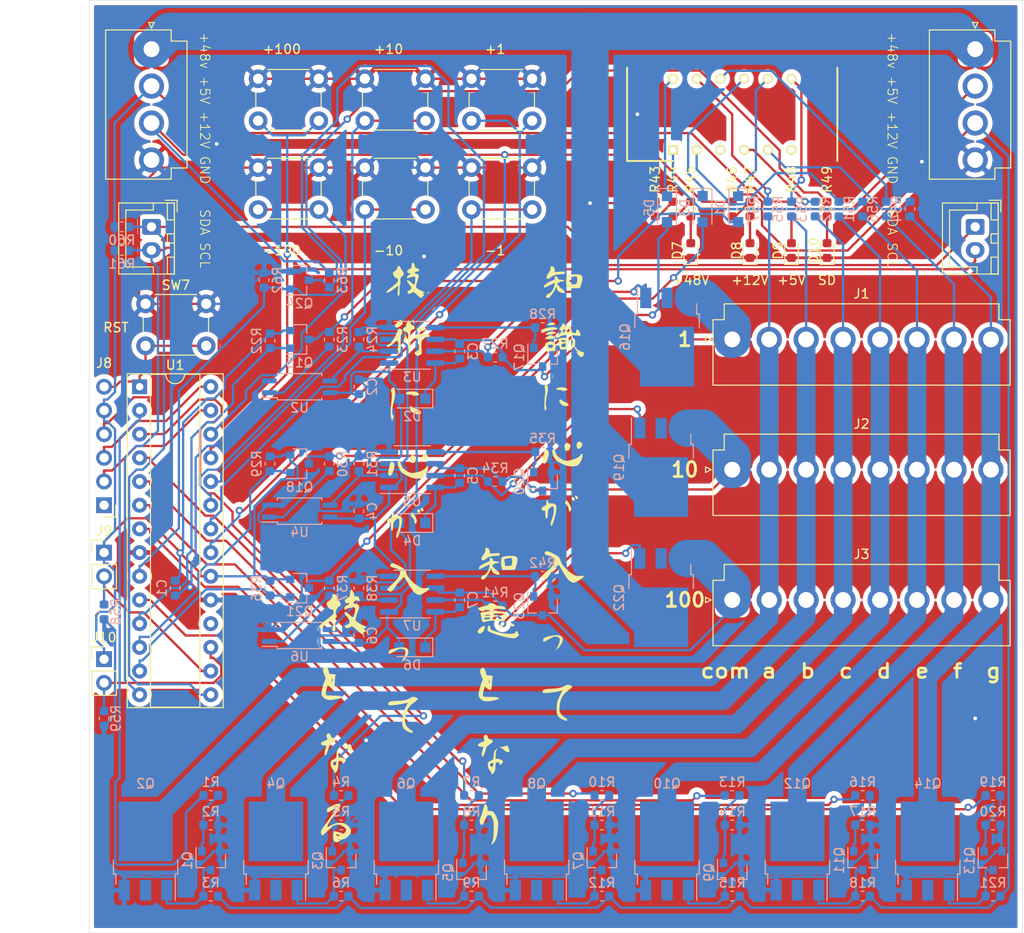
<source format=kicad_pcb>
(kicad_pcb (version 20171130) (host pcbnew "(5.1.6)-1")
  (layers (0 F.Cu signal) (31 B.Cu signal) (34 B.Paste user) (35 F.Paste user) (36 B.SilkS user) (37 F.SilkS user) (38 B.Mask user) (39 F.Mask user) (44 Edge.Cuts user))
  (net 0 "")
  (net 1 GND)
  (net 2 +5V)
  (net 3 +12V)
  (net 4 /Anode_one)
  (net 5 "Net-(C3-Pad1)")
  (net 6 /Anode_ten)
  (net 7 "Net-(C5-Pad1)")
  (net 8 /Anode_hun)
  (net 9 "Net-(C7-Pad1)")
  (net 10 "Net-(D1-Pad2)")
  (net 11 /Dig_one)
  (net 12 "Net-(D3-Pad2)")
  (net 13 /Dig_ten)
  (net 14 "Net-(D5-Pad2)")
  (net 15 /Dig_hun)
  (net 16 "Net-(D7-Pad2)")
  (net 17 "Net-(D8-Pad2)")
  (net 18 "Net-(D9-Pad2)")
  (net 19 "Net-(D10-Pad2)")
  (net 20 "Net-(DS1-Pad11)")
  (net 21 "Net-(DS1-Pad10)")
  (net 22 "Net-(DS1-Pad7)")
  (net 23 "Net-(DS1-Pad6)")
  (net 24 "Net-(DS1-Pad5)")
  (net 25 "Net-(DS1-Pad4)")
  (net 26 "Net-(DS1-Pad3)")
  (net 27 "Net-(DS1-Pad2)")
  (net 28 "Net-(DS1-Pad1)")
  (net 29 /Cathode_g)
  (net 30 /Cathode_f)
  (net 31 /Cathode_e)
  (net 32 /Cathode_d)
  (net 33 /Cathode_c)
  (net 34 /Cathode_b)
  (net 35 /Cathode_a)
  (net 36 +48V)
  (net 37 /SCL)
  (net 38 /SDA)
  (net 39 /Vpp_MCLR)
  (net 40 /ICSP_DAT)
  (net 41 /ICSP_CLK)
  (net 42 "Net-(J8-Pad1)")
  (net 43 /Address_1)
  (net 44 /Address_2)
  (net 45 "Net-(Q1-Pad3)")
  (net 46 "Net-(Q1-Pad1)")
  (net 47 "Net-(Q2-Pad2)")
  (net 48 "Net-(Q3-Pad3)")
  (net 49 "Net-(Q3-Pad1)")
  (net 50 "Net-(Q4-Pad2)")
  (net 51 "Net-(Q5-Pad3)")
  (net 52 "Net-(Q5-Pad1)")
  (net 53 "Net-(Q6-Pad2)")
  (net 54 "Net-(Q7-Pad3)")
  (net 55 "Net-(Q7-Pad1)")
  (net 56 "Net-(Q8-Pad2)")
  (net 57 "Net-(Q10-Pad1)")
  (net 58 "Net-(Q9-Pad1)")
  (net 59 "Net-(Q10-Pad2)")
  (net 60 "Net-(Q11-Pad3)")
  (net 61 "Net-(Q11-Pad1)")
  (net 62 "Net-(Q12-Pad2)")
  (net 63 "Net-(Q13-Pad3)")
  (net 64 "Net-(Q13-Pad1)")
  (net 65 "Net-(Q14-Pad2)")
  (net 66 /Place_one)
  (net 67 "Net-(Q16-Pad2)")
  (net 68 "Net-(Q16-Pad1)")
  (net 69 "Net-(Q17-Pad1)")
  (net 70 /Place_ten)
  (net 71 "Net-(Q19-Pad2)")
  (net 72 "Net-(Q19-Pad1)")
  (net 73 "Net-(Q20-Pad1)")
  (net 74 /Place_hun)
  (net 75 "Net-(Q22-Pad2)")
  (net 76 "Net-(Q22-Pad1)")
  (net 77 "Net-(Q23-Pad1)")
  (net 78 "Net-(Q24-Pad3)")
  (net 79 /ShutDown)
  (net 80 /Segment_a)
  (net 81 /Segment_b)
  (net 82 /Segment_c)
  (net 83 /Segment_d)
  (net 84 /Segment_e)
  (net 85 /Segment_f)
  (net 86 /Segment_g)
  (net 87 "Net-(R23-Pad1)")
  (net 88 "Net-(R24-Pad1)")
  (net 89 "Net-(R30-Pad1)")
  (net 90 "Net-(R31-Pad1)")
  (net 91 "Net-(R37-Pad1)")
  (net 92 "Net-(R38-Pad1)")
  (net 93 "Net-(R44-Pad2)")
  (net 94 /Minus_hun)
  (net 95 /Plus_hun)
  (net 96 /Minus_ten)
  (net 97 /Plus_ten)
  (net 98 /Minus_one)
  (net 99 /Plus_one)
  (net 100 "Net-(R43-Pad2)")
  (net 101 "Net-(R46-Pad2)")
  (net 102 "Net-(U1-Pad18)")
  (module logo:Koukun (layer F.Cu) (at 140 110)
    (fp_text reference G*** hide)
    (fp_text value LOGO hide)
  )
  (module Connector_PinHeader_2.54mm:PinHeader_1x06_P2.54mm_Horizontal (layer F.Cu) (at 101.6 104.14 180)
    (fp_text reference J8 (at 0 15.24 180) (layer F.SilkS))
    (fp_text value Conn_01x06_Male)
    (pad 6 thru_hole oval (at 0 12.7 180) (size 1.7 1.7) (drill 1) (layers *.Cu *.Mask) (net 39 /Vpp_MCLR))
    (pad 5 thru_hole oval (at 0 10.16 180) (size 1.7 1.7) (drill 1) (layers *.Cu *.Mask) (net 2 +5V))
    (pad 4 thru_hole oval (at 0 7.62 180) (size 1.7 1.7) (drill 1) (layers *.Cu *.Mask) (net 1 GND))
    (pad 3 thru_hole oval (at 0 5.08 180) (size 1.7 1.7) (drill 1) (layers *.Cu *.Mask) (net 40 /ICSP_DAT))
    (pad 2 thru_hole oval (at 0 2.54 180) (size 1.7 1.7) (drill 1) (layers *.Cu *.Mask) (net 41 /ICSP_CLK))
    (pad 1 thru_hole rect (at 0 0 180) (size 1.7 1.7) (drill 1) (layers *.Cu *.Mask) (net 42 "Net-(J8-Pad1)"))
  )
  (module Resistor_SMD:R_0603_1608Metric (layer F.Cu) (at 164.465 72.39 270)
    (fp_text reference R45 (at -3.175 0 90) (layer F.SilkS))
    (fp_text value 1k)
    (pad 2 smd roundrect (at 0.7875 0 270) (size 0.875 0.95) (layers F.Cu F.Paste F.Mask) (net 16 "Net-(D7-Pad2)"))
    (pad 1 smd roundrect (at -0.7875 0 270) (size 0.875 0.95) (layers F.Cu F.Paste F.Mask) (net 93 "Net-(R44-Pad2)"))
  )
  (module Resistor_SMD:R_0603_1608Metric (layer F.Cu) (at 162.56 72.39 270)
    (fp_text reference R44 (at -3.175 0 90) (layer F.SilkS))
    (fp_text value 1k)
    (pad 2 smd roundrect (at 0.7875 0 270) (size 0.875 0.95) (layers F.Cu F.Paste F.Mask) (net 93 "Net-(R44-Pad2)"))
    (pad 1 smd roundrect (at -0.7875 0 270) (size 0.875 0.95) (layers F.Cu F.Paste F.Mask) (net 100 "Net-(R43-Pad2)"))
  )
  (module Resistor_SMD:R_0603_1608Metric (layer F.Cu) (at 160.655 72.39 270)
    (fp_text reference R43 (at -3.175 0 90) (layer F.SilkS))
    (fp_text value 1k)
    (pad 2 smd roundrect (at 0.7875 0 270) (size 0.875 0.95) (layers F.Cu F.Paste F.Mask) (net 100 "Net-(R43-Pad2)"))
    (pad 1 smd roundrect (at -0.7875 0 270) (size 0.875 0.95) (layers F.Cu F.Paste F.Mask) (net 36 +48V))
  )
  (module Package_SO:SOIC-8_3.9x4.9mm_P1.27mm (layer B.Cu) (at 134.62 113.665)
    (fp_text reference U7 (at 0 3.4) (layer B.SilkS) (effects (justify mirror)))
    (fp_text value IR2104)
    (pad 8 smd roundrect (at 2.475 1.905) (size 1.95 0.6) (layers B.Cu B.Paste B.Mask) (net 9 "Net-(C7-Pad1)"))
    (pad 7 smd roundrect (at 2.475 0.635) (size 1.95 0.6) (layers B.Cu B.Paste B.Mask) (net 76 "Net-(Q22-Pad1)"))
    (pad 6 smd roundrect (at 2.475 -0.635) (size 1.95 0.6) (layers B.Cu B.Paste B.Mask) (net 8 /Anode_hun))
    (pad 5 smd roundrect (at 2.475 -1.905) (size 1.95 0.6) (layers B.Cu B.Paste B.Mask) (net 77 "Net-(Q23-Pad1)"))
    (pad 4 smd roundrect (at -2.475 -1.905) (size 1.95 0.6) (layers B.Cu B.Paste B.Mask) (net 1 GND))
    (pad 3 smd roundrect (at -2.475 -0.635) (size 1.95 0.6) (layers B.Cu B.Paste B.Mask) (net 78 "Net-(Q24-Pad3)"))
    (pad 2 smd roundrect (at -2.475 0.635) (size 1.95 0.6) (layers B.Cu B.Paste B.Mask) (net 92 "Net-(R38-Pad1)"))
    (pad 1 smd roundrect (at -2.475 1.905) (size 1.95 0.6) (layers B.Cu B.Paste B.Mask) (net 3 +12V))
  )
  (module Package_SO:SOIC-4_4.55x2.6mm_P1.27mm (layer B.Cu) (at 122.555 118.11)
    (fp_text reference U6 (at 0 2.25) (layer B.SilkS) (effects (justify mirror)))
    (fp_text value TLP291)
    (pad 4 smd roundrect (at 3.25 0.635) (size 1.6 0.55) (layers B.Cu B.Paste B.Mask) (net 3 +12V))
    (pad 3 smd roundrect (at 3.25 -0.635) (size 1.6 0.55) (layers B.Cu B.Paste B.Mask) (net 92 "Net-(R38-Pad1)"))
    (pad 2 smd roundrect (at -3.25 -0.635) (size 1.6 0.55) (layers B.Cu B.Paste B.Mask) (net 1 GND))
    (pad 1 smd roundrect (at -3.25 0.635) (size 1.6 0.55) (layers B.Cu B.Paste B.Mask) (net 91 "Net-(R37-Pad1)"))
  )
  (module Package_SO:SOIC-8_3.9x4.9mm_P1.27mm (layer B.Cu) (at 134.62 100.33)
    (fp_text reference U5 (at 0 3.4) (layer B.SilkS) (effects (justify mirror)))
    (fp_text value IR2104)
    (pad 8 smd roundrect (at 2.475 1.905) (size 1.95 0.6) (layers B.Cu B.Paste B.Mask) (net 7 "Net-(C5-Pad1)"))
    (pad 7 smd roundrect (at 2.475 0.635) (size 1.95 0.6) (layers B.Cu B.Paste B.Mask) (net 72 "Net-(Q19-Pad1)"))
    (pad 6 smd roundrect (at 2.475 -0.635) (size 1.95 0.6) (layers B.Cu B.Paste B.Mask) (net 6 /Anode_ten))
    (pad 5 smd roundrect (at 2.475 -1.905) (size 1.95 0.6) (layers B.Cu B.Paste B.Mask) (net 73 "Net-(Q20-Pad1)"))
    (pad 4 smd roundrect (at -2.475 -1.905) (size 1.95 0.6) (layers B.Cu B.Paste B.Mask) (net 1 GND))
    (pad 3 smd roundrect (at -2.475 -0.635) (size 1.95 0.6) (layers B.Cu B.Paste B.Mask) (net 78 "Net-(Q24-Pad3)"))
    (pad 2 smd roundrect (at -2.475 0.635) (size 1.95 0.6) (layers B.Cu B.Paste B.Mask) (net 90 "Net-(R31-Pad1)"))
    (pad 1 smd roundrect (at -2.475 1.905) (size 1.95 0.6) (layers B.Cu B.Paste B.Mask) (net 3 +12V))
  )
  (module Package_SO:SOIC-4_4.55x2.6mm_P1.27mm (layer B.Cu) (at 122.555 104.775)
    (fp_text reference U4 (at 0 2.25) (layer B.SilkS) (effects (justify mirror)))
    (fp_text value TLP291)
    (pad 4 smd roundrect (at 3.25 0.635) (size 1.6 0.55) (layers B.Cu B.Paste B.Mask) (net 3 +12V))
    (pad 3 smd roundrect (at 3.25 -0.635) (size 1.6 0.55) (layers B.Cu B.Paste B.Mask) (net 90 "Net-(R31-Pad1)"))
    (pad 2 smd roundrect (at -3.25 -0.635) (size 1.6 0.55) (layers B.Cu B.Paste B.Mask) (net 1 GND))
    (pad 1 smd roundrect (at -3.25 0.635) (size 1.6 0.55) (layers B.Cu B.Paste B.Mask) (net 89 "Net-(R30-Pad1)"))
  )
  (module Package_SO:SOIC-8_3.9x4.9mm_P1.27mm (layer B.Cu) (at 134.62 86.995)
    (fp_text reference U3 (at 0 3.4) (layer B.SilkS) (effects (justify mirror)))
    (fp_text value IR2104)
    (pad 8 smd roundrect (at 2.475 1.905) (size 1.95 0.6) (layers B.Cu B.Paste B.Mask) (net 5 "Net-(C3-Pad1)"))
    (pad 7 smd roundrect (at 2.475 0.635) (size 1.95 0.6) (layers B.Cu B.Paste B.Mask) (net 68 "Net-(Q16-Pad1)"))
    (pad 6 smd roundrect (at 2.475 -0.635) (size 1.95 0.6) (layers B.Cu B.Paste B.Mask) (net 4 /Anode_one))
    (pad 5 smd roundrect (at 2.475 -1.905) (size 1.95 0.6) (layers B.Cu B.Paste B.Mask) (net 69 "Net-(Q17-Pad1)"))
    (pad 4 smd roundrect (at -2.475 -1.905) (size 1.95 0.6) (layers B.Cu B.Paste B.Mask) (net 1 GND))
    (pad 3 smd roundrect (at -2.475 -0.635) (size 1.95 0.6) (layers B.Cu B.Paste B.Mask) (net 78 "Net-(Q24-Pad3)"))
    (pad 2 smd roundrect (at -2.475 0.635) (size 1.95 0.6) (layers B.Cu B.Paste B.Mask) (net 88 "Net-(R24-Pad1)"))
    (pad 1 smd roundrect (at -2.475 1.905) (size 1.95 0.6) (layers B.Cu B.Paste B.Mask) (net 3 +12V))
  )
  (module Package_SO:SOIC-4_4.55x2.6mm_P1.27mm (layer B.Cu) (at 122.555 91.44)
    (fp_text reference U2 (at 0 2.25) (layer B.SilkS) (effects (justify mirror)))
    (fp_text value TLP291)
    (pad 4 smd roundrect (at 3.25 0.635) (size 1.6 0.55) (layers B.Cu B.Paste B.Mask) (net 3 +12V))
    (pad 3 smd roundrect (at 3.25 -0.635) (size 1.6 0.55) (layers B.Cu B.Paste B.Mask) (net 88 "Net-(R24-Pad1)"))
    (pad 2 smd roundrect (at -3.25 -0.635) (size 1.6 0.55) (layers B.Cu B.Paste B.Mask) (net 1 GND))
    (pad 1 smd roundrect (at -3.25 0.635) (size 1.6 0.55) (layers B.Cu B.Paste B.Mask) (net 87 "Net-(R23-Pad1)"))
  )
  (module Package_DIP:DIP-28_W7.62mm_Socket (layer F.Cu) (at 105.41 91.44)
    (fp_text reference U1 (at 3.81 -2.33) (layer F.SilkS))
    (fp_text value PIC16F1938)
    (pad 28 thru_hole oval (at 7.62 0) (size 1.6 1.6) (drill 0.8) (layers *.Cu *.Mask) (net 40 /ICSP_DAT))
    (pad 14 thru_hole oval (at 0 33.02) (size 1.6 1.6) (drill 0.8) (layers *.Cu *.Mask) (net 37 /SCL))
    (pad 27 thru_hole oval (at 7.62 2.54) (size 1.6 1.6) (drill 0.8) (layers *.Cu *.Mask) (net 41 /ICSP_CLK))
    (pad 13 thru_hole oval (at 0 30.48) (size 1.6 1.6) (drill 0.8) (layers *.Cu *.Mask) (net 74 /Place_hun))
    (pad 26 thru_hole oval (at 7.62 5.08) (size 1.6 1.6) (drill 0.8) (layers *.Cu *.Mask) (net 94 /Minus_hun))
    (pad 12 thru_hole oval (at 0 27.94) (size 1.6 1.6) (drill 0.8) (layers *.Cu *.Mask) (net 70 /Place_ten))
    (pad 25 thru_hole oval (at 7.62 7.62) (size 1.6 1.6) (drill 0.8) (layers *.Cu *.Mask) (net 95 /Plus_hun))
    (pad 11 thru_hole oval (at 0 25.4) (size 1.6 1.6) (drill 0.8) (layers *.Cu *.Mask) (net 66 /Place_one))
    (pad 24 thru_hole oval (at 7.62 10.16) (size 1.6 1.6) (drill 0.8) (layers *.Cu *.Mask) (net 96 /Minus_ten))
    (pad 10 thru_hole oval (at 0 22.86) (size 1.6 1.6) (drill 0.8) (layers *.Cu *.Mask) (net 86 /Segment_g))
    (pad 23 thru_hole oval (at 7.62 12.7) (size 1.6 1.6) (drill 0.8) (layers *.Cu *.Mask) (net 97 /Plus_ten))
    (pad 9 thru_hole oval (at 0 20.32) (size 1.6 1.6) (drill 0.8) (layers *.Cu *.Mask) (net 79 /ShutDown))
    (pad 22 thru_hole oval (at 7.62 15.24) (size 1.6 1.6) (drill 0.8) (layers *.Cu *.Mask) (net 98 /Minus_one))
    (pad 8 thru_hole oval (at 0 17.78) (size 1.6 1.6) (drill 0.8) (layers *.Cu *.Mask) (net 1 GND))
    (pad 21 thru_hole oval (at 7.62 17.78) (size 1.6 1.6) (drill 0.8) (layers *.Cu *.Mask) (net 99 /Plus_one))
    (pad 7 thru_hole oval (at 0 15.24) (size 1.6 1.6) (drill 0.8) (layers *.Cu *.Mask) (net 85 /Segment_f))
    (pad 20 thru_hole oval (at 7.62 20.32) (size 1.6 1.6) (drill 0.8) (layers *.Cu *.Mask) (net 2 +5V))
    (pad 6 thru_hole oval (at 0 12.7) (size 1.6 1.6) (drill 0.8) (layers *.Cu *.Mask) (net 84 /Segment_e))
    (pad 19 thru_hole oval (at 7.62 22.86) (size 1.6 1.6) (drill 0.8) (layers *.Cu *.Mask) (net 1 GND))
    (pad 5 thru_hole oval (at 0 10.16) (size 1.6 1.6) (drill 0.8) (layers *.Cu *.Mask) (net 83 /Segment_d))
    (pad 18 thru_hole oval (at 7.62 25.4) (size 1.6 1.6) (drill 0.8) (layers *.Cu *.Mask) (net 102 "Net-(U1-Pad18)"))
    (pad 4 thru_hole oval (at 0 7.62) (size 1.6 1.6) (drill 0.8) (layers *.Cu *.Mask) (net 82 /Segment_c))
    (pad 17 thru_hole oval (at 7.62 27.94) (size 1.6 1.6) (drill 0.8) (layers *.Cu *.Mask) (net 44 /Address_2))
    (pad 3 thru_hole oval (at 0 5.08) (size 1.6 1.6) (drill 0.8) (layers *.Cu *.Mask) (net 81 /Segment_b))
    (pad 16 thru_hole oval (at 7.62 30.48) (size 1.6 1.6) (drill 0.8) (layers *.Cu *.Mask) (net 43 /Address_1))
    (pad 2 thru_hole oval (at 0 2.54) (size 1.6 1.6) (drill 0.8) (layers *.Cu *.Mask) (net 80 /Segment_a))
    (pad 15 thru_hole oval (at 7.62 33.02) (size 1.6 1.6) (drill 0.8) (layers *.Cu *.Mask) (net 38 /SDA))
    (pad 1 thru_hole rect (at 0 0) (size 1.6 1.6) (drill 0.8) (layers *.Cu *.Mask) (net 39 /Vpp_MCLR))
  )
  (module Button_Switch_THT:SW_PUSH_6mm_H5mm (layer F.Cu) (at 106.045 82.55)
    (fp_text reference SW7 (at 3.25 -2) (layer F.SilkS))
    (fp_text value SW_Push)
    (pad 1 thru_hole circle (at 6.5 0 90) (size 2 2) (drill 1.1) (layers *.Cu *.Mask) (net 1 GND))
    (pad 2 thru_hole circle (at 6.5 4.5 90) (size 2 2) (drill 1.1) (layers *.Cu *.Mask) (net 39 /Vpp_MCLR))
    (pad 1 thru_hole circle (at 0 0 90) (size 2 2) (drill 1.1) (layers *.Cu *.Mask) (net 1 GND))
    (pad 2 thru_hole circle (at 0 4.5 90) (size 2 2) (drill 1.1) (layers *.Cu *.Mask) (net 39 /Vpp_MCLR))
  )
  (module Button_Switch_THT:SW_PUSH_6mm_H5mm (layer F.Cu) (at 140.97 58.42)
    (fp_text reference SW6 hide)
    (fp_text value SW_Push)
    (pad 1 thru_hole circle (at 6.5 0 90) (size 2 2) (drill 1.1) (layers *.Cu *.Mask) (net 1 GND))
    (pad 2 thru_hole circle (at 6.5 4.5 90) (size 2 2) (drill 1.1) (layers *.Cu *.Mask) (net 99 /Plus_one))
    (pad 1 thru_hole circle (at 0 0 90) (size 2 2) (drill 1.1) (layers *.Cu *.Mask) (net 1 GND))
    (pad 2 thru_hole circle (at 0 4.5 90) (size 2 2) (drill 1.1) (layers *.Cu *.Mask) (net 99 /Plus_one))
  )
  (module Button_Switch_THT:SW_PUSH_6mm_H5mm (layer F.Cu) (at 140.97 67.945)
    (fp_text reference SW5 hide)
    (fp_text value SW_Push)
    (pad 1 thru_hole circle (at 6.5 0 90) (size 2 2) (drill 1.1) (layers *.Cu *.Mask) (net 1 GND))
    (pad 2 thru_hole circle (at 6.5 4.5 90) (size 2 2) (drill 1.1) (layers *.Cu *.Mask) (net 98 /Minus_one))
    (pad 1 thru_hole circle (at 0 0 90) (size 2 2) (drill 1.1) (layers *.Cu *.Mask) (net 1 GND))
    (pad 2 thru_hole circle (at 0 4.5 90) (size 2 2) (drill 1.1) (layers *.Cu *.Mask) (net 98 /Minus_one))
  )
  (module Button_Switch_THT:SW_PUSH_6mm_H5mm (layer F.Cu) (at 129.54 58.42)
    (fp_text reference SW4 hide)
    (fp_text value SW_Push)
    (pad 1 thru_hole circle (at 6.5 0 90) (size 2 2) (drill 1.1) (layers *.Cu *.Mask) (net 1 GND))
    (pad 2 thru_hole circle (at 6.5 4.5 90) (size 2 2) (drill 1.1) (layers *.Cu *.Mask) (net 97 /Plus_ten))
    (pad 1 thru_hole circle (at 0 0 90) (size 2 2) (drill 1.1) (layers *.Cu *.Mask) (net 1 GND))
    (pad 2 thru_hole circle (at 0 4.5 90) (size 2 2) (drill 1.1) (layers *.Cu *.Mask) (net 97 /Plus_ten))
  )
  (module Button_Switch_THT:SW_PUSH_6mm_H5mm (layer F.Cu) (at 129.54 67.945)
    (fp_text reference SW3 hide)
    (fp_text value SW_Push)
    (pad 1 thru_hole circle (at 6.5 0 90) (size 2 2) (drill 1.1) (layers *.Cu *.Mask) (net 1 GND))
    (pad 2 thru_hole circle (at 6.5 4.5 90) (size 2 2) (drill 1.1) (layers *.Cu *.Mask) (net 96 /Minus_ten))
    (pad 1 thru_hole circle (at 0 0 90) (size 2 2) (drill 1.1) (layers *.Cu *.Mask) (net 1 GND))
    (pad 2 thru_hole circle (at 0 4.5 90) (size 2 2) (drill 1.1) (layers *.Cu *.Mask) (net 96 /Minus_ten))
  )
  (module Button_Switch_THT:SW_PUSH_6mm_H5mm (layer F.Cu) (at 118.11 58.42)
    (fp_text reference SW2 hide)
    (fp_text value SW_Push)
    (pad 1 thru_hole circle (at 6.5 0 90) (size 2 2) (drill 1.1) (layers *.Cu *.Mask) (net 1 GND))
    (pad 2 thru_hole circle (at 6.5 4.5 90) (size 2 2) (drill 1.1) (layers *.Cu *.Mask) (net 95 /Plus_hun))
    (pad 1 thru_hole circle (at 0 0 90) (size 2 2) (drill 1.1) (layers *.Cu *.Mask) (net 1 GND))
    (pad 2 thru_hole circle (at 0 4.5 90) (size 2 2) (drill 1.1) (layers *.Cu *.Mask) (net 95 /Plus_hun))
  )
  (module Button_Switch_THT:SW_PUSH_6mm_H5mm (layer F.Cu) (at 118.11 67.945)
    (fp_text reference SW1 hide)
    (fp_text value SW_Push)
    (pad 1 thru_hole circle (at 6.5 0 90) (size 2 2) (drill 1.1) (layers *.Cu *.Mask) (net 1 GND))
    (pad 2 thru_hole circle (at 6.5 4.5 90) (size 2 2) (drill 1.1) (layers *.Cu *.Mask) (net 94 /Minus_hun))
    (pad 1 thru_hole circle (at 0 0 90) (size 2 2) (drill 1.1) (layers *.Cu *.Mask) (net 1 GND))
    (pad 2 thru_hole circle (at 0 4.5 90) (size 2 2) (drill 1.1) (layers *.Cu *.Mask) (net 94 /Minus_hun))
  )
  (module Resistor_SMD:R_0603_1608Metric (layer B.Cu) (at 103.505 76.835)
    (fp_text reference R61 (at 0 1.43) (layer B.SilkS) (effects (justify mirror)))
    (fp_text value 1k)
    (pad 2 smd roundrect (at 0.7875 0) (size 0.875 0.95) (layers B.Cu B.Paste B.Mask) (net 37 /SCL))
    (pad 1 smd roundrect (at -0.7875 0) (size 0.875 0.95) (layers B.Cu B.Paste B.Mask) (net 2 +5V))
  )
  (module Resistor_SMD:R_0603_1608Metric (layer B.Cu) (at 103.505 74.295)
    (fp_text reference R60 (at 0 1.43) (layer B.SilkS) (effects (justify mirror)))
    (fp_text value 1k)
    (pad 2 smd roundrect (at 0.7875 0) (size 0.875 0.95) (layers B.Cu B.Paste B.Mask) (net 38 /SDA))
    (pad 1 smd roundrect (at -0.7875 0) (size 0.875 0.95) (layers B.Cu B.Paste B.Mask) (net 2 +5V))
  )
  (module Resistor_SMD:R_0603_1608Metric (layer B.Cu) (at 101.6 127 270)
    (fp_text reference R59 (at 0 -1.27 90) (layer B.SilkS) (effects (justify mirror)))
    (fp_text value 15k)
    (pad 2 smd roundrect (at 0.7875 0 270) (size 0.875 0.95) (layers B.Cu B.Paste B.Mask) (net 1 GND))
    (pad 1 smd roundrect (at -0.7875 0 270) (size 0.875 0.95) (layers B.Cu B.Paste B.Mask) (net 44 /Address_2))
  )
  (module Resistor_SMD:R_0603_1608Metric (layer B.Cu) (at 101.6 115.57 270)
    (fp_text reference R58 (at 0 -1.27 90) (layer B.SilkS) (effects (justify mirror)))
    (fp_text value 15k)
    (pad 2 smd roundrect (at 0.7875 0 270) (size 0.875 0.95) (layers B.Cu B.Paste B.Mask) (net 1 GND))
    (pad 1 smd roundrect (at -0.7875 0 270) (size 0.875 0.95) (layers B.Cu B.Paste B.Mask) (net 43 /Address_1))
  )
  (module Resistor_SMD:R_0603_1608Metric (layer B.Cu) (at 172.72 72.39 270)
    (fp_text reference R57 (at 0 1.43 90) (layer B.SilkS) (effects (justify mirror)))
    (fp_text value 300)
    (pad 2 smd roundrect (at 0.7875 0 270) (size 0.875 0.95) (layers B.Cu B.Paste B.Mask) (net 35 /Cathode_a))
    (pad 1 smd roundrect (at -0.7875 0 270) (size 0.875 0.95) (layers B.Cu B.Paste B.Mask) (net 20 "Net-(DS1-Pad11)"))
  )
  (module Resistor_SMD:R_0603_1608Metric (layer B.Cu) (at 185.42 72.39 270)
    (fp_text reference R56 (at 0 1.43 90) (layer B.SilkS) (effects (justify mirror)))
    (fp_text value 300)
    (pad 2 smd roundrect (at 0.7875 0 270) (size 0.875 0.95) (layers B.Cu B.Paste B.Mask) (net 30 /Cathode_f))
    (pad 1 smd roundrect (at -0.7875 0 270) (size 0.875 0.95) (layers B.Cu B.Paste B.Mask) (net 21 "Net-(DS1-Pad10)"))
  )
  (module Resistor_SMD:R_0603_1608Metric (layer B.Cu) (at 175.26 72.39 270)
    (fp_text reference R55 (at 0 1.43 90) (layer B.SilkS) (effects (justify mirror)))
    (fp_text value 300)
    (pad 2 smd roundrect (at 0.7875 0 270) (size 0.875 0.95) (layers B.Cu B.Paste B.Mask) (net 34 /Cathode_b))
    (pad 1 smd roundrect (at -0.7875 0 270) (size 0.875 0.95) (layers B.Cu B.Paste B.Mask) (net 22 "Net-(DS1-Pad7)"))
  )
  (module Resistor_SMD:R_0603_1608Metric (layer B.Cu) (at 187.96 72.39 270)
    (fp_text reference R54 (at 0 1.43 90) (layer B.SilkS) (effects (justify mirror)))
    (fp_text value 300)
    (pad 2 smd roundrect (at 0.7875 0 270) (size 0.875 0.95) (layers B.Cu B.Paste B.Mask) (net 29 /Cathode_g))
    (pad 1 smd roundrect (at -0.7875 0 270) (size 0.875 0.95) (layers B.Cu B.Paste B.Mask) (net 24 "Net-(DS1-Pad5)"))
  )
  (module Resistor_SMD:R_0603_1608Metric (layer B.Cu) (at 177.8 72.39 270)
    (fp_text reference R53 (at 0 1.43 90) (layer B.SilkS) (effects (justify mirror)))
    (fp_text value 300)
    (pad 2 smd roundrect (at 0.7875 0 270) (size 0.875 0.95) (layers B.Cu B.Paste B.Mask) (net 33 /Cathode_c))
    (pad 1 smd roundrect (at -0.7875 0 270) (size 0.875 0.95) (layers B.Cu B.Paste B.Mask) (net 25 "Net-(DS1-Pad4)"))
  )
  (module Resistor_SMD:R_0603_1608Metric (layer B.Cu) (at 180.34 72.39 270)
    (fp_text reference R52 (at 0 1.43 90) (layer B.SilkS) (effects (justify mirror)))
    (fp_text value 300)
    (pad 2 smd roundrect (at 0.7875 0 270) (size 0.875 0.95) (layers B.Cu B.Paste B.Mask) (net 32 /Cathode_d))
    (pad 1 smd roundrect (at -0.7875 0 270) (size 0.875 0.95) (layers B.Cu B.Paste B.Mask) (net 27 "Net-(DS1-Pad2)"))
  )
  (module Resistor_SMD:R_0603_1608Metric (layer B.Cu) (at 182.88 72.39 270)
    (fp_text reference R51 (at 0 1.43 90) (layer B.SilkS) (effects (justify mirror)))
    (fp_text value 300)
    (pad 2 smd roundrect (at 0.7875 0 270) (size 0.875 0.95) (layers B.Cu B.Paste B.Mask) (net 31 /Cathode_e))
    (pad 1 smd roundrect (at -0.7875 0 270) (size 0.875 0.95) (layers B.Cu B.Paste B.Mask) (net 28 "Net-(DS1-Pad1)"))
  )
  (module Resistor_SMD:R_0603_1608Metric (layer B.Cu) (at 125.73 80.01 90)
    (fp_text reference R63 (at 0 1.43 90) (layer B.SilkS) (effects (justify mirror)))
    (fp_text value 15k)
    (pad 2 smd roundrect (at 0.7875 0 90) (size 0.875 0.95) (layers B.Cu B.Paste B.Mask) (net 3 +12V))
    (pad 1 smd roundrect (at -0.7875 0 90) (size 0.875 0.95) (layers B.Cu B.Paste B.Mask) (net 78 "Net-(Q24-Pad3)"))
  )
  (module Resistor_SMD:R_0603_1608Metric (layer B.Cu) (at 118.745 80.01 90)
    (fp_text reference R62 (at 0 1.43 90) (layer B.SilkS) (effects (justify mirror)))
    (fp_text value 15k)
    (pad 2 smd roundrect (at 0.7875 0 90) (size 0.875 0.95) (layers B.Cu B.Paste B.Mask) (net 1 GND))
    (pad 1 smd roundrect (at -0.7875 0 90) (size 0.875 0.95) (layers B.Cu B.Paste B.Mask) (net 79 /ShutDown))
  )
  (module Resistor_SMD:R_0603_1608Metric (layer F.Cu) (at 179.07 72.39 270)
    (fp_text reference R49 (at -3.175 0 90) (layer F.SilkS))
    (fp_text value 300)
    (pad 2 smd roundrect (at 0.7875 0 270) (size 0.875 0.95) (layers F.Cu F.Paste F.Mask) (net 19 "Net-(D10-Pad2)"))
    (pad 1 smd roundrect (at -0.7875 0 270) (size 0.875 0.95) (layers F.Cu F.Paste F.Mask) (net 79 /ShutDown))
  )
  (module Resistor_SMD:R_0603_1608Metric (layer F.Cu) (at 175.26 72.39 270)
    (fp_text reference R48 (at -3.175 0 90) (layer F.SilkS))
    (fp_text value 300)
    (pad 2 smd roundrect (at 0.7875 0 270) (size 0.875 0.95) (layers F.Cu F.Paste F.Mask) (net 18 "Net-(D9-Pad2)"))
    (pad 1 smd roundrect (at -0.7875 0 270) (size 0.875 0.95) (layers F.Cu F.Paste F.Mask) (net 2 +5V))
  )
  (module Resistor_SMD:R_0603_1608Metric (layer F.Cu) (at 170.815 72.39 270)
    (fp_text reference R47 (at -3.175 0 90) (layer F.SilkS))
    (fp_text value 300)
    (pad 2 smd roundrect (at 0.7875 0 270) (size 0.875 0.95) (layers F.Cu F.Paste F.Mask) (net 17 "Net-(D8-Pad2)"))
    (pad 1 smd roundrect (at -0.7875 0 270) (size 0.875 0.95) (layers F.Cu F.Paste F.Mask) (net 101 "Net-(R46-Pad2)"))
  )
  (module Resistor_SMD:R_0603_1608Metric (layer F.Cu) (at 168.91 72.39 270)
    (fp_text reference R46 (at -3.175 0 90) (layer F.SilkS))
    (fp_text value 300)
    (pad 2 smd roundrect (at 0.7875 0 270) (size 0.875 0.95) (layers F.Cu F.Paste F.Mask) (net 101 "Net-(R46-Pad2)"))
    (pad 1 smd roundrect (at -0.7875 0 270) (size 0.875 0.95) (layers F.Cu F.Paste F.Mask) (net 3 +12V))
  )
  (module Resistor_SMD:R_0603_1608Metric (layer B.Cu) (at 148.59 111.76 180)
    (fp_text reference R42 (at 0 1.43) (layer B.SilkS) (effects (justify mirror)))
    (fp_text value 15k)
    (pad 2 smd roundrect (at 0.7875 0 180) (size 0.875 0.95) (layers B.Cu B.Paste B.Mask) (net 77 "Net-(Q23-Pad1)"))
    (pad 1 smd roundrect (at -0.7875 0 180) (size 0.875 0.95) (layers B.Cu B.Paste B.Mask) (net 1 GND))
  )
  (module Resistor_SMD:R_0603_1608Metric (layer B.Cu) (at 143.51 114.935 180)
    (fp_text reference R41 (at 0 1.43) (layer B.SilkS) (effects (justify mirror)))
    (fp_text value 15k)
    (pad 2 smd roundrect (at 0.7875 0 180) (size 0.875 0.95) (layers B.Cu B.Paste B.Mask) (net 76 "Net-(Q22-Pad1)"))
    (pad 1 smd roundrect (at -0.7875 0 180) (size 0.875 0.95) (layers B.Cu B.Paste B.Mask) (net 8 /Anode_hun))
  )
  (module Resistor_SMD:R_0603_1608Metric (layer B.Cu) (at 128.905 113.03 90)
    (fp_text reference R38 (at 0 1.43 90) (layer B.SilkS) (effects (justify mirror)))
    (fp_text value 15k)
    (pad 2 smd roundrect (at 0.7875 0 90) (size 0.875 0.95) (layers B.Cu B.Paste B.Mask) (net 1 GND))
    (pad 1 smd roundrect (at -0.7875 0 90) (size 0.875 0.95) (layers B.Cu B.Paste B.Mask) (net 92 "Net-(R38-Pad1)"))
  )
  (module Resistor_SMD:R_0603_1608Metric (layer B.Cu) (at 125.73 113.03 90)
    (fp_text reference R37 (at 0 1.43 90) (layer B.SilkS) (effects (justify mirror)))
    (fp_text value 300)
    (pad 2 smd roundrect (at 0.7875 0 90) (size 0.875 0.95) (layers B.Cu B.Paste B.Mask) (net 14 "Net-(D5-Pad2)"))
    (pad 1 smd roundrect (at -0.7875 0 90) (size 0.875 0.95) (layers B.Cu B.Paste B.Mask) (net 91 "Net-(R37-Pad1)"))
  )
  (module Resistor_SMD:R_0603_1608Metric (layer B.Cu) (at 119.38 113.03 270)
    (fp_text reference R36 (at 0 1.43 90) (layer B.SilkS) (effects (justify mirror)))
    (fp_text value 15k)
    (pad 2 smd roundrect (at 0.7875 0 270) (size 0.875 0.95) (layers B.Cu B.Paste B.Mask) (net 74 /Place_hun))
    (pad 1 smd roundrect (at -0.7875 0 270) (size 0.875 0.95) (layers B.Cu B.Paste B.Mask) (net 2 +5V))
  )
  (module Resistor_SMD:R_0603_1608Metric (layer B.Cu) (at 148.59 98.425 180)
    (fp_text reference R35 (at 0 1.43) (layer B.SilkS) (effects (justify mirror)))
    (fp_text value 15k)
    (pad 2 smd roundrect (at 0.7875 0 180) (size 0.875 0.95) (layers B.Cu B.Paste B.Mask) (net 73 "Net-(Q20-Pad1)"))
    (pad 1 smd roundrect (at -0.7875 0 180) (size 0.875 0.95) (layers B.Cu B.Paste B.Mask) (net 1 GND))
  )
  (module Resistor_SMD:R_0603_1608Metric (layer B.Cu) (at 143.51 101.6 180)
    (fp_text reference R34 (at 0 1.43) (layer B.SilkS) (effects (justify mirror)))
    (fp_text value 15k)
    (pad 2 smd roundrect (at 0.7875 0 180) (size 0.875 0.95) (layers B.Cu B.Paste B.Mask) (net 72 "Net-(Q19-Pad1)"))
    (pad 1 smd roundrect (at -0.7875 0 180) (size 0.875 0.95) (layers B.Cu B.Paste B.Mask) (net 6 /Anode_ten))
  )
  (module Resistor_SMD:R_0603_1608Metric (layer B.Cu) (at 128.905 99.695 90)
    (fp_text reference R31 (at 0 1.43 90) (layer B.SilkS) (effects (justify mirror)))
    (fp_text value 15k)
    (pad 2 smd roundrect (at 0.7875 0 90) (size 0.875 0.95) (layers B.Cu B.Paste B.Mask) (net 1 GND))
    (pad 1 smd roundrect (at -0.7875 0 90) (size 0.875 0.95) (layers B.Cu B.Paste B.Mask) (net 90 "Net-(R31-Pad1)"))
  )
  (module Resistor_SMD:R_0603_1608Metric (layer B.Cu) (at 125.73 99.695 90)
    (fp_text reference R30 (at 0 1.43 90) (layer B.SilkS) (effects (justify mirror)))
    (fp_text value 300)
    (pad 2 smd roundrect (at 0.7875 0 90) (size 0.875 0.95) (layers B.Cu B.Paste B.Mask) (net 12 "Net-(D3-Pad2)"))
    (pad 1 smd roundrect (at -0.7875 0 90) (size 0.875 0.95) (layers B.Cu B.Paste B.Mask) (net 89 "Net-(R30-Pad1)"))
  )
  (module Resistor_SMD:R_0603_1608Metric (layer B.Cu) (at 119.38 99.695 270)
    (fp_text reference R29 (at 0 1.43 90) (layer B.SilkS) (effects (justify mirror)))
    (fp_text value 15k)
    (pad 2 smd roundrect (at 0.7875 0 270) (size 0.875 0.95) (layers B.Cu B.Paste B.Mask) (net 70 /Place_ten))
    (pad 1 smd roundrect (at -0.7875 0 270) (size 0.875 0.95) (layers B.Cu B.Paste B.Mask) (net 2 +5V))
  )
  (module Resistor_SMD:R_0603_1608Metric (layer B.Cu) (at 148.59 85.09 180)
    (fp_text reference R28 (at 0 1.43) (layer B.SilkS) (effects (justify mirror)))
    (fp_text value 15k)
    (pad 2 smd roundrect (at 0.7875 0 180) (size 0.875 0.95) (layers B.Cu B.Paste B.Mask) (net 69 "Net-(Q17-Pad1)"))
    (pad 1 smd roundrect (at -0.7875 0 180) (size 0.875 0.95) (layers B.Cu B.Paste B.Mask) (net 1 GND))
  )
  (module Resistor_SMD:R_0603_1608Metric (layer B.Cu) (at 143.51 88.265 180)
    (fp_text reference R27 (at 0 1.43) (layer B.SilkS) (effects (justify mirror)))
    (fp_text value 15k)
    (pad 2 smd roundrect (at 0.7875 0 180) (size 0.875 0.95) (layers B.Cu B.Paste B.Mask) (net 68 "Net-(Q16-Pad1)"))
    (pad 1 smd roundrect (at -0.7875 0 180) (size 0.875 0.95) (layers B.Cu B.Paste B.Mask) (net 4 /Anode_one))
  )
  (module Resistor_SMD:R_0603_1608Metric (layer B.Cu) (at 128.905 86.36 90)
    (fp_text reference R24 (at 0 1.43 90) (layer B.SilkS) (effects (justify mirror)))
    (fp_text value 15k)
    (pad 2 smd roundrect (at 0.7875 0 90) (size 0.875 0.95) (layers B.Cu B.Paste B.Mask) (net 1 GND))
    (pad 1 smd roundrect (at -0.7875 0 90) (size 0.875 0.95) (layers B.Cu B.Paste B.Mask) (net 88 "Net-(R24-Pad1)"))
  )
  (module Resistor_SMD:R_0603_1608Metric (layer B.Cu) (at 125.73 86.36 90)
    (fp_text reference R23 (at 0 1.43 90) (layer B.SilkS) (effects (justify mirror)))
    (fp_text value 300)
    (pad 2 smd roundrect (at 0.7875 0 90) (size 0.875 0.95) (layers B.Cu B.Paste B.Mask) (net 10 "Net-(D1-Pad2)"))
    (pad 1 smd roundrect (at -0.7875 0 90) (size 0.875 0.95) (layers B.Cu B.Paste B.Mask) (net 87 "Net-(R23-Pad1)"))
  )
  (module Resistor_SMD:R_0603_1608Metric (layer B.Cu) (at 119.38 86.5125 270)
    (fp_text reference R22 (at 0 1.43 90) (layer B.SilkS) (effects (justify mirror)))
    (fp_text value 15k)
    (pad 2 smd roundrect (at 0.7875 0 270) (size 0.875 0.95) (layers B.Cu B.Paste B.Mask) (net 66 /Place_one))
    (pad 1 smd roundrect (at -0.7875 0 270) (size 0.875 0.95) (layers B.Cu B.Paste B.Mask) (net 2 +5V))
  )
  (module Resistor_SMD:R_0603_1608Metric (layer B.Cu) (at 196.85 146.05 180)
    (fp_text reference R21 (at 0 1.43) (layer B.SilkS) (effects (justify mirror)))
    (fp_text value 15k)
    (pad 2 smd roundrect (at 0.7875 0 180) (size 0.875 0.95) (layers B.Cu B.Paste B.Mask) (net 63 "Net-(Q13-Pad3)"))
    (pad 1 smd roundrect (at -0.7875 0 180) (size 0.875 0.95) (layers B.Cu B.Paste B.Mask) (net 3 +12V))
  )
  (module Resistor_SMD:R_0603_1608Metric (layer B.Cu) (at 196.85 138.43 180)
    (fp_text reference R20 (at 0 1.43) (layer B.SilkS) (effects (justify mirror)))
    (fp_text value 15k)
    (pad 2 smd roundrect (at 0.7875 0 180) (size 0.875 0.95) (layers B.Cu B.Paste B.Mask) (net 64 "Net-(Q13-Pad1)"))
    (pad 1 smd roundrect (at -0.7875 0 180) (size 0.875 0.95) (layers B.Cu B.Paste B.Mask) (net 1 GND))
  )
  (module Resistor_SMD:R_0603_1608Metric (layer B.Cu) (at 196.85 135.255 180)
    (fp_text reference R19 (at 0 1.43) (layer B.SilkS) (effects (justify mirror)))
    (fp_text value 100)
    (pad 2 smd roundrect (at 0.7875 0 180) (size 0.875 0.95) (layers B.Cu B.Paste B.Mask) (net 86 /Segment_g))
    (pad 1 smd roundrect (at -0.7875 0 180) (size 0.875 0.95) (layers B.Cu B.Paste B.Mask) (net 64 "Net-(Q13-Pad1)"))
  )
  (module Resistor_SMD:R_0603_1608Metric (layer B.Cu) (at 182.88 146.05 180)
    (fp_text reference R18 (at 0 1.43) (layer B.SilkS) (effects (justify mirror)))
    (fp_text value 15k)
    (pad 2 smd roundrect (at 0.7875 0 180) (size 0.875 0.95) (layers B.Cu B.Paste B.Mask) (net 60 "Net-(Q11-Pad3)"))
    (pad 1 smd roundrect (at -0.7875 0 180) (size 0.875 0.95) (layers B.Cu B.Paste B.Mask) (net 3 +12V))
  )
  (module Resistor_SMD:R_0603_1608Metric (layer B.Cu) (at 182.88 138.43 180)
    (fp_text reference R17 (at 0 1.43) (layer B.SilkS) (effects (justify mirror)))
    (fp_text value 15k)
    (pad 2 smd roundrect (at 0.7875 0 180) (size 0.875 0.95) (layers B.Cu B.Paste B.Mask) (net 61 "Net-(Q11-Pad1)"))
    (pad 1 smd roundrect (at -0.7875 0 180) (size 0.875 0.95) (layers B.Cu B.Paste B.Mask) (net 1 GND))
  )
  (module Resistor_SMD:R_0603_1608Metric (layer B.Cu) (at 182.88 135.255 180)
    (fp_text reference R16 (at 0 1.43) (layer B.SilkS) (effects (justify mirror)))
    (fp_text value 100)
    (pad 2 smd roundrect (at 0.7875 0 180) (size 0.875 0.95) (layers B.Cu B.Paste B.Mask) (net 85 /Segment_f))
    (pad 1 smd roundrect (at -0.7875 0 180) (size 0.875 0.95) (layers B.Cu B.Paste B.Mask) (net 61 "Net-(Q11-Pad1)"))
  )
  (module Resistor_SMD:R_0603_1608Metric (layer B.Cu) (at 168.91 146.05 180)
    (fp_text reference R15 (at 0 1.43) (layer B.SilkS) (effects (justify mirror)))
    (fp_text value 15k)
    (pad 2 smd roundrect (at 0.7875 0 180) (size 0.875 0.95) (layers B.Cu B.Paste B.Mask) (net 57 "Net-(Q10-Pad1)"))
    (pad 1 smd roundrect (at -0.7875 0 180) (size 0.875 0.95) (layers B.Cu B.Paste B.Mask) (net 3 +12V))
  )
  (module Resistor_SMD:R_0603_1608Metric (layer B.Cu) (at 168.91 138.43 180)
    (fp_text reference R14 (at 0 1.43) (layer B.SilkS) (effects (justify mirror)))
    (fp_text value 15k)
    (pad 2 smd roundrect (at 0.7875 0 180) (size 0.875 0.95) (layers B.Cu B.Paste B.Mask) (net 58 "Net-(Q9-Pad1)"))
    (pad 1 smd roundrect (at -0.7875 0 180) (size 0.875 0.95) (layers B.Cu B.Paste B.Mask) (net 1 GND))
  )
  (module Resistor_SMD:R_0603_1608Metric (layer B.Cu) (at 168.91 135.255 180)
    (fp_text reference R13 (at 0 1.43) (layer B.SilkS) (effects (justify mirror)))
    (fp_text value 100)
    (pad 2 smd roundrect (at 0.7875 0 180) (size 0.875 0.95) (layers B.Cu B.Paste B.Mask) (net 84 /Segment_e))
    (pad 1 smd roundrect (at -0.7875 0 180) (size 0.875 0.95) (layers B.Cu B.Paste B.Mask) (net 58 "Net-(Q9-Pad1)"))
  )
  (module Resistor_SMD:R_0603_1608Metric (layer B.Cu) (at 154.94 146.05 180)
    (fp_text reference R12 (at 0 1.43) (layer B.SilkS) (effects (justify mirror)))
    (fp_text value 15k)
    (pad 2 smd roundrect (at 0.7875 0 180) (size 0.875 0.95) (layers B.Cu B.Paste B.Mask) (net 54 "Net-(Q7-Pad3)"))
    (pad 1 smd roundrect (at -0.7875 0 180) (size 0.875 0.95) (layers B.Cu B.Paste B.Mask) (net 3 +12V))
  )
  (module Resistor_SMD:R_0603_1608Metric (layer B.Cu) (at 154.94 138.43 180)
    (fp_text reference R11 (at 0 1.43) (layer B.SilkS) (effects (justify mirror)))
    (fp_text value 15k)
    (pad 2 smd roundrect (at 0.7875 0 180) (size 0.875 0.95) (layers B.Cu B.Paste B.Mask) (net 55 "Net-(Q7-Pad1)"))
    (pad 1 smd roundrect (at -0.7875 0 180) (size 0.875 0.95) (layers B.Cu B.Paste B.Mask) (net 1 GND))
  )
  (module Resistor_SMD:R_0603_1608Metric (layer B.Cu) (at 154.94 135.255 180)
    (fp_text reference R10 (at 0 1.43) (layer B.SilkS) (effects (justify mirror)))
    (fp_text value 100)
    (pad 2 smd roundrect (at 0.7875 0 180) (size 0.875 0.95) (layers B.Cu B.Paste B.Mask) (net 83 /Segment_d))
    (pad 1 smd roundrect (at -0.7875 0 180) (size 0.875 0.95) (layers B.Cu B.Paste B.Mask) (net 55 "Net-(Q7-Pad1)"))
  )
  (module Resistor_SMD:R_0603_1608Metric (layer B.Cu) (at 140.97 146.05 180)
    (fp_text reference R9 (at 0 1.43) (layer B.SilkS) (effects (justify mirror)))
    (fp_text value 15k)
    (pad 2 smd roundrect (at 0.7875 0 180) (size 0.875 0.95) (layers B.Cu B.Paste B.Mask) (net 51 "Net-(Q5-Pad3)"))
    (pad 1 smd roundrect (at -0.7875 0 180) (size 0.875 0.95) (layers B.Cu B.Paste B.Mask) (net 3 +12V))
  )
  (module Resistor_SMD:R_0603_1608Metric (layer B.Cu) (at 140.97 138.43 180)
    (fp_text reference R8 (at 0 1.43) (layer B.SilkS) (effects (justify mirror)))
    (fp_text value 15k)
    (pad 2 smd roundrect (at 0.7875 0 180) (size 0.875 0.95) (layers B.Cu B.Paste B.Mask) (net 52 "Net-(Q5-Pad1)"))
    (pad 1 smd roundrect (at -0.7875 0 180) (size 0.875 0.95) (layers B.Cu B.Paste B.Mask) (net 1 GND))
  )
  (module Resistor_SMD:R_0603_1608Metric (layer B.Cu) (at 140.97 135.255 180)
    (fp_text reference R7 (at 0 1.43) (layer B.SilkS) (effects (justify mirror)))
    (fp_text value 100)
    (pad 2 smd roundrect (at 0.7875 0 180) (size 0.875 0.95) (layers B.Cu B.Paste B.Mask) (net 82 /Segment_c))
    (pad 1 smd roundrect (at -0.7875 0 180) (size 0.875 0.95) (layers B.Cu B.Paste B.Mask) (net 52 "Net-(Q5-Pad1)"))
  )
  (module Resistor_SMD:R_0603_1608Metric (layer B.Cu) (at 127 146.05 180)
    (fp_text reference R6 (at 0 1.43) (layer B.SilkS) (effects (justify mirror)))
    (fp_text value 15k)
    (pad 2 smd roundrect (at 0.7875 0 180) (size 0.875 0.95) (layers B.Cu B.Paste B.Mask) (net 48 "Net-(Q3-Pad3)"))
    (pad 1 smd roundrect (at -0.7875 0 180) (size 0.875 0.95) (layers B.Cu B.Paste B.Mask) (net 3 +12V))
  )
  (module Resistor_SMD:R_0603_1608Metric (layer B.Cu) (at 127 138.43 180)
    (fp_text reference R5 (at 0 1.43) (layer B.SilkS) (effects (justify mirror)))
    (fp_text value 15k)
    (pad 2 smd roundrect (at 0.7875 0 180) (size 0.875 0.95) (layers B.Cu B.Paste B.Mask) (net 49 "Net-(Q3-Pad1)"))
    (pad 1 smd roundrect (at -0.7875 0 180) (size 0.875 0.95) (layers B.Cu B.Paste B.Mask) (net 1 GND))
  )
  (module Resistor_SMD:R_0603_1608Metric (layer B.Cu) (at 127 135.255 180)
    (fp_text reference R4 (at 0 1.43) (layer B.SilkS) (effects (justify mirror)))
    (fp_text value 100)
    (pad 2 smd roundrect (at 0.7875 0 180) (size 0.875 0.95) (layers B.Cu B.Paste B.Mask) (net 81 /Segment_b))
    (pad 1 smd roundrect (at -0.7875 0 180) (size 0.875 0.95) (layers B.Cu B.Paste B.Mask) (net 49 "Net-(Q3-Pad1)"))
  )
  (module Resistor_SMD:R_0603_1608Metric (layer B.Cu) (at 113.03 146.05 180)
    (fp_text reference R3 (at 0 1.43) (layer B.SilkS) (effects (justify mirror)))
    (fp_text value 15k)
    (pad 2 smd roundrect (at 0.7875 0 180) (size 0.875 0.95) (layers B.Cu B.Paste B.Mask) (net 45 "Net-(Q1-Pad3)"))
    (pad 1 smd roundrect (at -0.7875 0 180) (size 0.875 0.95) (layers B.Cu B.Paste B.Mask) (net 3 +12V))
  )
  (module Resistor_SMD:R_0603_1608Metric (layer B.Cu) (at 113.03 138.43 180)
    (fp_text reference R2 (at 0 1.43) (layer B.SilkS) (effects (justify mirror)))
    (fp_text value 15k)
    (pad 2 smd roundrect (at 0.7875 0 180) (size 0.875 0.95) (layers B.Cu B.Paste B.Mask) (net 46 "Net-(Q1-Pad1)"))
    (pad 1 smd roundrect (at -0.7875 0 180) (size 0.875 0.95) (layers B.Cu B.Paste B.Mask) (net 1 GND))
  )
  (module Resistor_SMD:R_0603_1608Metric (layer B.Cu) (at 113.03 135.255 180)
    (fp_text reference R1 (at 0 1.43) (layer B.SilkS) (effects (justify mirror)))
    (fp_text value 100)
    (pad 2 smd roundrect (at 0.7875 0 180) (size 0.875 0.95) (layers B.Cu B.Paste B.Mask) (net 80 /Segment_a))
    (pad 1 smd roundrect (at -0.7875 0 180) (size 0.875 0.95) (layers B.Cu B.Paste B.Mask) (net 46 "Net-(Q1-Pad1)"))
  )
  (module Package_TO_SOT_SMD:SOT-23 (layer B.Cu) (at 122.555 80.01)
    (fp_text reference Q24 (at 0 2.5) (layer B.SilkS) (effects (justify mirror)))
    (fp_text value 2N7002K)
    (pad 3 smd rect (at 1 0) (size 0.9 0.8) (layers B.Cu B.Paste B.Mask) (net 78 "Net-(Q24-Pad3)"))
    (pad 2 smd rect (at -1 -0.95) (size 0.9 0.8) (layers B.Cu B.Paste B.Mask) (net 1 GND))
    (pad 1 smd rect (at -1 0.95) (size 0.9 0.8) (layers B.Cu B.Paste B.Mask) (net 79 /ShutDown))
  )
  (module Package_TO_SOT_SMD:SOT-23 (layer B.Cu) (at 148.59 114.935 270)
    (fp_text reference Q23 (at 0 2.5 90) (layer B.SilkS) (effects (justify mirror)))
    (fp_text value 2N7002K)
    (pad 3 smd rect (at 1 0 270) (size 0.9 0.8) (layers B.Cu B.Paste B.Mask) (net 8 /Anode_hun))
    (pad 2 smd rect (at -1 -0.95 270) (size 0.9 0.8) (layers B.Cu B.Paste B.Mask) (net 1 GND))
    (pad 1 smd rect (at -1 0.95 270) (size 0.9 0.8) (layers B.Cu B.Paste B.Mask) (net 77 "Net-(Q23-Pad1)"))
  )
  (module Package_TO_SOT_SMD:TO-252-3_TabPin4 (layer B.Cu) (at 161.29 114.055 270)
    (fp_text reference Q22 (at 0 4.5 90) (layer B.SilkS) (effects (justify mirror)))
    (fp_text value NP52N06SLG)
    (pad 4 smd rect (at 2.1 0 270) (size 6.4 5.8) (layers B.Cu B.Mask) (net 36 +48V))
    (pad 3 smd rect (at -4.2 -2.28 270) (size 2.2 1.2) (layers B.Cu B.Paste B.Mask) (net 8 /Anode_hun))
    (pad 2 smd rect (at -4.2 0 270) (size 2.2 1.2) (layers B.Cu B.Paste B.Mask) (net 75 "Net-(Q22-Pad2)"))
    (pad 1 smd rect (at -4.2 2.28 270) (size 2.2 1.2) (layers B.Cu B.Paste B.Mask) (net 76 "Net-(Q22-Pad1)"))
  )
  (module Package_TO_SOT_SMD:SOT-23 (layer B.Cu) (at 122.555 113.03)
    (fp_text reference Q21 (at 0 2.5) (layer B.SilkS) (effects (justify mirror)))
    (fp_text value BSS84)
    (pad 3 smd rect (at 1 0) (size 0.9 0.8) (layers B.Cu B.Paste B.Mask) (net 14 "Net-(D5-Pad2)"))
    (pad 2 smd rect (at -1 -0.95) (size 0.9 0.8) (layers B.Cu B.Paste B.Mask) (net 2 +5V))
    (pad 1 smd rect (at -1 0.95) (size 0.9 0.8) (layers B.Cu B.Paste B.Mask) (net 74 /Place_hun))
  )
  (module Package_TO_SOT_SMD:SOT-23 (layer B.Cu) (at 148.59 101.6 270)
    (fp_text reference Q20 (at 0 2.5 90) (layer B.SilkS) (effects (justify mirror)))
    (fp_text value 2N7002K)
    (pad 3 smd rect (at 1 0 270) (size 0.9 0.8) (layers B.Cu B.Paste B.Mask) (net 6 /Anode_ten))
    (pad 2 smd rect (at -1 -0.95 270) (size 0.9 0.8) (layers B.Cu B.Paste B.Mask) (net 1 GND))
    (pad 1 smd rect (at -1 0.95 270) (size 0.9 0.8) (layers B.Cu B.Paste B.Mask) (net 73 "Net-(Q20-Pad1)"))
  )
  (module Package_TO_SOT_SMD:TO-252-3_TabPin4 (layer B.Cu) (at 161.29 100.085 270)
    (fp_text reference Q19 (at 0 4.5 90) (layer B.SilkS) (effects (justify mirror)))
    (fp_text value NP52N06SLG)
    (pad 4 smd rect (at 2.1 0 270) (size 6.4 5.8) (layers B.Cu B.Mask) (net 36 +48V))
    (pad 3 smd rect (at -4.2 -2.28 270) (size 2.2 1.2) (layers B.Cu B.Paste B.Mask) (net 6 /Anode_ten))
    (pad 2 smd rect (at -4.2 0 270) (size 2.2 1.2) (layers B.Cu B.Paste B.Mask) (net 71 "Net-(Q19-Pad2)"))
    (pad 1 smd rect (at -4.2 2.28 270) (size 2.2 1.2) (layers B.Cu B.Paste B.Mask) (net 72 "Net-(Q19-Pad1)"))
  )
  (module Package_TO_SOT_SMD:SOT-23 (layer B.Cu) (at 122.555 99.695)
    (fp_text reference Q18 (at 0 2.5) (layer B.SilkS) (effects (justify mirror)))
    (fp_text value BSS84)
    (pad 3 smd rect (at 1 0) (size 0.9 0.8) (layers B.Cu B.Paste B.Mask) (net 12 "Net-(D3-Pad2)"))
    (pad 2 smd rect (at -1 -0.95) (size 0.9 0.8) (layers B.Cu B.Paste B.Mask) (net 2 +5V))
    (pad 1 smd rect (at -1 0.95) (size 0.9 0.8) (layers B.Cu B.Paste B.Mask) (net 70 /Place_ten))
  )
  (module Package_TO_SOT_SMD:SOT-23 (layer B.Cu) (at 148.59 88.265 270)
    (fp_text reference Q17 (at 0 2.5 90) (layer B.SilkS) (effects (justify mirror)))
    (fp_text value 2N7002K)
    (pad 3 smd rect (at 1 0 270) (size 0.9 0.8) (layers B.Cu B.Paste B.Mask) (net 4 /Anode_one))
    (pad 2 smd rect (at -1 -0.95 270) (size 0.9 0.8) (layers B.Cu B.Paste B.Mask) (net 1 GND))
    (pad 1 smd rect (at -1 0.95 270) (size 0.9 0.8) (layers B.Cu B.Paste B.Mask) (net 69 "Net-(Q17-Pad1)"))
  )
  (module Package_TO_SOT_SMD:TO-252-3_TabPin4 (layer B.Cu) (at 161.925 86.115 270)
    (fp_text reference Q16 (at 0 4.5 90) (layer B.SilkS) (effects (justify mirror)))
    (fp_text value NP52N06SLG)
    (pad 4 smd rect (at 2.1 0 270) (size 6.4 5.8) (layers B.Cu B.Mask) (net 36 +48V))
    (pad 3 smd rect (at -4.2 -2.28 270) (size 2.2 1.2) (layers B.Cu B.Paste B.Mask) (net 4 /Anode_one))
    (pad 2 smd rect (at -4.2 0 270) (size 2.2 1.2) (layers B.Cu B.Paste B.Mask) (net 67 "Net-(Q16-Pad2)"))
    (pad 1 smd rect (at -4.2 2.28 270) (size 2.2 1.2) (layers B.Cu B.Paste B.Mask) (net 68 "Net-(Q16-Pad1)"))
  )
  (module Package_TO_SOT_SMD:SOT-23 (layer B.Cu) (at 122.555 86.36)
    (fp_text reference Q15 (at 0 2.5) (layer B.SilkS) (effects (justify mirror)))
    (fp_text value BSS84)
    (pad 3 smd rect (at 1 0) (size 0.9 0.8) (layers B.Cu B.Paste B.Mask) (net 10 "Net-(D1-Pad2)"))
    (pad 2 smd rect (at -1 -0.95) (size 0.9 0.8) (layers B.Cu B.Paste B.Mask) (net 2 +5V))
    (pad 1 smd rect (at -1 0.95) (size 0.9 0.8) (layers B.Cu B.Paste B.Mask) (net 66 /Place_one))
  )
  (module Package_TO_SOT_SMD:TO-252-3_TabPin4 (layer B.Cu) (at 189.865 141.215 90)
    (fp_text reference Q14 (at 7.23 0 180) (layer B.SilkS) (effects (justify mirror)))
    (fp_text value NP52N06SLG)
    (pad 4 smd rect (at 2.1 0 90) (size 6.4 5.8) (layers B.Cu B.Mask) (net 29 /Cathode_g))
    (pad 3 smd rect (at -4.2 -2.28 90) (size 2.2 1.2) (layers B.Cu B.Paste B.Mask) (net 1 GND))
    (pad 2 smd rect (at -4.2 0 90) (size 2.2 1.2) (layers B.Cu B.Paste B.Mask) (net 65 "Net-(Q14-Pad2)"))
    (pad 1 smd rect (at -4.2 2.28 90) (size 2.2 1.2) (layers B.Cu B.Paste B.Mask) (net 63 "Net-(Q13-Pad3)"))
  )
  (module Package_TO_SOT_SMD:SOT-23 (layer B.Cu) (at 196.85 142.24 270)
    (fp_text reference Q13 (at 0 2.5 90) (layer B.SilkS) (effects (justify mirror)))
    (fp_text value 2N7002K)
    (pad 3 smd rect (at 1 0 270) (size 0.9 0.8) (layers B.Cu B.Paste B.Mask) (net 63 "Net-(Q13-Pad3)"))
    (pad 2 smd rect (at -1 -0.95 270) (size 0.9 0.8) (layers B.Cu B.Paste B.Mask) (net 1 GND))
    (pad 1 smd rect (at -1 0.95 270) (size 0.9 0.8) (layers B.Cu B.Paste B.Mask) (net 64 "Net-(Q13-Pad1)"))
  )
  (module Package_TO_SOT_SMD:TO-252-3_TabPin4 (layer B.Cu) (at 175.895 141.215 90)
    (fp_text reference Q12 (at 7.23 0 180) (layer B.SilkS) (effects (justify mirror)))
    (fp_text value NP52N06SLG)
    (pad 4 smd rect (at 2.1 0 90) (size 6.4 5.8) (layers B.Cu B.Mask) (net 30 /Cathode_f))
    (pad 3 smd rect (at -4.2 -2.28 90) (size 2.2 1.2) (layers B.Cu B.Paste B.Mask) (net 1 GND))
    (pad 2 smd rect (at -4.2 0 90) (size 2.2 1.2) (layers B.Cu B.Paste B.Mask) (net 62 "Net-(Q12-Pad2)"))
    (pad 1 smd rect (at -4.2 2.28 90) (size 2.2 1.2) (layers B.Cu B.Paste B.Mask) (net 60 "Net-(Q11-Pad3)"))
  )
  (module Package_TO_SOT_SMD:SOT-23 (layer B.Cu) (at 182.88 142.24 270)
    (fp_text reference Q11 (at 0 2.5 90) (layer B.SilkS) (effects (justify mirror)))
    (fp_text value 2N7002K)
    (pad 3 smd rect (at 1 0 270) (size 0.9 0.8) (layers B.Cu B.Paste B.Mask) (net 60 "Net-(Q11-Pad3)"))
    (pad 2 smd rect (at -1 -0.95 270) (size 0.9 0.8) (layers B.Cu B.Paste B.Mask) (net 1 GND))
    (pad 1 smd rect (at -1 0.95 270) (size 0.9 0.8) (layers B.Cu B.Paste B.Mask) (net 61 "Net-(Q11-Pad1)"))
  )
  (module Package_TO_SOT_SMD:TO-252-3_TabPin4 (layer B.Cu) (at 161.925 141.215 90)
    (fp_text reference Q10 (at 7.23 0 180) (layer B.SilkS) (effects (justify mirror)))
    (fp_text value NP52N06SLG)
    (pad 4 smd rect (at 2.1 0 90) (size 6.4 5.8) (layers B.Cu B.Mask) (net 31 /Cathode_e))
    (pad 3 smd rect (at -4.2 -2.28 90) (size 2.2 1.2) (layers B.Cu B.Paste B.Mask) (net 1 GND))
    (pad 2 smd rect (at -4.2 0 90) (size 2.2 1.2) (layers B.Cu B.Paste B.Mask) (net 59 "Net-(Q10-Pad2)"))
    (pad 1 smd rect (at -4.2 2.28 90) (size 2.2 1.2) (layers B.Cu B.Paste B.Mask) (net 57 "Net-(Q10-Pad1)"))
  )
  (module Package_TO_SOT_SMD:SOT-23 (layer B.Cu) (at 168.91 143.51 270)
    (fp_text reference Q9 (at 0 2.5 90) (layer B.SilkS) (effects (justify mirror)))
    (fp_text value 2N7002K)
    (pad 3 smd rect (at 1 0 270) (size 0.9 0.8) (layers B.Cu B.Paste B.Mask) (net 57 "Net-(Q10-Pad1)"))
    (pad 2 smd rect (at -1 -0.95 270) (size 0.9 0.8) (layers B.Cu B.Paste B.Mask) (net 1 GND))
    (pad 1 smd rect (at -1 0.95 270) (size 0.9 0.8) (layers B.Cu B.Paste B.Mask) (net 58 "Net-(Q9-Pad1)"))
  )
  (module Package_TO_SOT_SMD:TO-252-3_TabPin4 (layer B.Cu) (at 147.955 141.215 90)
    (fp_text reference Q8 (at 7.23 0 180) (layer B.SilkS) (effects (justify mirror)))
    (fp_text value NP52N06SLG)
    (pad 4 smd rect (at 2.1 0 90) (size 6.4 5.8) (layers B.Cu B.Mask) (net 32 /Cathode_d))
    (pad 3 smd rect (at -4.2 -2.28 90) (size 2.2 1.2) (layers B.Cu B.Paste B.Mask) (net 1 GND))
    (pad 2 smd rect (at -4.2 0 90) (size 2.2 1.2) (layers B.Cu B.Paste B.Mask) (net 56 "Net-(Q8-Pad2)"))
    (pad 1 smd rect (at -4.2 2.28 90) (size 2.2 1.2) (layers B.Cu B.Paste B.Mask) (net 54 "Net-(Q7-Pad3)"))
  )
  (module Package_TO_SOT_SMD:SOT-23 (layer B.Cu) (at 154.94 142.24 270)
    (fp_text reference Q7 (at 0 2.5 90) (layer B.SilkS) (effects (justify mirror)))
    (fp_text value 2N7002K)
    (pad 3 smd rect (at 1 0 270) (size 0.9 0.8) (layers B.Cu B.Paste B.Mask) (net 54 "Net-(Q7-Pad3)"))
    (pad 2 smd rect (at -1 -0.95 270) (size 0.9 0.8) (layers B.Cu B.Paste B.Mask) (net 1 GND))
    (pad 1 smd rect (at -1 0.95 270) (size 0.9 0.8) (layers B.Cu B.Paste B.Mask) (net 55 "Net-(Q7-Pad1)"))
  )
  (module Package_TO_SOT_SMD:TO-252-3_TabPin4 (layer B.Cu) (at 133.985 141.215 90)
    (fp_text reference Q6 (at 7.23 0 180) (layer B.SilkS) (effects (justify mirror)))
    (fp_text value NP52N06SLG)
    (pad 4 smd rect (at 2.1 0 90) (size 6.4 5.8) (layers B.Cu B.Mask) (net 33 /Cathode_c))
    (pad 3 smd rect (at -4.2 -2.28 90) (size 2.2 1.2) (layers B.Cu B.Paste B.Mask) (net 1 GND))
    (pad 2 smd rect (at -4.2 0 90) (size 2.2 1.2) (layers B.Cu B.Paste B.Mask) (net 53 "Net-(Q6-Pad2)"))
    (pad 1 smd rect (at -4.2 2.28 90) (size 2.2 1.2) (layers B.Cu B.Paste B.Mask) (net 51 "Net-(Q5-Pad3)"))
  )
  (module Package_TO_SOT_SMD:SOT-23 (layer B.Cu) (at 140.97 143.51 270)
    (fp_text reference Q5 (at 0 2.5 90) (layer B.SilkS) (effects (justify mirror)))
    (fp_text value 2N7002K)
    (pad 3 smd rect (at 1 0 270) (size 0.9 0.8) (layers B.Cu B.Paste B.Mask) (net 51 "Net-(Q5-Pad3)"))
    (pad 2 smd rect (at -1 -0.95 270) (size 0.9 0.8) (layers B.Cu B.Paste B.Mask) (net 1 GND))
    (pad 1 smd rect (at -1 0.95 270) (size 0.9 0.8) (layers B.Cu B.Paste B.Mask) (net 52 "Net-(Q5-Pad1)"))
  )
  (module Package_TO_SOT_SMD:TO-252-3_TabPin4 (layer B.Cu) (at 120.015 141.215 90)
    (fp_text reference Q4 (at 7.23 0 180) (layer B.SilkS) (effects (justify mirror)))
    (fp_text value NP52N06SLG)
    (pad 4 smd rect (at 2.1 0 90) (size 6.4 5.8) (layers B.Cu B.Mask) (net 34 /Cathode_b))
    (pad 3 smd rect (at -4.2 -2.28 90) (size 2.2 1.2) (layers B.Cu B.Paste B.Mask) (net 1 GND))
    (pad 2 smd rect (at -4.2 0 90) (size 2.2 1.2) (layers B.Cu B.Paste B.Mask) (net 50 "Net-(Q4-Pad2)"))
    (pad 1 smd rect (at -4.2 2.28 90) (size 2.2 1.2) (layers B.Cu B.Paste B.Mask) (net 48 "Net-(Q3-Pad3)"))
  )
  (module Package_TO_SOT_SMD:SOT-23 (layer B.Cu) (at 127 142.24 270)
    (fp_text reference Q3 (at 0 2.5 90) (layer B.SilkS) (effects (justify mirror)))
    (fp_text value 2N7002K)
    (pad 3 smd rect (at 1 0 270) (size 0.9 0.8) (layers B.Cu B.Paste B.Mask) (net 48 "Net-(Q3-Pad3)"))
    (pad 2 smd rect (at -1 -0.95 270) (size 0.9 0.8) (layers B.Cu B.Paste B.Mask) (net 1 GND))
    (pad 1 smd rect (at -1 0.95 270) (size 0.9 0.8) (layers B.Cu B.Paste B.Mask) (net 49 "Net-(Q3-Pad1)"))
  )
  (module Package_TO_SOT_SMD:TO-252-3_TabPin4 (layer B.Cu) (at 106.045 141.215 90)
    (fp_text reference Q2 (at 7.23 0 180) (layer B.SilkS) (effects (justify mirror)))
    (fp_text value NP52N06SLG)
    (pad 4 smd rect (at 2.1 0 90) (size 6.4 5.8) (layers B.Cu B.Mask) (net 35 /Cathode_a))
    (pad 3 smd rect (at -4.2 -2.28 90) (size 2.2 1.2) (layers B.Cu B.Paste B.Mask) (net 1 GND))
    (pad 2 smd rect (at -4.2 0 90) (size 2.2 1.2) (layers B.Cu B.Paste B.Mask) (net 47 "Net-(Q2-Pad2)"))
    (pad 1 smd rect (at -4.2 2.28 90) (size 2.2 1.2) (layers B.Cu B.Paste B.Mask) (net 45 "Net-(Q1-Pad3)"))
  )
  (module Package_TO_SOT_SMD:SOT-23 (layer B.Cu) (at 113.03 142.24 270)
    (fp_text reference Q1 (at 0 2.5 90) (layer B.SilkS) (effects (justify mirror)))
    (fp_text value 2N7002K)
    (pad 3 smd rect (at 1 0 270) (size 0.9 0.8) (layers B.Cu B.Paste B.Mask) (net 45 "Net-(Q1-Pad3)"))
    (pad 2 smd rect (at -1 -0.95 270) (size 0.9 0.8) (layers B.Cu B.Paste B.Mask) (net 1 GND))
    (pad 1 smd rect (at -1 0.95 270) (size 0.9 0.8) (layers B.Cu B.Paste B.Mask) (net 46 "Net-(Q1-Pad1)"))
  )
  (module Connector_PinHeader_2.54mm:PinHeader_1x02_P2.54mm_Vertical (layer F.Cu) (at 101.6 120.65)
    (fp_text reference J10 (at 0 -2.33) (layer F.SilkS))
    (fp_text value Conn_01x02_Male)
    (pad 2 thru_hole oval (at 0 2.54) (size 1.7 1.7) (drill 1) (layers *.Cu *.Mask) (net 44 /Address_2))
    (pad 1 thru_hole rect (at 0 0) (size 1.7 1.7) (drill 1) (layers *.Cu *.Mask) (net 2 +5V))
  )
  (module Connector_PinHeader_2.54mm:PinHeader_1x02_P2.54mm_Vertical (layer F.Cu) (at 101.6 109.22)
    (fp_text reference J9 (at 0 -2.33) (layer F.SilkS))
    (fp_text value Conn_01x02_Male)
    (pad 2 thru_hole oval (at 0 2.54) (size 1.7 1.7) (drill 1) (layers *.Cu *.Mask) (net 43 /Address_1))
    (pad 1 thru_hole rect (at 0 0) (size 1.7 1.7) (drill 1) (layers *.Cu *.Mask) (net 2 +5V))
  )
  (module Connector_JST:JST_XH_B2B-XH-A_1x02_P2.50mm_Vertical (layer F.Cu) (at 194.945 74.295 270)
    (fp_text reference J7 hide)
    (fp_text value Conn_01x02_Male)
    (pad 2 thru_hole oval (at 2.5 0 270) (size 1.7 2) (drill 1) (layers *.Cu *.Mask) (net 37 /SCL))
    (pad 1 thru_hole roundrect (at 0 0 270) (size 1.7 2) (drill 1) (layers *.Cu *.Mask) (roundrect_rratio 0.147059) (net 38 /SDA))
  )
  (module Connector_JST:JST_XH_B2B-XH-A_1x02_P2.50mm_Vertical (layer F.Cu) (at 106.68 74.295 270)
    (fp_text reference J6 hide)
    (fp_text value Conn_01x02_Male)
    (pad 2 thru_hole oval (at 2.5 0 270) (size 1.7 2) (drill 1) (layers *.Cu *.Mask) (net 37 /SCL))
    (pad 1 thru_hole roundrect (at 0 0 270) (size 1.7 2) (drill 1) (layers *.Cu *.Mask) (roundrect_rratio 0.147059) (net 38 /SDA))
  )
  (module Connector_JST:JST_VH_B4P-VH_1x04_P3.96mm_Vertical (layer F.Cu) (at 194.945 55.245 270)
    (fp_text reference J5 hide)
    (fp_text value Conn_01x04_Male)
    (pad 4 thru_hole circle (at 11.88 0 270) (size 2.7 2.7) (drill 1.7) (layers *.Cu *.Mask) (net 1 GND))
    (pad 3 thru_hole circle (at 7.92 0 270) (size 2.7 2.7) (drill 1.7) (layers *.Cu *.Mask) (net 3 +12V))
    (pad 2 thru_hole circle (at 3.96 0 270) (size 2.7 2.7) (drill 1.7) (layers *.Cu *.Mask) (net 2 +5V))
    (pad 1 thru_hole roundrect (at 0 0 270) (size 2.7 2.7) (drill 1.7) (layers *.Cu *.Mask) (roundrect_rratio 0.09259299999999999) (net 36 +48V))
  )
  (module Connector_JST:JST_VH_B4P-VH_1x04_P3.96mm_Vertical (layer F.Cu) (at 106.68 55.245 270)
    (fp_text reference J4 hide)
    (fp_text value Conn_01x04_Male)
    (pad 4 thru_hole circle (at 11.88 0 270) (size 2.7 2.7) (drill 1.7) (layers *.Cu *.Mask) (net 1 GND))
    (pad 3 thru_hole circle (at 7.92 0 270) (size 2.7 2.7) (drill 1.7) (layers *.Cu *.Mask) (net 3 +12V))
    (pad 2 thru_hole circle (at 3.96 0 270) (size 2.7 2.7) (drill 1.7) (layers *.Cu *.Mask) (net 2 +5V))
    (pad 1 thru_hole roundrect (at 0 0 270) (size 2.7 2.7) (drill 1.7) (layers *.Cu *.Mask) (roundrect_rratio 0.09259299999999999) (net 36 +48V))
  )
  (module Connector_JST:JST_VH_B8P-VH_1x08_P3.96mm_Vertical (layer F.Cu) (at 168.91 114.3)
    (fp_text reference J3 (at 13.86 -4.9) (layer F.SilkS))
    (fp_text value Conn_01x08_Male)
    (pad 8 thru_hole circle (at 27.72 0) (size 2.7 2.7) (drill 1.7) (layers *.Cu *.Mask) (net 29 /Cathode_g))
    (pad 7 thru_hole circle (at 23.76 0) (size 2.7 2.7) (drill 1.7) (layers *.Cu *.Mask) (net 30 /Cathode_f))
    (pad 6 thru_hole circle (at 19.8 0) (size 2.7 2.7) (drill 1.7) (layers *.Cu *.Mask) (net 31 /Cathode_e))
    (pad 5 thru_hole circle (at 15.84 0) (size 2.7 2.7) (drill 1.7) (layers *.Cu *.Mask) (net 32 /Cathode_d))
    (pad 4 thru_hole circle (at 11.88 0) (size 2.7 2.7) (drill 1.7) (layers *.Cu *.Mask) (net 33 /Cathode_c))
    (pad 3 thru_hole circle (at 7.92 0) (size 2.7 2.7) (drill 1.7) (layers *.Cu *.Mask) (net 34 /Cathode_b))
    (pad 2 thru_hole circle (at 3.96 0) (size 2.7 2.7) (drill 1.7) (layers *.Cu *.Mask) (net 35 /Cathode_a))
    (pad 1 thru_hole roundrect (at 0 0) (size 2.7 2.7) (drill 1.7) (layers *.Cu *.Mask) (roundrect_rratio 0.09259299999999999) (net 8 /Anode_hun))
  )
  (module Connector_JST:JST_VH_B8P-VH_1x08_P3.96mm_Vertical (layer F.Cu) (at 168.91 100.33)
    (fp_text reference J2 (at 13.86 -4.9) (layer F.SilkS))
    (fp_text value Conn_01x08_Male)
    (pad 8 thru_hole circle (at 27.72 0) (size 2.7 2.7) (drill 1.7) (layers *.Cu *.Mask) (net 29 /Cathode_g))
    (pad 7 thru_hole circle (at 23.76 0) (size 2.7 2.7) (drill 1.7) (layers *.Cu *.Mask) (net 30 /Cathode_f))
    (pad 6 thru_hole circle (at 19.8 0) (size 2.7 2.7) (drill 1.7) (layers *.Cu *.Mask) (net 31 /Cathode_e))
    (pad 5 thru_hole circle (at 15.84 0) (size 2.7 2.7) (drill 1.7) (layers *.Cu *.Mask) (net 32 /Cathode_d))
    (pad 4 thru_hole circle (at 11.88 0) (size 2.7 2.7) (drill 1.7) (layers *.Cu *.Mask) (net 33 /Cathode_c))
    (pad 3 thru_hole circle (at 7.92 0) (size 2.7 2.7) (drill 1.7) (layers *.Cu *.Mask) (net 34 /Cathode_b))
    (pad 2 thru_hole circle (at 3.96 0) (size 2.7 2.7) (drill 1.7) (layers *.Cu *.Mask) (net 35 /Cathode_a))
    (pad 1 thru_hole roundrect (at 0 0) (size 2.7 2.7) (drill 1.7) (layers *.Cu *.Mask) (roundrect_rratio 0.09259299999999999) (net 6 /Anode_ten))
  )
  (module Connector_JST:JST_VH_B8P-VH_1x08_P3.96mm_Vertical (layer F.Cu) (at 168.91 86.36)
    (fp_text reference J1 (at 13.86 -4.9) (layer F.SilkS))
    (fp_text value Conn_01x08_Male)
    (pad 8 thru_hole circle (at 27.72 0) (size 2.7 2.7) (drill 1.7) (layers *.Cu *.Mask) (net 29 /Cathode_g))
    (pad 7 thru_hole circle (at 23.76 0) (size 2.7 2.7) (drill 1.7) (layers *.Cu *.Mask) (net 30 /Cathode_f))
    (pad 6 thru_hole circle (at 19.8 0) (size 2.7 2.7) (drill 1.7) (layers *.Cu *.Mask) (net 31 /Cathode_e))
    (pad 5 thru_hole circle (at 15.84 0) (size 2.7 2.7) (drill 1.7) (layers *.Cu *.Mask) (net 32 /Cathode_d))
    (pad 4 thru_hole circle (at 11.88 0) (size 2.7 2.7) (drill 1.7) (layers *.Cu *.Mask) (net 33 /Cathode_c))
    (pad 3 thru_hole circle (at 7.92 0) (size 2.7 2.7) (drill 1.7) (layers *.Cu *.Mask) (net 34 /Cathode_b))
    (pad 2 thru_hole circle (at 3.96 0) (size 2.7 2.7) (drill 1.7) (layers *.Cu *.Mask) (net 35 /Cathode_a))
    (pad 1 thru_hole roundrect (at 0 0) (size 2.7 2.7) (drill 1.7) (layers *.Cu *.Mask) (roundrect_rratio 0.09259299999999999) (net 4 /Anode_one))
  )
  (module 2831BS-RIGHT-ANGLE:DIPS762W45P254L2253H610Q12N (layer F.Cu) (at 162.56 66.04 90)
    (fp_text reference DS1 hide)
    (fp_text value 2831BS-RIGHT-ANGLE hide)
    (pad 12 thru_hole circle (at 7.62 0 180) (size 1.05 1.05) (drill 0.65) (layers *.Cu *.Mask F.SilkS) (net 15 /Dig_hun))
    (pad 11 thru_hole circle (at 7.62 2.54 180) (size 1.05 1.05) (drill 0.65) (layers *.Cu *.Mask F.SilkS) (net 20 "Net-(DS1-Pad11)"))
    (pad 10 thru_hole circle (at 7.62 5.08 180) (size 1.05 1.05) (drill 0.65) (layers *.Cu *.Mask F.SilkS) (net 21 "Net-(DS1-Pad10)"))
    (pad 9 thru_hole circle (at 7.62 7.62 180) (size 1.05 1.05) (drill 0.65) (layers *.Cu *.Mask F.SilkS) (net 13 /Dig_ten))
    (pad 8 thru_hole circle (at 7.62 10.16 180) (size 1.05 1.05) (drill 0.65) (layers *.Cu *.Mask F.SilkS) (net 11 /Dig_one))
    (pad 7 thru_hole circle (at 7.62 12.7 180) (size 1.05 1.05) (drill 0.65) (layers *.Cu *.Mask F.SilkS) (net 22 "Net-(DS1-Pad7)"))
    (pad 6 thru_hole circle (at 0 12.7 180) (size 1.05 1.05) (drill 0.65) (layers *.Cu *.Mask F.SilkS) (net 23 "Net-(DS1-Pad6)"))
    (pad 5 thru_hole circle (at 0 10.16 180) (size 1.05 1.05) (drill 0.65) (layers *.Cu *.Mask F.SilkS) (net 24 "Net-(DS1-Pad5)"))
    (pad 4 thru_hole circle (at 0 7.62 180) (size 1.05 1.05) (drill 0.65) (layers *.Cu *.Mask F.SilkS) (net 25 "Net-(DS1-Pad4)"))
    (pad 3 thru_hole circle (at 0 5.08 180) (size 1.05 1.05) (drill 0.65) (layers *.Cu *.Mask F.SilkS) (net 26 "Net-(DS1-Pad3)"))
    (pad 2 thru_hole circle (at 0 2.54 180) (size 1.05 1.05) (drill 0.65) (layers *.Cu *.Mask F.SilkS) (net 27 "Net-(DS1-Pad2)"))
    (pad 1 thru_hole rect (at 0 0 180) (size 1.05 1.05) (drill 0.65) (layers *.Cu *.Mask F.SilkS) (net 28 "Net-(DS1-Pad1)"))
  )
  (module LED_SMD:LED_0603_1608Metric (layer F.Cu) (at 179.07 76.835 90)
    (fp_text reference D10 (at 0 -1.43 90) (layer F.SilkS))
    (fp_text value LED)
    (pad 2 smd roundrect (at 0.7875 0 90) (size 0.875 0.95) (layers F.Cu F.Paste F.Mask) (net 19 "Net-(D10-Pad2)"))
    (pad 1 smd roundrect (at -0.7875 0 90) (size 0.875 0.95) (layers F.Cu F.Paste F.Mask) (net 1 GND))
  )
  (module LED_SMD:LED_0603_1608Metric (layer F.Cu) (at 175.26 76.835 90)
    (fp_text reference D9 (at 0 -1.43 90) (layer F.SilkS))
    (fp_text value LED)
    (pad 2 smd roundrect (at 0.7875 0 90) (size 0.875 0.95) (layers F.Cu F.Paste F.Mask) (net 18 "Net-(D9-Pad2)"))
    (pad 1 smd roundrect (at -0.7875 0 90) (size 0.875 0.95) (layers F.Cu F.Paste F.Mask) (net 1 GND))
  )
  (module LED_SMD:LED_0603_1608Metric (layer F.Cu) (at 170.815 76.835 90)
    (fp_text reference D8 (at 0 -1.43 90) (layer F.SilkS))
    (fp_text value LED)
    (pad 2 smd roundrect (at 0.7875 0 90) (size 0.875 0.95) (layers F.Cu F.Paste F.Mask) (net 17 "Net-(D8-Pad2)"))
    (pad 1 smd roundrect (at -0.7875 0 90) (size 0.875 0.95) (layers F.Cu F.Paste F.Mask) (net 1 GND))
  )
  (module LED_SMD:LED_0603_1608Metric (layer F.Cu) (at 164.465 76.835 90)
    (fp_text reference D7 (at 0 -1.43 90) (layer F.SilkS))
    (fp_text value LED)
    (pad 2 smd roundrect (at 0.7875 0 90) (size 0.875 0.95) (layers F.Cu F.Paste F.Mask) (net 16 "Net-(D7-Pad2)"))
    (pad 1 smd roundrect (at -0.7875 0 90) (size 0.875 0.95) (layers F.Cu F.Paste F.Mask) (net 1 GND))
  )
  (module Diode_SMD:D_SOD-123F (layer B.Cu) (at 134.62 119.38 180)
    (fp_text reference D6 (at 0 -1.905) (layer B.SilkS) (effects (justify mirror)))
    (fp_text value GS1010FL)
    (pad 2 smd rect (at 1.4 0 180) (size 1.1 1.1) (layers B.Cu B.Paste B.Mask) (net 3 +12V))
    (pad 1 smd rect (at -1.4 0 180) (size 1.1 1.1) (layers B.Cu B.Paste B.Mask) (net 9 "Net-(C7-Pad1)"))
  )
  (module Diode_SMD:D_SOD-123F (layer B.Cu) (at 161.925 72.39 270)
    (fp_text reference D5 (at -0.127 1.905 90) (layer B.SilkS) (effects (justify mirror)))
    (fp_text value GS1010FL)
    (pad 2 smd rect (at 1.4 0 270) (size 1.1 1.1) (layers B.Cu B.Paste B.Mask) (net 14 "Net-(D5-Pad2)"))
    (pad 1 smd rect (at -1.4 0 270) (size 1.1 1.1) (layers B.Cu B.Paste B.Mask) (net 15 /Dig_hun))
  )
  (module Diode_SMD:D_SOD-123F (layer B.Cu) (at 134.62 106.045 180)
    (fp_text reference D4 (at 0 -1.905) (layer B.SilkS) (effects (justify mirror)))
    (fp_text value GS1010FL)
    (pad 2 smd rect (at 1.4 0 180) (size 1.1 1.1) (layers B.Cu B.Paste B.Mask) (net 3 +12V))
    (pad 1 smd rect (at -1.4 0 180) (size 1.1 1.1) (layers B.Cu B.Paste B.Mask) (net 7 "Net-(C5-Pad1)"))
  )
  (module Diode_SMD:D_SOD-123F (layer B.Cu) (at 165.735 72.39 270)
    (fp_text reference D3 (at -0.127 1.905 90) (layer B.SilkS) (effects (justify mirror)))
    (fp_text value GS1010FL)
    (pad 2 smd rect (at 1.4 0 270) (size 1.1 1.1) (layers B.Cu B.Paste B.Mask) (net 12 "Net-(D3-Pad2)"))
    (pad 1 smd rect (at -1.4 0 270) (size 1.1 1.1) (layers B.Cu B.Paste B.Mask) (net 13 /Dig_ten))
  )
  (module Diode_SMD:D_SOD-123F (layer B.Cu) (at 134.62 92.71 180)
    (fp_text reference D2 (at 0 -1.905) (layer B.SilkS) (effects (justify mirror)))
    (fp_text value GS1010FL)
    (pad 2 smd rect (at 1.4 0 180) (size 1.1 1.1) (layers B.Cu B.Paste B.Mask) (net 3 +12V))
    (pad 1 smd rect (at -1.4 0 180) (size 1.1 1.1) (layers B.Cu B.Paste B.Mask) (net 5 "Net-(C3-Pad1)"))
  )
  (module Diode_SMD:D_SOD-123F (layer B.Cu) (at 169.545 72.39 270)
    (fp_text reference D1 (at -0.127 1.905 90) (layer B.SilkS) (effects (justify mirror)))
    (fp_text value GS1010FL)
    (pad 2 smd rect (at 1.4 0 270) (size 1.1 1.1) (layers B.Cu B.Paste B.Mask) (net 10 "Net-(D1-Pad2)"))
    (pad 1 smd rect (at -1.4 0 270) (size 1.1 1.1) (layers B.Cu B.Paste B.Mask) (net 11 /Dig_one))
  )
  (module Capacitor_SMD:C_0603_1608Metric (layer B.Cu) (at 139.7 114.3 90)
    (fp_text reference C7 (at 0 1.43 90) (layer B.SilkS) (effects (justify mirror)))
    (fp_text value 10u)
    (pad 2 smd roundrect (at 0.7875 0 90) (size 0.875 0.95) (layers B.Cu B.Paste B.Mask) (net 8 /Anode_hun))
    (pad 1 smd roundrect (at -0.7875 0 90) (size 0.875 0.95) (layers B.Cu B.Paste B.Mask) (net 9 "Net-(C7-Pad1)"))
  )
  (module Capacitor_SMD:C_0603_1608Metric (layer B.Cu) (at 128.905 118.11 90)
    (fp_text reference C6 (at 0 1.43 90) (layer B.SilkS) (effects (justify mirror)))
    (fp_text value 0.1u)
    (pad 2 smd roundrect (at 0.7875 0 90) (size 0.875 0.95) (layers B.Cu B.Paste B.Mask) (net 1 GND))
    (pad 1 smd roundrect (at -0.7875 0 90) (size 0.875 0.95) (layers B.Cu B.Paste B.Mask) (net 3 +12V))
  )
  (module Capacitor_SMD:C_0603_1608Metric (layer B.Cu) (at 139.7 100.965 90)
    (fp_text reference C5 (at 0 1.43 90) (layer B.SilkS) (effects (justify mirror)))
    (fp_text value 10u)
    (pad 2 smd roundrect (at 0.7875 0 90) (size 0.875 0.95) (layers B.Cu B.Paste B.Mask) (net 6 /Anode_ten))
    (pad 1 smd roundrect (at -0.7875 0 90) (size 0.875 0.95) (layers B.Cu B.Paste B.Mask) (net 7 "Net-(C5-Pad1)"))
  )
  (module Capacitor_SMD:C_0603_1608Metric (layer B.Cu) (at 128.905 104.775 90)
    (fp_text reference C4 (at 0 1.43 90) (layer B.SilkS) (effects (justify mirror)))
    (fp_text value 0.1u)
    (pad 2 smd roundrect (at 0.7875 0 90) (size 0.875 0.95) (layers B.Cu B.Paste B.Mask) (net 1 GND))
    (pad 1 smd roundrect (at -0.7875 0 90) (size 0.875 0.95) (layers B.Cu B.Paste B.Mask) (net 3 +12V))
  )
  (module Capacitor_SMD:C_0603_1608Metric (layer B.Cu) (at 139.7 87.63 90)
    (fp_text reference C3 (at 0 1.43 90) (layer B.SilkS) (effects (justify mirror)))
    (fp_text value 10u)
    (pad 2 smd roundrect (at 0.7875 0 90) (size 0.875 0.95) (layers B.Cu B.Paste B.Mask) (net 4 /Anode_one))
    (pad 1 smd roundrect (at -0.7875 0 90) (size 0.875 0.95) (layers B.Cu B.Paste B.Mask) (net 5 "Net-(C3-Pad1)"))
  )
  (module Capacitor_SMD:C_0603_1608Metric (layer B.Cu) (at 128.905 91.44 90)
    (fp_text reference C2 (at 0 1.43 90) (layer B.SilkS) (effects (justify mirror)))
    (fp_text value 0.1u)
    (pad 2 smd roundrect (at 0.7875 0 90) (size 0.875 0.95) (layers B.Cu B.Paste B.Mask) (net 1 GND))
    (pad 1 smd roundrect (at -0.7875 0 90) (size 0.875 0.95) (layers B.Cu B.Paste B.Mask) (net 3 +12V))
  )
  (module Capacitor_SMD:C_0603_1608Metric (layer B.Cu) (at 109.22 113.03 270)
    (fp_text reference C1 (at 0 1.43 90) (layer B.SilkS) (effects (justify mirror)))
    (fp_text value 0.1u)
    (pad 2 smd roundrect (at 0.7875 0 270) (size 0.875 0.95) (layers B.Cu B.Paste B.Mask) (net 1 GND))
    (pad 1 smd roundrect (at -0.7875 0 270) (size 0.875 0.95) (layers B.Cu B.Paste B.Mask) (net 2 +5V))
  )
  (gr_text RST (at 102.87 85.09) (layer F.SilkS) (effects (font (size 1 1))))
  (gr_text SD (at 179.07 80.01) (layer F.SilkS) (effects (font (size 1 1))))
  (gr_text +5V (at 175.26 80.01) (layer F.SilkS) (effects (font (size 1 1))))
  (gr_text +12V (at 170.815 80.01) (layer F.SilkS) (effects (font (size 1 1))))
  (gr_text +48V (at 164.465 80.01) (layer F.SilkS) (effects (font (size 1 1))))
  (gr_text -100 (at 120.65 76.835) (layer F.SilkS) (effects (font (size 1 1))))
  (gr_text -10 (at 132.08 76.835) (layer F.SilkS) (effects (font (size 1 1))))
  (gr_text -1 (at 143.51 76.835) (layer F.SilkS) (effects (font (size 1 1))))
  (gr_text +1 (at 143.51 55.245) (layer F.SilkS) (effects (font (size 1 1))))
  (gr_text +10 (at 132.08 55.245) (layer F.SilkS) (effects (font (size 1 1))))
  (gr_text +100 (at 120.65 55.245) (layer F.SilkS) (effects (font (size 1 1))))
  (gr_text "com a  b  c  d  e  f  g" (at 181.61 121.92) (layer F.SilkS) (effects (font (size 1.5 1.7) (thickness 0.3))))
  (gr_text 100 (at 163.83 114.3) (layer F.SilkS) (effects (font (size 1.5 1.5) (thickness 0.3))))
  (gr_text 10 (at 163.83 100.33) (layer F.SilkS) (effects (font (size 1.6 1.5) (thickness 0.3))))
  (gr_text 1 (at 163.83 86.36) (layer F.SilkS) (effects (font (size 1.5 1.5) (thickness 0.3))))
  (gr_text "SDA SCL" (at 186.055 75.565 270) (layer F.SilkS) (effects (font (size 1 1) (thickness 0.1))))
  (gr_text "SDA SCL" (at 112.395 75.565 270) (layer F.SilkS) (effects (font (size 1 1) (thickness 0.1))))
  (gr_text "+48v +5V +12V GND" (at 186.055 61.595 270) (layer F.SilkS) (effects (font (size 1 1) (thickness 0.1))))
  (gr_text "+48v +5V +12V GND" (at 112.395 61.595 270) (layer F.SilkS) (effects (font (size 1 1) (thickness 0.1))))
  (gr_line (start 200 50) (end 100 50) (layer Edge.Cuts) (width 0.05))
  (gr_line (start 200 150) (end 200 50) (layer Edge.Cuts) (width 0.05))
  (gr_line (start 100 150) (end 200 150) (layer Edge.Cuts) (width 0.05))
  (gr_line (start 100 50) (end 100 150) (layer Edge.Cuts) (width 0.05))
  (segment (start 123.0133 113.86) (end 122.7796 113.6263) (width 0.25) (layer B.Cu) (net 1))
  (segment (start 122.7796 113.6263) (end 122.7796 106.0109) (width 0.25) (layer B.Cu) (net 1))
  (segment (start 126.5312 113.2791) (end 126.2821 113.03) (width 0.25) (layer B.Cu) (net 1))
  (segment (start 126.2821 113.03) (end 125.2433 113.03) (width 0.25) (layer B.Cu) (net 1))
  (segment (start 125.2433 113.03) (end 124.4133 113.86) (width 0.25) (layer B.Cu) (net 1))
  (segment (start 124.4133 113.86) (end 123.0133 113.86) (width 0.25) (layer B.Cu) (net 1))
  (segment (start 123.0133 113.86) (end 119.3983 117.475) (width 0.25) (layer B.Cu) (net 1))
  (segment (start 119.3983 117.475) (end 119.305 117.475) (width 0.25) (layer B.Cu) (net 1))
  (segment (start 122.7796 106.0109) (end 123.0963 106.0109) (width 0.25) (layer B.Cu) (net 1))
  (segment (start 123.0963 106.0109) (end 124.631 104.4762) (width 0.25) (layer B.Cu) (net 1))
  (segment (start 119.305 104.14) (end 119.1151 104.14) (width 0.25) (layer B.Cu) (net 1))
  (segment (start 119.1151 104.14) (end 118.1561 105.099) (width 0.25) (layer B.Cu) (net 1))
  (segment (start 118.1561 105.099) (end 118.1561 105.783) (width 0.25) (layer B.Cu) (net 1))
  (segment (start 118.1561 105.783) (end 118.384 106.0109) (width 0.25) (layer B.Cu) (net 1))
  (segment (start 118.384 106.0109) (end 122.7796 106.0109) (width 0.25) (layer B.Cu) (net 1))
  (segment (start 126.5312 113.2791) (end 127.5678 112.2425) (width 0.25) (layer B.Cu) (net 1))
  (segment (start 127.5678 112.2425) (end 128.905 112.2425) (width 0.25) (layer B.Cu) (net 1))
  (segment (start 124.6786 118.11) (end 124.6786 116.7993) (width 0.25) (layer B.Cu) (net 1))
  (segment (start 124.6786 116.7993) (end 126.5312 114.9467) (width 0.25) (layer B.Cu) (net 1))
  (segment (start 126.5312 114.9467) (end 126.5312 113.2791) (width 0.25) (layer B.Cu) (net 1))
  (segment (start 113.03 114.3) (end 116.13 114.3) (width 0.25) (layer B.Cu) (net 1))
  (segment (start 116.13 114.3) (end 119.305 117.475) (width 0.25) (layer B.Cu) (net 1))
  (segment (start 110.6174 112.7328) (end 110.963 112.3872) (width 0.25) (layer B.Cu) (net 1))
  (segment (start 110.963 112.3872) (end 110.963 110.3034) (width 0.25) (layer B.Cu) (net 1))
  (segment (start 110.963 110.3034) (end 111.4133 109.8531) (width 0.25) (layer B.Cu) (net 1))
  (segment (start 111.4133 109.8531) (end 111.4133 99.044) (width 0.25) (layer B.Cu) (net 1))
  (segment (start 111.4133 99.044) (end 112.6673 97.79) (width 0.25) (layer B.Cu) (net 1))
  (segment (start 112.6673 97.79) (end 113.3774 97.79) (width 0.25) (layer B.Cu) (net 1))
  (segment (start 113.3774 97.79) (end 117.9812 93.1862) (width 0.25) (layer B.Cu) (net 1))
  (segment (start 117.9812 93.1862) (end 117.9812 91.8564) (width 0.25) (layer B.Cu) (net 1))
  (segment (start 117.9812 91.8564) (end 119.0326 90.805) (width 0.25) (layer B.Cu) (net 1))
  (segment (start 119.0326 90.805) (end 119.305 90.805) (width 0.25) (layer B.Cu) (net 1))
  (segment (start 101.6 127.7875) (end 102.7754 126.6121) (width 0.25) (layer B.Cu) (net 1))
  (segment (start 102.7754 126.6121) (end 102.7754 117.5329) (width 0.25) (layer B.Cu) (net 1))
  (segment (start 102.7754 117.5329) (end 101.6 116.3575) (width 0.25) (layer B.Cu) (net 1))
  (segment (start 103.765 143.9897) (end 103.6058 143.9897) (width 0.25) (layer B.Cu) (net 1))
  (segment (start 103.6058 143.9897) (end 101.6 141.9839) (width 0.25) (layer B.Cu) (net 1))
  (segment (start 101.6 141.9839) (end 101.6 127.7875) (width 0.25) (layer B.Cu) (net 1))
  (segment (start 113.03 114.3) (end 111.9047 114.3) (width 0.25) (layer F.Cu) (net 1))
  (segment (start 110.8089 112.9243) (end 111.9047 114.0201) (width 0.25) (layer F.Cu) (net 1))
  (segment (start 111.9047 114.0201) (end 111.9047 114.3) (width 0.25) (layer F.Cu) (net 1))
  (segment (start 106.5353 109.22) (end 110.2396 112.9243) (width 0.25) (layer F.Cu) (net 1))
  (segment (start 110.2396 112.9243) (end 110.8089 112.9243) (width 0.25) (layer F.Cu) (net 1))
  (segment (start 110.6174 112.7328) (end 109.5327 113.8175) (width 0.25) (layer B.Cu) (net 1))
  (segment (start 109.5327 113.8175) (end 109.22 113.8175) (width 0.25) (layer B.Cu) (net 1))
  (segment (start 110.6174 112.7328) (end 110.8089 112.9243) (width 0.25) (layer B.Cu) (net 1))
  (segment (start 112.545 82.55) (end 113.8943 83.8993) (width 0.25) (layer F.Cu) (net 1))
  (segment (start 113.8943 83.8993) (end 113.8943 87.6452) (width 0.25) (layer F.Cu) (net 1))
  (segment (start 113.8943 87.6452) (end 108.9741 92.5654) (width 0.25) (layer F.Cu) (net 1))
  (segment (start 108.9741 92.5654) (end 104.7767 92.5654) (width 0.25) (layer F.Cu) (net 1))
  (segment (start 104.7767 92.5654) (end 101.9974 95.3447) (width 0.25) (layer F.Cu) (net 1))
  (segment (start 101.9974 95.3447) (end 101.6 95.3447) (width 0.25) (layer F.Cu) (net 1))
  (segment (start 105.41 109.22) (end 106.5353 109.22) (width 0.25) (layer F.Cu) (net 1))
  (segment (start 179.07 77.6225) (end 184.4475 77.6225) (width 0.25) (layer F.Cu) (net 1))
  (segment (start 184.4475 77.6225) (end 194.945 67.125) (width 0.25) (layer F.Cu) (net 1))
  (segment (start 175.26 77.6225) (end 179.07 77.6225) (width 0.25) (layer F.Cu) (net 1))
  (segment (start 129.7116 98.425) (end 132.145 98.425) (width 0.25) (layer B.Cu) (net 1))
  (segment (start 128.905 98.9075) (end 129.2291 98.9075) (width 0.25) (layer B.Cu) (net 1))
  (segment (start 129.2291 98.9075) (end 129.7116 98.425) (width 0.25) (layer B.Cu) (net 1))
  (segment (start 129.7116 98.425) (end 129.7116 91.4591) (width 0.25) (layer B.Cu) (net 1))
  (segment (start 129.7116 91.4591) (end 128.905 90.6525) (width 0.25) (layer B.Cu) (net 1))
  (segment (start 132.145 85.09) (end 129.3875 85.09) (width 0.25) (layer B.Cu) (net 1))
  (segment (start 129.3875 85.09) (end 128.905 85.5725) (width 0.25) (layer B.Cu) (net 1))
  (segment (start 132.145 70.3105) (end 132.145 85.09) (width 0.25) (layer B.Cu) (net 1))
  (segment (start 129.54 67.945) (end 131.9055 70.3105) (width 0.25) (layer B.Cu) (net 1))
  (segment (start 131.9055 70.3105) (end 132.145 70.3105) (width 0.25) (layer B.Cu) (net 1))
  (segment (start 134.6507 67.945) (end 134.5105 67.945) (width 0.25) (layer B.Cu) (net 1))
  (segment (start 134.5105 67.945) (end 132.145 70.3105) (width 0.25) (layer B.Cu) (net 1))
  (segment (start 124.61 58.42) (end 118.11 58.42) (width 0.25) (layer F.Cu) (net 1))
  (segment (start 129.54 58.42) (end 124.61 58.42) (width 0.25) (layer F.Cu) (net 1))
  (segment (start 124.631 104.4762) (end 124.631 103.1815) (width 0.25) (layer B.Cu) (net 1))
  (segment (start 124.631 103.1815) (end 128.905 98.9075) (width 0.25) (layer B.Cu) (net 1))
  (segment (start 128.905 103.9875) (end 128.1175 104.775) (width 0.25) (layer B.Cu) (net 1))
  (segment (start 128.1175 104.775) (end 124.9298 104.775) (width 0.25) (layer B.Cu) (net 1))
  (segment (start 124.9298 104.775) (end 124.631 104.4762) (width 0.25) (layer B.Cu) (net 1))
  (segment (start 106.045 82.55) (end 112.545 82.55) (width 0.25) (layer F.Cu) (net 1))
  (segment (start 101.6 96.52) (end 101.6 95.3447) (width 0.25) (layer F.Cu) (net 1))
  (segment (start 124.6786 118.11) (end 128.1175 118.11) (width 0.25) (layer B.Cu) (net 1))
  (segment (start 128.1175 118.11) (end 128.905 117.3225) (width 0.25) (layer B.Cu) (net 1))
  (segment (start 149.3775 110.9211) (end 136.2866 110.9211) (width 0.25) (layer B.Cu) (net 1))
  (segment (start 136.2866 110.9211) (end 135.512 111.6957) (width 0.25) (layer B.Cu) (net 1))
  (segment (start 135.512 111.6957) (end 135.512 117.9039) (width 0.25) (layer B.Cu) (net 1))
  (segment (start 135.512 117.9039) (end 134.4607 118.9552) (width 0.25) (layer B.Cu) (net 1))
  (segment (start 134.4607 118.9552) (end 134.4607 119.7679) (width 0.25) (layer B.Cu) (net 1))
  (segment (start 134.4607 119.7679) (end 133.9537 120.2749) (width 0.25) (layer B.Cu) (net 1))
  (segment (start 133.9537 120.2749) (end 125.8748 120.2749) (width 0.25) (layer B.Cu) (net 1))
  (segment (start 125.8748 120.2749) (end 124.6786 119.0787) (width 0.25) (layer B.Cu) (net 1))
  (segment (start 124.6786 119.0787) (end 124.6786 118.11) (width 0.25) (layer B.Cu) (net 1))
  (segment (start 113.03 114.3) (end 114.638 114.3) (width 0.25) (layer F.Cu) (net 1))
  (segment (start 114.638 114.3) (end 129.6861 129.3481) (width 0.25) (layer F.Cu) (net 1))
  (segment (start 134.6507 59.8093) (end 136.04 58.42) (width 0.25) (layer B.Cu) (net 1))
  (segment (start 134.6507 67.945) (end 134.6507 59.8093) (width 0.25) (layer B.Cu) (net 1))
  (segment (start 129.54 58.42) (end 130.9293 59.8093) (width 0.25) (layer B.Cu) (net 1))
  (segment (start 130.9293 59.8093) (end 134.6507 59.8093) (width 0.25) (layer B.Cu) (net 1))
  (segment (start 136.04 67.945) (end 134.6507 67.945) (width 0.25) (layer B.Cu) (net 1))
  (segment (start 149.54 100.6) (end 149.54 110.7586) (width 0.25) (layer B.Cu) (net 1))
  (segment (start 149.54 110.7586) (end 149.3775 110.9211) (width 0.25) (layer B.Cu) (net 1))
  (segment (start 149.3775 110.9211) (end 149.3775 111.76) (width 0.25) (layer B.Cu) (net 1))
  (segment (start 112.545 82.55) (end 115.4175 82.55) (width 0.25) (layer B.Cu) (net 1))
  (segment (start 115.4175 82.55) (end 118.745 79.2225) (width 0.25) (layer B.Cu) (net 1))
  (segment (start 107.5 67.945) (end 106.68 67.125) (width 0.25) (layer F.Cu) (net 1))
  (segment (start 118.11 67.945) (end 107.5 67.945) (width 0.25) (layer F.Cu) (net 1))
  (segment (start 107.5 67.945) (end 105.3412 70.1038) (width 0.25) (layer F.Cu) (net 1))
  (segment (start 105.3412 70.1038) (end 105.3412 81.8462) (width 0.25) (layer F.Cu) (net 1))
  (segment (start 105.3412 81.8462) (end 106.045 82.55) (width 0.25) (layer F.Cu) (net 1))
  (segment (start 124.61 67.945) (end 118.11 67.945) (width 0.25) (layer F.Cu) (net 1))
  (segment (start 164.465 77.6225) (end 157.1475 77.6225) (width 0.25) (layer F.Cu) (net 1))
  (segment (start 157.1475 77.6225) (end 147.47 67.945) (width 0.25) (layer F.Cu) (net 1))
  (segment (start 170.815 77.6225) (end 164.465 77.6225) (width 0.25) (layer F.Cu) (net 1))
  (segment (start 132.145 111.76) (end 129.3875 111.76) (width 0.25) (layer B.Cu) (net 1))
  (segment (start 129.3875 111.76) (end 128.905 112.2425) (width 0.25) (layer B.Cu) (net 1))
  (segment (start 129.54 67.945) (end 124.61 67.945) (width 0.25) (layer F.Cu) (net 1))
  (segment (start 118.745 79.2225) (end 120.6172 79.2225) (width 0.25) (layer B.Cu) (net 1))
  (segment (start 120.6172 79.2225) (end 120.7797 79.06) (width 0.25) (layer B.Cu) (net 1))
  (segment (start 121.555 79.06) (end 120.7797 79.06) (width 0.25) (layer B.Cu) (net 1))
  (segment (start 147.47 67.945) (end 140.97 67.945) (width 0.25) (layer F.Cu) (net 1))
  (segment (start 136.04 58.42) (end 140.97 58.42) (width 0.25) (layer F.Cu) (net 1))
  (segment (start 129.6861 129.3481) (end 129.6861 136.5314) (width 0.25) (layer B.Cu) (net 1))
  (segment (start 129.6861 136.5314) (end 127.7875 138.43) (width 0.25) (layer B.Cu) (net 1))
  (segment (start 113.98 141.24) (end 113.2547 141.24) (width 0.25) (layer B.Cu) (net 1))
  (segment (start 103.765 143.9897) (end 110.6677 143.9897) (width 0.25) (layer B.Cu) (net 1))
  (segment (start 110.6677 143.9897) (end 113.2547 141.4027) (width 0.25) (layer B.Cu) (net 1))
  (segment (start 113.2547 141.4027) (end 113.2547 141.24) (width 0.25) (layer B.Cu) (net 1))
  (segment (start 113.8175 138.43) (end 113.98 138.43) (width 0.25) (layer B.Cu) (net 1))
  (segment (start 113.98 138.43) (end 113.98 140.4647) (width 0.25) (layer B.Cu) (net 1))
  (segment (start 113.98 141.24) (end 113.98 140.4647) (width 0.25) (layer B.Cu) (net 1))
  (segment (start 183.83 141.24) (end 184.5553 141.24) (width 0.25) (layer B.Cu) (net 1))
  (segment (start 187.585 144.0459) (end 187.3612 144.0459) (width 0.25) (layer B.Cu) (net 1))
  (segment (start 187.3612 144.0459) (end 184.5553 141.24) (width 0.25) (layer B.Cu) (net 1))
  (segment (start 187.585 144.0459) (end 187.6413 143.9896) (width 0.25) (layer B.Cu) (net 1))
  (segment (start 187.6413 143.9896) (end 194.5064 143.9896) (width 0.25) (layer B.Cu) (net 1))
  (segment (start 194.5064 143.9896) (end 197.0747 141.4213) (width 0.25) (layer B.Cu) (net 1))
  (segment (start 197.0747 141.4213) (end 197.0747 141.24) (width 0.25) (layer B.Cu) (net 1))
  (segment (start 187.585 144.1023) (end 187.585 144.0459) (width 0.25) (layer B.Cu) (net 1))
  (segment (start 183.4674 141.24) (end 183.6675 141.0399) (width 0.25) (layer B.Cu) (net 1))
  (segment (start 183.6675 141.0399) (end 183.6675 138.43) (width 0.25) (layer B.Cu) (net 1))
  (segment (start 183.4674 141.24) (end 183.1047 141.24) (width 0.25) (layer B.Cu) (net 1))
  (segment (start 183.83 141.24) (end 183.4674 141.24) (width 0.25) (layer B.Cu) (net 1))
  (segment (start 169.86 142.51) (end 170.5853 142.51) (width 0.25) (layer B.Cu) (net 1))
  (segment (start 173.615 144.046) (end 172.1213 144.046) (width 0.25) (layer B.Cu) (net 1))
  (segment (start 172.1213 144.046) (end 170.5853 142.51) (width 0.25) (layer B.Cu) (net 1))
  (segment (start 173.615 144.046) (end 173.6713 143.9897) (width 0.25) (layer B.Cu) (net 1))
  (segment (start 173.6713 143.9897) (end 180.5363 143.9897) (width 0.25) (layer B.Cu) (net 1))
  (segment (start 180.5363 143.9897) (end 183.1047 141.4213) (width 0.25) (layer B.Cu) (net 1))
  (segment (start 183.1047 141.4213) (end 183.1047 141.24) (width 0.25) (layer B.Cu) (net 1))
  (segment (start 173.615 144.1023) (end 173.615 144.046) (width 0.25) (layer B.Cu) (net 1))
  (segment (start 169.6351 142.51) (end 169.6975 142.4476) (width 0.25) (layer B.Cu) (net 1))
  (segment (start 169.6975 142.4476) (end 169.6975 138.43) (width 0.25) (layer B.Cu) (net 1))
  (segment (start 169.6351 142.51) (end 169.1347 142.51) (width 0.25) (layer B.Cu) (net 1))
  (segment (start 169.86 142.51) (end 169.6351 142.51) (width 0.25) (layer B.Cu) (net 1))
  (segment (start 159.645 143.9184) (end 159.2937 143.9184) (width 0.25) (layer B.Cu) (net 1))
  (segment (start 159.2937 143.9184) (end 156.6153 141.24) (width 0.25) (layer B.Cu) (net 1))
  (segment (start 169.1347 142.51) (end 169.1347 142.6913) (width 0.25) (layer B.Cu) (net 1))
  (segment (start 169.1347 142.6913) (end 167.9076 143.9184) (width 0.25) (layer B.Cu) (net 1))
  (segment (start 167.9076 143.9184) (end 159.645 143.9184) (width 0.25) (layer B.Cu) (net 1))
  (segment (start 159.645 144.1023) (end 159.645 143.9184) (width 0.25) (layer B.Cu) (net 1))
  (segment (start 155.89 141.24) (end 156.6153 141.24) (width 0.25) (layer B.Cu) (net 1))
  (segment (start 155.5274 141.24) (end 155.7275 141.0399) (width 0.25) (layer B.Cu) (net 1))
  (segment (start 155.7275 141.0399) (end 155.7275 138.43) (width 0.25) (layer B.Cu) (net 1))
  (segment (start 155.5274 141.24) (end 155.1647 141.24) (width 0.25) (layer B.Cu) (net 1))
  (segment (start 155.89 141.24) (end 155.5274 141.24) (width 0.25) (layer B.Cu) (net 1))
  (segment (start 149.54 87.265) (end 149.54 86.4897) (width 0.25) (layer B.Cu) (net 1))
  (segment (start 149.3775 85.09) (end 149.3775 86.3272) (width 0.25) (layer B.Cu) (net 1))
  (segment (start 149.3775 86.3272) (end 149.54 86.4897) (width 0.25) (layer B.Cu) (net 1))
  (segment (start 147.47 67.945) (end 149.3775 69.8525) (width 0.25) (layer B.Cu) (net 1))
  (segment (start 149.3775 69.8525) (end 149.3775 85.09) (width 0.25) (layer B.Cu) (net 1))
  (segment (start 149.54 98.425) (end 149.54 100.6) (width 0.25) (layer B.Cu) (net 1))
  (segment (start 149.54 87.265) (end 149.54 98.425) (width 0.25) (layer B.Cu) (net 1))
  (segment (start 149.54 98.425) (end 149.3775 98.425) (width 0.25) (layer B.Cu) (net 1))
  (segment (start 149.54 113.935) (end 149.54 113.1597) (width 0.25) (layer B.Cu) (net 1))
  (segment (start 149.54 113.1597) (end 149.3775 112.9972) (width 0.25) (layer B.Cu) (net 1))
  (segment (start 149.3775 112.9972) (end 149.3775 111.76) (width 0.25) (layer B.Cu) (net 1))
  (segment (start 136.04 67.945) (end 140.97 67.945) (width 0.25) (layer F.Cu) (net 1))
  (segment (start 141.92 142.51) (end 142.6453 142.51) (width 0.25) (layer B.Cu) (net 1))
  (segment (start 145.675 144.046) (end 144.1813 144.046) (width 0.25) (layer B.Cu) (net 1))
  (segment (start 144.1813 144.046) (end 142.6453 142.51) (width 0.25) (layer B.Cu) (net 1))
  (segment (start 145.675 144.046) (end 145.7313 143.9897) (width 0.25) (layer B.Cu) (net 1))
  (segment (start 145.7313 143.9897) (end 152.5963 143.9897) (width 0.25) (layer B.Cu) (net 1))
  (segment (start 152.5963 143.9897) (end 155.1647 141.4213) (width 0.25) (layer B.Cu) (net 1))
  (segment (start 155.1647 141.4213) (end 155.1647 141.24) (width 0.25) (layer B.Cu) (net 1))
  (segment (start 145.675 144.1023) (end 145.675 144.046) (width 0.25) (layer B.Cu) (net 1))
  (segment (start 141.6951 142.51) (end 141.7575 142.4476) (width 0.25) (layer B.Cu) (net 1))
  (segment (start 141.7575 142.4476) (end 141.7575 138.43) (width 0.25) (layer B.Cu) (net 1))
  (segment (start 141.6951 142.51) (end 141.1947 142.51) (width 0.25) (layer B.Cu) (net 1))
  (segment (start 141.92 142.51) (end 141.6951 142.51) (width 0.25) (layer B.Cu) (net 1))
  (segment (start 128.3127 141.24) (end 127.7875 140.7148) (width 0.25) (layer B.Cu) (net 1))
  (segment (start 127.7875 140.7148) (end 127.7875 138.43) (width 0.25) (layer B.Cu) (net 1))
  (segment (start 113.98 141.24) (end 114.7053 141.24) (width 0.25) (layer B.Cu) (net 1))
  (segment (start 117.735 144.046) (end 117.5113 144.046) (width 0.25) (layer B.Cu) (net 1))
  (segment (start 117.5113 144.046) (end 114.7053 141.24) (width 0.25) (layer B.Cu) (net 1))
  (segment (start 117.735 144.046) (end 117.7913 143.9897) (width 0.25) (layer B.Cu) (net 1))
  (segment (start 117.7913 143.9897) (end 124.6563 143.9897) (width 0.25) (layer B.Cu) (net 1))
  (segment (start 124.6563 143.9897) (end 127.2247 141.4213) (width 0.25) (layer B.Cu) (net 1))
  (segment (start 127.2247 141.4213) (end 127.2247 141.24) (width 0.25) (layer B.Cu) (net 1))
  (segment (start 117.735 144.1023) (end 117.735 144.046) (width 0.25) (layer B.Cu) (net 1))
  (segment (start 103.765 145.415) (end 103.765 143.9897) (width 0.25) (layer B.Cu) (net 1))
  (segment (start 197.8 141.24) (end 197.0747 141.24) (width 0.25) (layer B.Cu) (net 1))
  (segment (start 187.585 145.415) (end 187.585 144.1023) (width 0.25) (layer B.Cu) (net 1))
  (segment (start 173.615 145.415) (end 173.615 144.1023) (width 0.25) (layer B.Cu) (net 1))
  (segment (start 159.645 145.415) (end 159.645 144.1023) (width 0.25) (layer B.Cu) (net 1))
  (segment (start 145.675 145.415) (end 145.675 144.1023) (width 0.25) (layer B.Cu) (net 1))
  (segment (start 131.705 144.1023) (end 132.0727 143.7346) (width 0.25) (layer B.Cu) (net 1))
  (segment (start 132.0727 143.7346) (end 140.1514 143.7346) (width 0.25) (layer B.Cu) (net 1))
  (segment (start 140.1514 143.7346) (end 141.1947 142.6913) (width 0.25) (layer B.Cu) (net 1))
  (segment (start 141.1947 142.6913) (end 141.1947 142.51) (width 0.25) (layer B.Cu) (net 1))
  (segment (start 131.705 144.1023) (end 131.705 143.9897) (width 0.25) (layer B.Cu) (net 1))
  (segment (start 131.705 145.415) (end 131.705 144.1023) (width 0.25) (layer B.Cu) (net 1))
  (segment (start 127.95 141.24) (end 127.2247 141.24) (width 0.25) (layer B.Cu) (net 1))
  (segment (start 117.735 145.415) (end 117.735 144.1023) (width 0.25) (layer B.Cu) (net 1))
  (segment (start 140.97 58.42) (end 147.47 58.42) (width 0.25) (layer F.Cu) (net 1))
  (segment (start 197.8 141.24) (end 197.8 140.4647) (width 0.25) (layer B.Cu) (net 1))
  (segment (start 197.8 140.4647) (end 197.6375 140.3022) (width 0.25) (layer B.Cu) (net 1))
  (segment (start 197.6375 140.3022) (end 197.6375 138.43) (width 0.25) (layer B.Cu) (net 1))
  (segment (start 128.3127 141.24) (end 128.6753 141.24) (width 0.25) (layer B.Cu) (net 1))
  (segment (start 127.95 141.24) (end 128.3127 141.24) (width 0.25) (layer B.Cu) (net 1))
  (segment (start 131.705 143.9897) (end 131.425 143.9897) (width 0.25) (layer B.Cu) (net 1))
  (segment (start 131.425 143.9897) (end 128.6753 141.24) (width 0.25) (layer B.Cu) (net 1))
  (segment (start 170.815 77.6225) (end 175.26 77.6225) (width 0.25) (layer F.Cu) (net 1))
  (via (at 110.8089 112.9243) (size 0.8) (layers F.Cu B.Cu) (net 1))
  (via (at 129.6861 129.3481) (size 0.8) (layers F.Cu B.Cu) (net 1))
  (via (at 135.89 77.47) (size 0.8) (drill 0.4) (layers F.Cu B.Cu) (net 1))
  (via (at 189.23 67.31) (size 0.8) (drill 0.4) (layers F.Cu B.Cu) (net 1))
  (via (at 158.75 62.23) (size 0.8) (drill 0.4) (layers F.Cu B.Cu) (net 1))
  (via (at 113.665 65.405) (size 0.8) (drill 0.4) (layers F.Cu B.Cu) (net 1))
  (via (at 194.945 127) (size 0.8) (drill 0.4) (layers F.Cu B.Cu) (net 1))
  (segment (start 175.26 71.6025) (end 176.0475 72.39) (width 0.25) (layer F.Cu) (net 2))
  (segment (start 176.0475 72.39) (end 181.76 72.39) (width 0.25) (layer F.Cu) (net 2))
  (segment (start 181.76 72.39) (end 194.945 59.205) (width 0.25) (layer F.Cu) (net 2))
  (segment (start 175.26 71.6025) (end 172.7396 71.6025) (width 0.25) (layer F.Cu) (net 2))
  (segment (start 172.7396 71.6025) (end 171.2059 70.0688) (width 0.25) (layer F.Cu) (net 2))
  (segment (start 171.2059 70.0688) (end 170.3515 70.0688) (width 0.25) (layer F.Cu) (net 2))
  (segment (start 170.3515 70.0688) (end 164.5281 64.2454) (width 0.25) (layer F.Cu) (net 2))
  (segment (start 164.5281 64.2454) (end 111.7204 64.2454) (width 0.25) (layer F.Cu) (net 2))
  (segment (start 111.7204 64.2454) (end 106.68 59.205) (width 0.25) (layer F.Cu) (net 2))
  (segment (start 101.6 95.1553) (end 101.9394 95.1553) (width 0.25) (layer B.Cu) (net 2))
  (segment (start 101.9394 95.1553) (end 102.7753 95.9912) (width 0.25) (layer B.Cu) (net 2))
  (segment (start 102.7753 95.9912) (end 102.7753 106.8694) (width 0.25) (layer B.Cu) (net 2))
  (segment (start 102.7753 106.8694) (end 101.6 108.0447) (width 0.25) (layer B.Cu) (net 2))
  (segment (start 102.7175 74.295) (end 102.7175 76.835) (width 0.25) (layer B.Cu) (net 2))
  (segment (start 106.68 59.205) (end 102.7175 63.1675) (width 0.25) (layer B.Cu) (net 2))
  (segment (start 102.7175 63.1675) (end 102.7175 74.295) (width 0.25) (layer B.Cu) (net 2))
  (segment (start 101.6 93.98) (end 101.6 92.8047) (width 0.25) (layer B.Cu) (net 2))
  (segment (start 102.7175 76.835) (end 102.7753 76.8928) (width 0.25) (layer B.Cu) (net 2))
  (segment (start 102.7753 76.8928) (end 102.7753 91.9968) (width 0.25) (layer B.Cu) (net 2))
  (segment (start 102.7753 91.9968) (end 101.9674 92.8047) (width 0.25) (layer B.Cu) (net 2))
  (segment (start 101.9674 92.8047) (end 101.6 92.8047) (width 0.25) (layer B.Cu) (net 2))
  (segment (start 101.6 93.98) (end 101.6 95.1553) (width 0.25) (layer B.Cu) (net 2))
  (segment (start 101.6 109.22) (end 101.6 108.0447) (width 0.25) (layer B.Cu) (net 2))
  (segment (start 101.6 109.8076) (end 101.6 109.22) (width 0.25) (layer B.Cu) (net 2))
  (segment (start 101.6 109.8076) (end 101.6 110.3953) (width 0.25) (layer B.Cu) (net 2))
  (segment (start 121.555 99.4703) (end 121.7363 99.4703) (width 0.25) (layer B.Cu) (net 2))
  (segment (start 121.7363 99.4703) (end 122.3486 100.0826) (width 0.25) (layer B.Cu) (net 2))
  (segment (start 122.3486 100.0826) (end 122.3486 101.2017) (width 0.25) (layer B.Cu) (net 2))
  (segment (start 122.3486 101.2017) (end 122.1685 101.3818) (width 0.25) (layer B.Cu) (net 2))
  (segment (start 122.1685 101.3818) (end 120.6004 101.3818) (width 0.25) (layer B.Cu) (net 2))
  (segment (start 120.6004 101.3818) (end 117.7056 104.2766) (width 0.25) (layer B.Cu) (net 2))
  (segment (start 117.7056 104.2766) (end 117.7056 111.76) (width 0.25) (layer B.Cu) (net 2))
  (segment (start 119.38 85.725) (end 114.5127 90.5923) (width 0.25) (layer B.Cu) (net 2))
  (segment (start 114.5127 90.5923) (end 114.5127 91.6082) (width 0.25) (layer B.Cu) (net 2))
  (segment (start 114.5127 91.6082) (end 113.4109 92.71) (width 0.25) (layer B.Cu) (net 2))
  (segment (start 113.4109 92.71) (end 112.6577 92.71) (width 0.25) (layer B.Cu) (net 2))
  (segment (start 112.6577 92.71) (end 110.0695 95.2982) (width 0.25) (layer B.Cu) (net 2))
  (segment (start 110.0695 95.2982) (end 110.0695 108.9262) (width 0.25) (layer B.Cu) (net 2))
  (segment (start 110.0695 108.9262) (end 109.7418 109.2539) (width 0.25) (layer B.Cu) (net 2))
  (segment (start 111.9047 111.76) (end 111.9047 111.4168) (width 0.25) (layer F.Cu) (net 2))
  (segment (start 111.9047 111.4168) (end 109.7418 109.2539) (width 0.25) (layer F.Cu) (net 2))
  (segment (start 109.7418 109.2539) (end 109.7418 111.7207) (width 0.25) (layer B.Cu) (net 2))
  (segment (start 109.7418 111.7207) (end 109.22 112.2425) (width 0.25) (layer B.Cu) (net 2))
  (segment (start 101.6 108.0447) (end 104.1029 105.5418) (width 0.25) (layer F.Cu) (net 2))
  (segment (start 104.1029 105.5418) (end 106.1275 105.5418) (width 0.25) (layer F.Cu) (net 2))
  (segment (start 106.1275 105.5418) (end 109.7418 109.1561) (width 0.25) (layer F.Cu) (net 2))
  (segment (start 109.7418 109.1561) (end 109.7418 109.2539) (width 0.25) (layer F.Cu) (net 2))
  (segment (start 113.03 111.76) (end 111.9047 111.76) (width 0.25) (layer F.Cu) (net 2))
  (segment (start 120.7797 85.41) (end 120.4647 85.725) (width 0.25) (layer B.Cu) (net 2))
  (segment (start 120.4647 85.725) (end 119.38 85.725) (width 0.25) (layer B.Cu) (net 2))
  (segment (start 101.6 109.22) (end 101.6 108.0447) (width 0.25) (layer F.Cu) (net 2))
  (segment (start 101.6 119.4747) (end 100.7621 118.6368) (width 0.25) (layer B.Cu) (net 2))
  (segment (start 100.7621 118.6368) (end 100.7621 115.9212) (width 0.25) (layer B.Cu) (net 2))
  (segment (start 100.7621 115.9212) (end 101.1133 115.57) (width 0.25) (layer B.Cu) (net 2))
  (segment (start 101.1133 115.57) (end 102.0675 115.57) (width 0.25) (layer B.Cu) (net 2))
  (segment (start 102.0675 115.57) (end 102.7754 114.8621) (width 0.25) (layer B.Cu) (net 2))
  (segment (start 102.7754 114.8621) (end 102.7754 111.2033) (width 0.25) (layer B.Cu) (net 2))
  (segment (start 102.7754 111.2033) (end 101.9674 110.3953) (width 0.25) (layer B.Cu) (net 2))
  (segment (start 101.9674 110.3953) (end 101.6 110.3953) (width 0.25) (layer B.Cu) (net 2))
  (segment (start 117.7056 111.76) (end 114.1553 111.76) (width 0.25) (layer B.Cu) (net 2))
  (segment (start 119.38 112.2425) (end 118.8975 111.76) (width 0.25) (layer B.Cu) (net 2))
  (segment (start 118.8975 111.76) (end 117.7056 111.76) (width 0.25) (layer B.Cu) (net 2))
  (segment (start 121.555 85.41) (end 120.7797 85.41) (width 0.25) (layer B.Cu) (net 2))
  (segment (start 121.555 98.745) (end 121.555 99.4703) (width 0.25) (layer B.Cu) (net 2))
  (segment (start 119.38 98.9075) (end 120.6172 98.9075) (width 0.25) (layer B.Cu) (net 2))
  (segment (start 120.6172 98.9075) (end 120.7797 98.745) (width 0.25) (layer B.Cu) (net 2))
  (segment (start 121.555 98.745) (end 120.7797 98.745) (width 0.25) (layer B.Cu) (net 2))
  (segment (start 101.6 120.65) (end 101.6 119.4747) (width 0.25) (layer B.Cu) (net 2))
  (segment (start 113.03 111.76) (end 114.1553 111.76) (width 0.25) (layer B.Cu) (net 2))
  (segment (start 121.555 112.08) (end 119.5425 112.08) (width 0.25) (layer B.Cu) (net 2))
  (segment (start 119.5425 112.08) (end 119.38 112.2425) (width 0.25) (layer B.Cu) (net 2))
  (via (at 109.7418 109.2539) (size 0.8) (layers F.Cu B.Cu) (net 2))
  (segment (start 197.6375 146.05) (end 196.3968 147.2907) (width 0.25) (layer B.Cu) (net 3))
  (segment (start 196.3968 147.2907) (end 184.9082 147.2907) (width 0.25) (layer B.Cu) (net 3))
  (segment (start 184.9082 147.2907) (end 183.6675 146.05) (width 0.25) (layer B.Cu) (net 3))
  (segment (start 194.945 63.165) (end 198.5318 66.7518) (width 0.25) (layer B.Cu) (net 3))
  (segment (start 198.5318 66.7518) (end 198.5318 145.1557) (width 0.25) (layer B.Cu) (net 3))
  (segment (start 198.5318 145.1557) (end 197.6375 146.05) (width 0.25) (layer B.Cu) (net 3))
  (segment (start 194.945 63.165) (end 181.275 76.835) (width 0.25) (layer F.Cu) (net 3))
  (segment (start 181.275 76.835) (end 174.7902 76.835) (width 0.25) (layer F.Cu) (net 3))
  (segment (start 174.7902 76.835) (end 172.1027 74.1475) (width 0.25) (layer F.Cu) (net 3))
  (segment (start 172.1027 74.1475) (end 172.1027 71.6025) (width 0.25) (layer F.Cu) (net 3))
  (segment (start 172.1027 71.6025) (end 171.3204 70.8202) (width 0.25) (layer F.Cu) (net 3))
  (segment (start 171.3204 70.8202) (end 169.6923 70.8202) (width 0.25) (layer F.Cu) (net 3))
  (segment (start 169.6923 70.8202) (end 168.91 71.6025) (width 0.25) (layer F.Cu) (net 3))
  (segment (start 128.0928 92.075) (end 128.2453 92.2275) (width 0.25) (layer B.Cu) (net 3))
  (segment (start 128.2453 92.2275) (end 128.905 92.2275) (width 0.25) (layer B.Cu) (net 3))
  (segment (start 132.145 89.8298) (end 128.4771 89.8298) (width 0.25) (layer B.Cu) (net 3))
  (segment (start 128.4771 89.8298) (end 128.0928 90.2141) (width 0.25) (layer B.Cu) (net 3))
  (segment (start 128.0928 90.2141) (end 128.0928 92.075) (width 0.25) (layer B.Cu) (net 3))
  (segment (start 125.805 92.075) (end 128.0928 92.075) (width 0.25) (layer B.Cu) (net 3))
  (segment (start 132.145 89.8298) (end 132.145 90.7597) (width 0.25) (layer B.Cu) (net 3))
  (segment (start 132.145 90.7597) (end 133.22 91.8347) (width 0.25) (layer B.Cu) (net 3))
  (segment (start 132.145 88.9) (end 132.145 89.8298) (width 0.25) (layer B.Cu) (net 3))
  (segment (start 106.68 63.165) (end 106.68 63.7479) (width 0.25) (layer B.Cu) (net 3))
  (segment (start 106.68 63.7479) (end 120.9214 77.9893) (width 0.25) (layer B.Cu) (net 3))
  (segment (start 120.9214 77.9893) (end 124.4968 77.9893) (width 0.25) (layer B.Cu) (net 3))
  (segment (start 124.4968 77.9893) (end 125.73 79.2225) (width 0.25) (layer B.Cu) (net 3))
  (segment (start 144.5357 66.5671) (end 144.5357 75.6929) (width 0.25) (layer B.Cu) (net 3))
  (segment (start 144.5357 75.6929) (end 135.0979 85.1307) (width 0.25) (layer B.Cu) (net 3))
  (segment (start 135.0979 85.1307) (end 135.0979 103.2918) (width 0.25) (layer B.Cu) (net 3))
  (segment (start 135.0979 103.2918) (end 133.22 105.1697) (width 0.25) (layer B.Cu) (net 3))
  (segment (start 133.22 106.045) (end 133.22 105.1697) (width 0.25) (layer B.Cu) (net 3))
  (segment (start 133.22 106.045) (end 133.22 106.9203) (width 0.25) (layer B.Cu) (net 3))
  (segment (start 133.22 106.9203) (end 134.3706 108.0709) (width 0.25) (layer B.Cu) (net 3))
  (segment (start 134.3706 108.0709) (end 134.3706 112.7407) (width 0.25) (layer B.Cu) (net 3))
  (segment (start 134.3706 112.7407) (end 133.4463 113.665) (width 0.25) (layer B.Cu) (net 3))
  (segment (start 128.905 118.8975) (end 125.9575 118.8975) (width 0.25) (layer B.Cu) (net 3))
  (segment (start 125.9575 118.8975) (end 125.805 118.745) (width 0.25) (layer B.Cu) (net 3))
  (segment (start 131.931 117.2157) (end 130.2492 118.8975) (width 0.25) (layer B.Cu) (net 3))
  (segment (start 130.2492 118.8975) (end 128.905 118.8975) (width 0.25) (layer B.Cu) (net 3))
  (segment (start 144.5357 66.5671) (end 160.6742 66.5671) (width 0.25) (layer F.Cu) (net 3))
  (segment (start 160.6742 66.5671) (end 165.7096 71.6025) (width 0.25) (layer F.Cu) (net 3))
  (segment (start 165.7096 71.6025) (end 168.91 71.6025) (width 0.25) (layer F.Cu) (net 3))
  (segment (start 106.68 63.165) (end 110.0821 66.5671) (width 0.25) (layer F.Cu) (net 3))
  (segment (start 110.0821 66.5671) (end 144.5357 66.5671) (width 0.25) (layer F.Cu) (net 3))
  (segment (start 128.905 105.5625) (end 125.9575 105.5625) (width 0.25) (layer B.Cu) (net 3))
  (segment (start 125.9575 105.5625) (end 125.805 105.41) (width 0.25) (layer B.Cu) (net 3))
  (segment (start 130.6187 105.5625) (end 128.905 105.5625) (width 0.25) (layer B.Cu) (net 3))
  (segment (start 141.7575 146.05) (end 140.4952 147.3123) (width 0.25) (layer B.Cu) (net 3))
  (segment (start 140.4952 147.3123) (end 129.0498 147.3123) (width 0.25) (layer B.Cu) (net 3))
  (segment (start 129.0498 147.3123) (end 127.7875 146.05) (width 0.25) (layer B.Cu) (net 3))
  (segment (start 141.7575 146.05) (end 142.9981 147.2906) (width 0.25) (layer B.Cu) (net 3))
  (segment (start 142.9981 147.2906) (end 154.4869 147.2906) (width 0.25) (layer B.Cu) (net 3))
  (segment (start 154.4869 147.2906) (end 155.7275 146.05) (width 0.25) (layer B.Cu) (net 3))
  (segment (start 133.22 92.71) (end 133.22 93.5853) (width 0.25) (layer B.Cu) (net 3))
  (segment (start 133.22 93.5853) (end 133.446 93.8113) (width 0.25) (layer B.Cu) (net 3))
  (segment (start 133.446 93.8113) (end 133.446 98.8257) (width 0.25) (layer B.Cu) (net 3))
  (segment (start 133.446 98.8257) (end 133.2117 99.06) (width 0.25) (layer B.Cu) (net 3))
  (segment (start 133.2117 99.06) (end 131.1029 99.06) (width 0.25) (layer B.Cu) (net 3))
  (segment (start 131.1029 99.06) (end 130.844 99.3189) (width 0.25) (layer B.Cu) (net 3))
  (segment (start 130.844 99.3189) (end 130.844 100.0957) (width 0.25) (layer B.Cu) (net 3))
  (segment (start 130.844 100.0957) (end 131.0783 100.33) (width 0.25) (layer B.Cu) (net 3))
  (segment (start 131.0783 100.33) (end 133.221 100.33) (width 0.25) (layer B.Cu) (net 3))
  (segment (start 133.221 100.33) (end 133.4799 100.5889) (width 0.25) (layer B.Cu) (net 3))
  (segment (start 133.4799 100.5889) (end 133.4799 101.3659) (width 0.25) (layer B.Cu) (net 3))
  (segment (start 133.4799 101.3659) (end 132.6108 102.235) (width 0.25) (layer B.Cu) (net 3))
  (segment (start 132.6108 102.235) (end 132.145 102.235) (width 0.25) (layer B.Cu) (net 3))
  (segment (start 133.22 92.2723) (end 133.22 92.71) (width 0.25) (layer B.Cu) (net 3))
  (segment (start 133.4463 113.665) (end 131.1029 113.665) (width 0.25) (layer B.Cu) (net 3))
  (segment (start 131.1029 113.665) (end 130.844 113.4061) (width 0.25) (layer B.Cu) (net 3))
  (segment (start 130.844 113.4061) (end 130.844 112.6293) (width 0.25) (layer B.Cu) (net 3))
  (segment (start 130.844 112.6293) (end 131.0692 112.4041) (width 0.25) (layer B.Cu) (net 3))
  (segment (start 131.0692 112.4041) (end 133.2268 112.4041) (width 0.25) (layer B.Cu) (net 3))
  (segment (start 133.2268 112.4041) (end 133.47 112.1609) (width 0.25) (layer B.Cu) (net 3))
  (segment (start 133.47 112.1609) (end 133.47 111.3592) (width 0.25) (layer B.Cu) (net 3))
  (segment (start 133.47 111.3592) (end 130.6187 108.5079) (width 0.25) (layer B.Cu) (net 3))
  (segment (start 130.6187 108.5079) (end 130.6187 105.5625) (width 0.25) (layer B.Cu) (net 3))
  (segment (start 132.145 115.57) (end 132.5868 115.57) (width 0.25) (layer B.Cu) (net 3))
  (segment (start 132.5868 115.57) (end 133.4463 114.7105) (width 0.25) (layer B.Cu) (net 3))
  (segment (start 133.4463 114.7105) (end 133.4463 113.665) (width 0.25) (layer B.Cu) (net 3))
  (segment (start 130.6187 105.5625) (end 132.145 104.0362) (width 0.25) (layer B.Cu) (net 3))
  (segment (start 132.145 104.0362) (end 132.145 102.235) (width 0.25) (layer B.Cu) (net 3))
  (segment (start 131.931 117.2157) (end 131.931 115.784) (width 0.25) (layer B.Cu) (net 3))
  (segment (start 131.931 115.784) (end 132.145 115.57) (width 0.25) (layer B.Cu) (net 3))
  (segment (start 133.22 118.5047) (end 131.931 117.2157) (width 0.25) (layer B.Cu) (net 3))
  (segment (start 133.22 119.38) (end 133.22 118.5047) (width 0.25) (layer B.Cu) (net 3))
  (segment (start 133.22 92.2723) (end 133.22 91.8347) (width 0.25) (layer B.Cu) (net 3))
  (segment (start 183.6675 146.05) (end 182.4268 147.2907) (width 0.25) (layer B.Cu) (net 3))
  (segment (start 182.4268 147.2907) (end 170.9382 147.2907) (width 0.25) (layer B.Cu) (net 3))
  (segment (start 170.9382 147.2907) (end 169.6975 146.05) (width 0.25) (layer B.Cu) (net 3))
  (segment (start 169.6975 146.05) (end 168.4568 147.2907) (width 0.25) (layer B.Cu) (net 3))
  (segment (start 168.4568 147.2907) (end 156.9682 147.2907) (width 0.25) (layer B.Cu) (net 3))
  (segment (start 156.9682 147.2907) (end 155.7275 146.05) (width 0.25) (layer B.Cu) (net 3))
  (segment (start 127.7875 146.05) (end 126.5243 147.3132) (width 0.25) (layer B.Cu) (net 3))
  (segment (start 126.5243 147.3132) (end 115.0807 147.3132) (width 0.25) (layer B.Cu) (net 3))
  (segment (start 115.0807 147.3132) (end 113.8175 146.05) (width 0.25) (layer B.Cu) (net 3))
  (via (at 144.5357 66.5671) (size 0.8) (layers F.Cu B.Cu) (net 3))
  (segment (start 144.2975 88.265) (end 144.2975 87.711) (width 0.25) (layer B.Cu) (net 4))
  (segment (start 144.2975 87.711) (end 143.0348 86.4483) (width 0.25) (layer B.Cu) (net 4))
  (segment (start 143.0348 86.4483) (end 140.0942 86.4483) (width 0.25) (layer B.Cu) (net 4))
  (segment (start 140.0942 86.4483) (end 139.7 86.8425) (width 0.25) (layer B.Cu) (net 4))
  (segment (start 148.59 89.6526) (end 145.6851 89.6526) (width 0.25) (layer B.Cu) (net 4))
  (segment (start 145.6851 89.6526) (end 144.2975 88.265) (width 0.25) (layer B.Cu) (net 4))
  (segment (start 137.095 86.36) (end 139.2175 86.36) (width 0.25) (layer B.Cu) (net 4))
  (segment (start 139.2175 86.36) (end 139.7 86.8425) (width 0.25) (layer B.Cu) (net 4))
  (segment (start 148.59 89.6526) (end 148.59 90.0403) (width 0.25) (layer B.Cu) (net 4))
  (segment (start 148.59 89.265) (end 148.59 89.6526) (width 0.25) (layer B.Cu) (net 4))
  (segment (start 148.7962 90.3544) (end 152.7906 86.36) (width 0.25) (layer F.Cu) (net 4))
  (segment (start 152.7906 86.36) (end 168.91 86.36) (width 0.25) (layer F.Cu) (net 4))
  (segment (start 148.59 90.0403) (end 148.7962 90.2465) (width 0.25) (layer B.Cu) (net 4))
  (segment (start 148.7962 90.2465) (end 148.7962 90.3544) (width 0.25) (layer B.Cu) (net 4))
  (segment (start 164.725 81.915) (end 164.205 81.915) (width 0.25) (layer B.Cu) (net 4))
  (segment (start 168.91 86.36) (end 168.91 85.01) (width 4) (layer B.Cu) (net 4))
  (segment (start 168.91 85.01) (end 165.815 81.915) (width 4) (layer B.Cu) (net 4))
  (segment (start 165.815 81.915) (end 164.725 81.915) (width 4) (layer B.Cu) (net 4))
  (via (at 148.7962 90.3544) (size 0.8) (layers F.Cu B.Cu) (net 4))
  (segment (start 137.095 88.9) (end 139.2175 88.9) (width 0.25) (layer B.Cu) (net 5))
  (segment (start 139.2175 88.9) (end 139.7 88.4175) (width 0.25) (layer B.Cu) (net 5))
  (segment (start 136.02 91.8347) (end 137.095 90.7597) (width 0.25) (layer B.Cu) (net 5))
  (segment (start 137.095 90.7597) (end 137.095 88.9) (width 0.25) (layer B.Cu) (net 5))
  (segment (start 136.02 92.71) (end 136.02 91.8347) (width 0.25) (layer B.Cu) (net 5))
  (segment (start 139.7 100.1775) (end 137.5775 100.1775) (width 0.25) (layer B.Cu) (net 6))
  (segment (start 137.5775 100.1775) (end 137.095 99.695) (width 0.25) (layer B.Cu) (net 6))
  (segment (start 144.2975 101.6) (end 142.875 100.1775) (width 0.25) (layer B.Cu) (net 6))
  (segment (start 142.875 100.1775) (end 139.7 100.1775) (width 0.25) (layer B.Cu) (net 6))
  (segment (start 147.5793 102.4516) (end 146.2379 101.1102) (width 0.25) (layer B.Cu) (net 6))
  (segment (start 146.2379 101.1102) (end 145.1409 101.1102) (width 0.25) (layer B.Cu) (net 6))
  (segment (start 145.1409 101.1102) (end 144.6512 101.5999) (width 0.25) (layer B.Cu) (net 6))
  (segment (start 144.6512 101.5999) (end 144.6512 101.6) (width 0.25) (layer B.Cu) (net 6))
  (segment (start 144.6512 101.6) (end 144.2975 101.6) (width 0.25) (layer B.Cu) (net 6))
  (segment (start 147.5793 102.4516) (end 147.7163 102.4516) (width 0.25) (layer B.Cu) (net 6))
  (segment (start 147.7163 102.4516) (end 147.8647 102.6) (width 0.25) (layer B.Cu) (net 6))
  (segment (start 168.91 100.33) (end 166.7884 102.4516) (width 0.25) (layer F.Cu) (net 6))
  (segment (start 166.7884 102.4516) (end 147.5793 102.4516) (width 0.25) (layer F.Cu) (net 6))
  (segment (start 148.59 102.6) (end 147.8647 102.6) (width 0.25) (layer B.Cu) (net 6))
  (segment (start 164.09 95.885) (end 163.57 95.885) (width 0.25) (layer B.Cu) (net 6))
  (segment (start 168.91 100.33) (end 168.91 98.98) (width 4) (layer B.Cu) (net 6))
  (segment (start 168.91 98.98) (end 165.815 95.885) (width 4) (layer B.Cu) (net 6))
  (segment (start 165.815 95.885) (end 164.09 95.885) (width 4) (layer B.Cu) (net 6))
  (via (at 147.5793 102.4516) (size 0.8) (layers F.Cu B.Cu) (net 6))
  (segment (start 137.095 102.235) (end 139.2175 102.235) (width 0.25) (layer B.Cu) (net 7))
  (segment (start 139.2175 102.235) (end 139.7 101.7525) (width 0.25) (layer B.Cu) (net 7))
  (segment (start 136.02 105.1697) (end 137.095 104.0947) (width 0.25) (layer B.Cu) (net 7))
  (segment (start 137.095 104.0947) (end 137.095 102.235) (width 0.25) (layer B.Cu) (net 7))
  (segment (start 136.02 106.045) (end 136.02 105.1697) (width 0.25) (layer B.Cu) (net 7))
  (segment (start 139.7 113.5125) (end 137.5775 113.5125) (width 0.25) (layer B.Cu) (net 8))
  (segment (start 137.5775 113.5125) (end 137.095 113.03) (width 0.25) (layer B.Cu) (net 8))
  (segment (start 144.2975 114.935) (end 142.875 113.5125) (width 0.25) (layer B.Cu) (net 8))
  (segment (start 142.875 113.5125) (end 139.7 113.5125) (width 0.25) (layer B.Cu) (net 8))
  (segment (start 148.59 115.935) (end 149.3153 115.935) (width 0.25) (layer B.Cu) (net 8))
  (segment (start 168.91 114.3) (end 168.91 115.1834) (width 0.25) (layer B.Cu) (net 8))
  (segment (start 168.91 115.1834) (end 164.413 119.6804) (width 0.25) (layer B.Cu) (net 8))
  (segment (start 164.413 119.6804) (end 153.0607 119.6804) (width 0.25) (layer B.Cu) (net 8))
  (segment (start 153.0607 119.6804) (end 149.3153 115.935) (width 0.25) (layer B.Cu) (net 8))
  (segment (start 168.91 114.3) (end 168.91 112.95) (width 4) (layer B.Cu) (net 8))
  (segment (start 168.91 112.95) (end 165.815 109.855) (width 4) (layer B.Cu) (net 8))
  (segment (start 165.815 109.855) (end 164.09 109.855) (width 4) (layer B.Cu) (net 8))
  (segment (start 148.59 115.935) (end 145.2975 115.935) (width 0.25) (layer B.Cu) (net 8))
  (segment (start 145.2975 115.935) (end 144.2975 114.935) (width 0.25) (layer B.Cu) (net 8))
  (segment (start 164.09 109.855) (end 163.57 109.855) (width 0.25) (layer B.Cu) (net 8))
  (segment (start 137.095 115.57) (end 139.2175 115.57) (width 0.25) (layer B.Cu) (net 9))
  (segment (start 139.2175 115.57) (end 139.7 115.0875) (width 0.25) (layer B.Cu) (net 9))
  (segment (start 136.02 118.5047) (end 137.095 117.4297) (width 0.25) (layer B.Cu) (net 9))
  (segment (start 137.095 117.4297) (end 137.095 115.57) (width 0.25) (layer B.Cu) (net 9))
  (segment (start 136.02 119.38) (end 136.02 118.5047) (width 0.25) (layer B.Cu) (net 9))
  (segment (start 169.545 73.79) (end 168.6697 73.79) (width 0.25) (layer B.Cu) (net 10))
  (segment (start 127.3543 83.9482) (end 131.2041 80.0984) (width 0.25) (layer F.Cu) (net 10))
  (segment (start 131.2041 80.0984) (end 156.6893 80.0984) (width 0.25) (layer F.Cu) (net 10))
  (segment (start 168.6697 73.79) (end 167.7943 72.9146) (width 0.25) (layer B.Cu) (net 10))
  (segment (start 167.7943 72.9146) (end 161.2356 72.9146) (width 0.25) (layer B.Cu) (net 10))
  (segment (start 161.2356 72.9146) (end 156.6893 77.4609) (width 0.25) (layer B.Cu) (net 10))
  (segment (start 156.6893 77.4609) (end 156.6893 80.0984) (width 0.25) (layer B.Cu) (net 10))
  (segment (start 127.3543 83.9482) (end 125.73 85.5725) (width 0.25) (layer B.Cu) (net 10))
  (segment (start 125.73 85.5725) (end 125.1178 85.5725) (width 0.25) (layer B.Cu) (net 10))
  (segment (start 125.1178 85.5725) (end 124.3303 86.36) (width 0.25) (layer B.Cu) (net 10))
  (segment (start 123.555 86.36) (end 124.3303 86.36) (width 0.25) (layer B.Cu) (net 10))
  (via (at 127.3543 83.9482) (size 0.8) (layers F.Cu B.Cu) (net 10))
  (via (at 156.6893 80.0984) (size 0.8) (layers F.Cu B.Cu) (net 10))
  (segment (start 169.545 70.99) (end 169.545 70.1147) (width 0.25) (layer B.Cu) (net 11))
  (segment (start 169.545 70.1147) (end 171.45 68.2097) (width 0.25) (layer B.Cu) (net 11))
  (segment (start 171.45 68.2097) (end 171.45 59.69) (width 0.25) (layer B.Cu) (net 11))
  (segment (start 171.45 59.69) (end 172.72 58.42) (width 0.25) (layer B.Cu) (net 11))
  (segment (start 126.8204 98.8482) (end 137.9235 98.8482) (width 0.25) (layer F.Cu) (net 12))
  (segment (start 137.9235 98.8482) (end 154.786 81.9857) (width 0.25) (layer F.Cu) (net 12))
  (segment (start 154.786 81.9857) (end 160.3982 81.9857) (width 0.25) (layer F.Cu) (net 12))
  (segment (start 160.3982 81.9857) (end 162.6277 79.7562) (width 0.25) (layer F.Cu) (net 12))
  (segment (start 125.73 98.9075) (end 123.6172 98.9075) (width 0.25) (layer B.Cu) (net 12))
  (segment (start 123.6172 98.9075) (end 123.555 98.9697) (width 0.25) (layer B.Cu) (net 12))
  (segment (start 126.8204 98.8482) (end 125.7893 98.8482) (width 0.25) (layer B.Cu) (net 12))
  (segment (start 125.7893 98.8482) (end 125.73 98.9075) (width 0.25) (layer B.Cu) (net 12))
  (segment (start 165.735 73.79) (end 165.735 76.6489) (width 0.25) (layer B.Cu) (net 12))
  (segment (start 165.735 76.6489) (end 162.6277 79.7562) (width 0.25) (layer B.Cu) (net 12))
  (segment (start 123.555 99.695) (end 123.555 98.9697) (width 0.25) (layer B.Cu) (net 12))
  (via (at 126.8204 98.8482) (size 0.8) (layers F.Cu B.Cu) (net 12))
  (via (at 162.6277 79.7562) (size 0.8) (layers F.Cu B.Cu) (net 12))
  (segment (start 165.735 70.99) (end 165.735 70.1147) (width 0.25) (layer B.Cu) (net 13))
  (segment (start 165.735 70.1147) (end 164.1868 68.5665) (width 0.25) (layer B.Cu) (net 13))
  (segment (start 164.1868 68.5665) (end 164.1868 64.4132) (width 0.25) (layer B.Cu) (net 13))
  (segment (start 164.1868 64.4132) (end 170.18 58.42) (width 0.25) (layer B.Cu) (net 13))
  (segment (start 125.73 112.2425) (end 123.6172 112.2425) (width 0.25) (layer B.Cu) (net 14))
  (segment (start 123.6172 112.2425) (end 123.555 112.3047) (width 0.25) (layer B.Cu) (net 14))
  (segment (start 123.555 113.03) (end 123.555 112.3047) (width 0.25) (layer B.Cu) (net 14))
  (segment (start 129.7606 107.9982) (end 125.73 112.0288) (width 0.25) (layer B.Cu) (net 14))
  (segment (start 125.73 112.0288) (end 125.73 112.2425) (width 0.25) (layer B.Cu) (net 14))
  (segment (start 161.925 73.79) (end 161.925 74.6653) (width 0.25) (layer B.Cu) (net 14))
  (segment (start 160.3583 83.7447) (end 154.0141 83.7447) (width 0.25) (layer F.Cu) (net 14))
  (segment (start 154.0141 83.7447) (end 129.7606 107.9982) (width 0.25) (layer F.Cu) (net 14))
  (segment (start 161.925 74.6653) (end 160.9989 75.5914) (width 0.25) (layer B.Cu) (net 14))
  (segment (start 160.9989 75.5914) (end 160.9989 83.1041) (width 0.25) (layer B.Cu) (net 14))
  (segment (start 160.9989 83.1041) (end 160.3583 83.7447) (width 0.25) (layer B.Cu) (net 14))
  (via (at 129.7606 107.9982) (size 0.8) (layers F.Cu B.Cu) (net 14))
  (via (at 160.3583 83.7447) (size 0.8) (layers F.Cu B.Cu) (net 14))
  (segment (start 161.925 70.99) (end 161.925 70.1147) (width 0.25) (layer B.Cu) (net 15))
  (segment (start 161.925 70.1147) (end 161.7096 69.8993) (width 0.25) (layer B.Cu) (net 15))
  (segment (start 161.7096 69.8993) (end 161.7096 59.2704) (width 0.25) (layer B.Cu) (net 15))
  (segment (start 161.7096 59.2704) (end 162.56 58.42) (width 0.25) (layer B.Cu) (net 15))
  (segment (start 164.465 76.0475) (end 164.465 73.1775) (width 0.25) (layer F.Cu) (net 16))
  (segment (start 170.815 76.0475) (end 170.815 73.1775) (width 0.25) (layer F.Cu) (net 17))
  (segment (start 175.26 76.0475) (end 175.26 73.1775) (width 0.25) (layer F.Cu) (net 18))
  (segment (start 179.07 76.0475) (end 179.07 73.1775) (width 0.25) (layer F.Cu) (net 19))
  (segment (start 165.1 58.42) (end 168.91 62.23) (width 0.25) (layer F.Cu) (net 20))
  (segment (start 168.91 62.23) (end 168.91 66.6408) (width 0.25) (layer F.Cu) (net 20))
  (segment (start 168.91 66.6408) (end 172.72 70.4508) (width 0.25) (layer F.Cu) (net 20))
  (segment (start 172.72 71.6025) (end 172.72 70.4508) (width 0.25) (layer B.Cu) (net 20))
  (via (at 172.72 70.4508) (size 0.8) (layers F.Cu B.Cu) (net 20))
  (segment (start 167.64 58.42) (end 168.4994 57.5606) (width 0.25) (layer B.Cu) (net 21))
  (segment (start 168.4994 57.5606) (end 173.1113 57.5606) (width 0.25) (layer B.Cu) (net 21))
  (segment (start 173.1113 57.5606) (end 185.42 69.8693) (width 0.25) (layer B.Cu) (net 21))
  (segment (start 185.42 69.8693) (end 185.42 71.6025) (width 0.25) (layer B.Cu) (net 21))
  (segment (start 175.26 58.42) (end 176.3205 59.4805) (width 0.25) (layer F.Cu) (net 22))
  (segment (start 176.3205 59.4805) (end 176.3205 69.2747) (width 0.25) (layer F.Cu) (net 22))
  (segment (start 175.26 71.6025) (end 175.26 70.3352) (width 0.25) (layer B.Cu) (net 22))
  (segment (start 175.26 70.3352) (end 176.3205 69.2747) (width 0.25) (layer B.Cu) (net 22))
  (via (at 176.3205 69.2747) (size 0.8) (layers F.Cu B.Cu) (net 22))
  (segment (start 172.72 66.04) (end 174.5956 67.9156) (width 0.25) (layer B.Cu) (net 24))
  (segment (start 174.5956 67.9156) (end 180.4453 67.9156) (width 0.25) (layer B.Cu) (net 24))
  (segment (start 180.4453 67.9156) (end 184.9197 72.39) (width 0.25) (layer B.Cu) (net 24))
  (segment (start 184.9197 72.39) (end 187.1725 72.39) (width 0.25) (layer B.Cu) (net 24))
  (segment (start 187.1725 72.39) (end 187.96 71.6025) (width 0.25) (layer B.Cu) (net 24))
  (segment (start 170.18 66.04) (end 171.164 66.04) (width 0.25) (layer F.Cu) (net 25))
  (segment (start 171.164 66.04) (end 176.7147 71.5907) (width 0.25) (layer F.Cu) (net 25))
  (segment (start 176.7147 71.5907) (end 177.7882 71.5907) (width 0.25) (layer B.Cu) (net 25))
  (segment (start 177.7882 71.5907) (end 177.8 71.6025) (width 0.25) (layer B.Cu) (net 25))
  (via (at 176.7147 71.5907) (size 0.8) (layers F.Cu B.Cu) (net 25))
  (segment (start 165.1 66.04) (end 165.1 68.1278) (width 0.25) (layer B.Cu) (net 27))
  (segment (start 165.1 68.1278) (end 168.8376 71.8654) (width 0.25) (layer B.Cu) (net 27))
  (segment (start 168.8376 71.8654) (end 170.236 71.8654) (width 0.25) (layer B.Cu) (net 27))
  (segment (start 170.236 71.8654) (end 173.5687 68.5327) (width 0.25) (layer B.Cu) (net 27))
  (segment (start 173.5687 68.5327) (end 177.2702 68.5327) (width 0.25) (layer B.Cu) (net 27))
  (segment (start 177.2702 68.5327) (end 180.34 71.6025) (width 0.25) (layer B.Cu) (net 27))
  (segment (start 162.56 66.04) (end 162.56 69.4183) (width 0.25) (layer B.Cu) (net 28))
  (segment (start 162.56 69.4183) (end 165.5317 72.39) (width 0.25) (layer B.Cu) (net 28))
  (segment (start 165.5317 72.39) (end 182.0925 72.39) (width 0.25) (layer B.Cu) (net 28))
  (segment (start 182.0925 72.39) (end 182.88 71.6025) (width 0.25) (layer B.Cu) (net 28))
  (segment (start 196.63 86.36) (end 196.63 81.8475) (width 0.25) (layer B.Cu) (net 29))
  (segment (start 196.63 81.8475) (end 187.96 73.1775) (width 0.25) (layer B.Cu) (net 29))
  (segment (start 196.63 86.36) (end 196.63 100.33) (width 2) (layer B.Cu) (net 29))
  (segment (start 189.865 139.115) (end 189.865 122.555) (width 2) (layer B.Cu) (net 29))
  (segment (start 189.865 122.555) (end 196.63 115.79) (width 2) (layer B.Cu) (net 29))
  (segment (start 196.63 115.79) (end 196.63 114.3) (width 2) (layer B.Cu) (net 29))
  (segment (start 196.63 100.33) (end 196.63 114.3) (width 2) (layer B.Cu) (net 29))
  (segment (start 185.42 73.1775) (end 192.67 80.4275) (width 0.25) (layer B.Cu) (net 30))
  (segment (start 192.67 80.4275) (end 192.67 86.36) (width 0.25) (layer B.Cu) (net 30))
  (segment (start 192.67 100.33) (end 192.67 86.36) (width 2) (layer B.Cu) (net 30))
  (segment (start 175.895 139.115) (end 175.895 132.715) (width 2) (layer B.Cu) (net 30))
  (segment (start 175.895 132.715) (end 192.67 115.94) (width 2) (layer B.Cu) (net 30))
  (segment (start 192.67 115.94) (end 192.67 114.3) (width 2) (layer B.Cu) (net 30))
  (segment (start 192.67 114.3) (end 192.67 100.33) (width 2) (layer B.Cu) (net 30))
  (segment (start 188.71 86.36) (end 188.71 79.0075) (width 0.25) (layer B.Cu) (net 31))
  (segment (start 188.71 79.0075) (end 182.88 73.1775) (width 0.25) (layer B.Cu) (net 31))
  (segment (start 188.71 86.36) (end 188.71 100.33) (width 2) (layer B.Cu) (net 31))
  (segment (start 161.925 139.115) (end 161.925 133.915) (width 2) (layer B.Cu) (net 31))
  (segment (start 161.925 133.915) (end 163.125 132.715) (width 2) (layer B.Cu) (net 31))
  (segment (start 163.125 132.715) (end 172.085 132.715) (width 2) (layer B.Cu) (net 31))
  (segment (start 172.085 132.715) (end 188.71 116.09) (width 2) (layer B.Cu) (net 31))
  (segment (start 188.71 116.09) (end 188.71 114.3) (width 2) (layer B.Cu) (net 31))
  (segment (start 188.71 100.33) (end 188.71 114.3) (width 2) (layer B.Cu) (net 31))
  (segment (start 184.75 86.36) (end 184.75 77.5875) (width 0.25) (layer B.Cu) (net 32))
  (segment (start 184.75 77.5875) (end 180.34 73.1775) (width 0.25) (layer B.Cu) (net 32))
  (segment (start 184.75 100.33) (end 184.75 86.36) (width 2) (layer B.Cu) (net 32))
  (segment (start 147.955 139.115) (end 147.955 133.915) (width 2) (layer B.Cu) (net 32))
  (segment (start 147.955 133.915) (end 151.695 130.175) (width 2) (layer B.Cu) (net 32))
  (segment (start 151.695 130.175) (end 170.815 130.175) (width 2) (layer B.Cu) (net 32))
  (segment (start 170.815 130.175) (end 184.75 116.24) (width 2) (layer B.Cu) (net 32))
  (segment (start 184.75 116.24) (end 184.75 114.3) (width 2) (layer B.Cu) (net 32))
  (segment (start 184.75 114.3) (end 184.75 100.33) (width 2) (layer B.Cu) (net 32))
  (segment (start 180.79 86.36) (end 180.79 76.1675) (width 0.25) (layer B.Cu) (net 33))
  (segment (start 180.79 76.1675) (end 177.8 73.1775) (width 0.25) (layer B.Cu) (net 33))
  (segment (start 180.79 86.36) (end 180.79 100.33) (width 2) (layer B.Cu) (net 33))
  (segment (start 133.985 139.115) (end 133.985 133.915) (width 2) (layer B.Cu) (net 33))
  (segment (start 133.985 133.915) (end 140.265 127.635) (width 2) (layer B.Cu) (net 33))
  (segment (start 140.265 127.635) (end 169.364 127.635) (width 2) (layer B.Cu) (net 33))
  (segment (start 169.364 127.635) (end 180.79 116.209) (width 2) (layer B.Cu) (net 33))
  (segment (start 180.79 116.209) (end 180.79 114.3) (width 2) (layer B.Cu) (net 33))
  (segment (start 180.79 100.33) (end 180.79 114.3) (width 2) (layer B.Cu) (net 33))
  (segment (start 176.83 86.36) (end 176.83 74.7475) (width 0.25) (layer B.Cu) (net 34))
  (segment (start 176.83 74.7475) (end 175.26 73.1775) (width 0.25) (layer B.Cu) (net 34))
  (segment (start 176.83 100.33) (end 176.83 86.36) (width 2) (layer B.Cu) (net 34))
  (segment (start 120.015 139.115) (end 120.015 133.915) (width 2) (layer B.Cu) (net 34))
  (segment (start 120.015 133.915) (end 128.835 125.095) (width 2) (layer B.Cu) (net 34))
  (segment (start 128.835 125.095) (end 167.944 125.095) (width 2) (layer B.Cu) (net 34))
  (segment (start 167.944 125.095) (end 176.83 116.209) (width 2) (layer B.Cu) (net 34))
  (segment (start 176.83 116.209) (end 176.83 114.3) (width 2) (layer B.Cu) (net 34))
  (segment (start 176.83 114.3) (end 176.83 100.33) (width 2) (layer B.Cu) (net 34))
  (segment (start 172.87 86.36) (end 172.87 73.3275) (width 0.25) (layer B.Cu) (net 35))
  (segment (start 172.87 73.3275) (end 172.72 73.1775) (width 0.25) (layer B.Cu) (net 35))
  (segment (start 172.87 100.33) (end 172.87 86.36) (width 2) (layer B.Cu) (net 35))
  (segment (start 106.045 139.115) (end 106.045 138.815) (width 2) (layer B.Cu) (net 35))
  (segment (start 106.045 138.815) (end 122.305 122.555) (width 2) (layer B.Cu) (net 35))
  (segment (start 122.305 122.555) (end 166.524 122.555) (width 2) (layer B.Cu) (net 35))
  (segment (start 166.524 122.555) (end 172.87 116.209) (width 2) (layer B.Cu) (net 35))
  (segment (start 172.87 116.209) (end 172.87 114.3) (width 2) (layer B.Cu) (net 35))
  (segment (start 172.87 114.3) (end 172.87 100.33) (width 2) (layer B.Cu) (net 35))
  (segment (start 160.655 71.6025) (end 160.5035 71.754) (width 0.25) (layer F.Cu) (net 36))
  (segment (start 160.5035 71.754) (end 153.67 71.754) (width 0.25) (layer F.Cu) (net 36))
  (segment (start 153.67 71.754) (end 153.67 71.1291) (width 4) (layer B.Cu) (net 36))
  (segment (start 153.67 75.565) (end 153.67 71.754) (width 4) (layer B.Cu) (net 36))
  (segment (start 153.67 71.1291) (end 153.67 71.754) (width 0.25) (layer B.Cu) (net 36))
  (segment (start 153.67 71.1291) (end 153.67 62.23) (width 4) (layer B.Cu) (net 36))
  (segment (start 153.67 81.6) (end 153.67 75.565) (width 4) (layer B.Cu) (net 36))
  (segment (start 161.925 88.215) (end 160.285 88.215) (width 4) (layer B.Cu) (net 36))
  (segment (start 160.285 88.215) (end 153.67 81.6) (width 4) (layer B.Cu) (net 36))
  (segment (start 106.68 55.245) (end 108.585 53.34) (width 4) (layer B.Cu) (net 36))
  (segment (start 108.585 53.34) (end 153.67 53.34) (width 4) (layer B.Cu) (net 36))
  (segment (start 153.67 53.34) (end 193.04 53.34) (width 4) (layer B.Cu) (net 36))
  (segment (start 193.04 53.34) (end 194.945 55.245) (width 4) (layer B.Cu) (net 36))
  (segment (start 161.29 116.155) (end 159.65 116.155) (width 4) (layer B.Cu) (net 36))
  (segment (start 159.65 116.155) (end 153.67 110.175) (width 4) (layer B.Cu) (net 36))
  (segment (start 153.67 110.175) (end 153.67 96.205) (width 4) (layer B.Cu) (net 36))
  (segment (start 161.29 102.185) (end 159.65 102.185) (width 4) (layer B.Cu) (net 36))
  (segment (start 159.65 102.185) (end 153.67 96.205) (width 4) (layer B.Cu) (net 36))
  (segment (start 153.67 96.205) (end 153.67 90.805) (width 4) (layer B.Cu) (net 36))
  (segment (start 153.67 90.805) (end 153.67 81.6) (width 4) (layer B.Cu) (net 36))
  (segment (start 153.67 81.6) (end 153.67 75.565) (width 4) (layer B.Cu) (net 36))
  (segment (start 153.67 96.205) (end 153.67 90.805) (width 4) (layer B.Cu) (net 36))
  (via (at 153.67 71.754) (size 0.8) (layers F.Cu B.Cu) (net 36))
  (segment (start 153.67 62.23) (end 153.67 53.34) (width 4) (layer B.Cu) (net 36))
  (segment (start 105.41 124.46) (end 103.8344 122.8844) (width 0.25) (layer B.Cu) (net 37))
  (segment (start 103.8344 122.8844) (end 103.8344 99.0073) (width 0.25) (layer B.Cu) (net 37))
  (segment (start 103.8344 99.0073) (end 105.0517 97.79) (width 0.25) (layer B.Cu) (net 37))
  (segment (start 105.0517 97.79) (end 105.7663 97.79) (width 0.25) (layer B.Cu) (net 37))
  (segment (start 105.7663 97.79) (end 107.3734 96.1829) (width 0.25) (layer B.Cu) (net 37))
  (segment (start 107.3734 96.1829) (end 107.3734 78.6637) (width 0.25) (layer B.Cu) (net 37))
  (segment (start 107.3734 78.6637) (end 106.68 77.9703) (width 0.25) (layer B.Cu) (net 37))
  (segment (start 106.68 76.795) (end 106.68 77.9703) (width 0.25) (layer B.Cu) (net 37))
  (segment (start 106.68 76.795) (end 104.3325 76.795) (width 0.25) (layer B.Cu) (net 37))
  (segment (start 104.3325 76.795) (end 104.2925 76.835) (width 0.25) (layer B.Cu) (net 37))
  (segment (start 106.68 76.795) (end 108.0053 76.795) (width 0.25) (layer F.Cu) (net 37))
  (segment (start 194.945 77.9703) (end 194.0733 78.842) (width 0.25) (layer F.Cu) (net 37))
  (segment (start 194.0733 78.842) (end 123.8256 78.842) (width 0.25) (layer F.Cu) (net 37))
  (segment (start 123.8256 78.842) (end 121.5223 76.5387) (width 0.25) (layer F.Cu) (net 37))
  (segment (start 121.5223 76.5387) (end 108.2616 76.5387) (width 0.25) (layer F.Cu) (net 37))
  (segment (start 108.2616 76.5387) (end 108.0053 76.795) (width 0.25) (layer F.Cu) (net 37))
  (segment (start 194.945 76.795) (end 194.945 77.9703) (width 0.25) (layer F.Cu) (net 37))
  (segment (start 113.03 124.46) (end 111.9047 124.46) (width 0.25) (layer B.Cu) (net 38))
  (segment (start 106.68 74.295) (end 108.0132 75.6282) (width 0.25) (layer B.Cu) (net 38))
  (segment (start 108.0132 75.6282) (end 108.0132 98.0717) (width 0.25) (layer B.Cu) (net 38))
  (segment (start 108.0132 98.0717) (end 105.7549 100.33) (width 0.25) (layer B.Cu) (net 38))
  (segment (start 105.7549 100.33) (end 105.0756 100.33) (width 0.25) (layer B.Cu) (net 38))
  (segment (start 105.0756 100.33) (end 104.2847 101.1209) (width 0.25) (layer B.Cu) (net 38))
  (segment (start 104.2847 101.1209) (end 104.2847 122.3923) (width 0.25) (layer B.Cu) (net 38))
  (segment (start 104.2847 122.3923) (end 105.2271 123.3347) (width 0.25) (layer B.Cu) (net 38))
  (segment (start 105.2271 123.3347) (end 110.7794 123.3347) (width 0.25) (layer B.Cu) (net 38))
  (segment (start 110.7794 123.3347) (end 111.9047 124.46) (width 0.25) (layer B.Cu) (net 38))
  (segment (start 104.2925 74.295) (end 106.68 74.295) (width 0.25) (layer B.Cu) (net 38))
  (segment (start 106.68 74.295) (end 151.277 74.295) (width 0.25) (layer F.Cu) (net 38))
  (segment (start 151.277 74.295) (end 155.3735 78.3915) (width 0.25) (layer F.Cu) (net 38))
  (segment (start 155.3735 78.3915) (end 190.8485 78.3915) (width 0.25) (layer F.Cu) (net 38))
  (segment (start 190.8485 78.3915) (end 194.945 74.295) (width 0.25) (layer F.Cu) (net 38))
  (segment (start 101.6 91.44) (end 102.7753 91.44) (width 0.25) (layer F.Cu) (net 39))
  (segment (start 105.41 90.8773) (end 103.338 90.8773) (width 0.25) (layer F.Cu) (net 39))
  (segment (start 103.338 90.8773) (end 102.7753 91.44) (width 0.25) (layer F.Cu) (net 39))
  (segment (start 105.41 90.8773) (end 105.41 90.3147) (width 0.25) (layer F.Cu) (net 39))
  (segment (start 105.41 91.44) (end 105.41 90.8773) (width 0.25) (layer F.Cu) (net 39))
  (segment (start 106.045 87.05) (end 106.045 89.6797) (width 0.25) (layer F.Cu) (net 39))
  (segment (start 106.045 89.6797) (end 105.41 90.3147) (width 0.25) (layer F.Cu) (net 39))
  (segment (start 112.545 87.05) (end 106.045 87.05) (width 0.25) (layer F.Cu) (net 39))
  (segment (start 101.6 99.06) (end 101.6 97.8847) (width 0.25) (layer F.Cu) (net 40))
  (segment (start 113.03 91.44) (end 111.9047 91.44) (width 0.25) (layer F.Cu) (net 40))
  (segment (start 111.9047 91.44) (end 108.2394 95.1053) (width 0.25) (layer F.Cu) (net 40))
  (segment (start 108.2394 95.1053) (end 105.2049 95.1053) (width 0.25) (layer F.Cu) (net 40))
  (segment (start 105.2049 95.1053) (end 102.4255 97.8847) (width 0.25) (layer F.Cu) (net 40))
  (segment (start 102.4255 97.8847) (end 101.6 97.8847) (width 0.25) (layer F.Cu) (net 40))
  (segment (start 101.6 101.6) (end 101.6 100.4247) (width 0.25) (layer F.Cu) (net 41))
  (segment (start 113.03 93.98) (end 111.9047 93.98) (width 0.25) (layer F.Cu) (net 41))
  (segment (start 111.9047 93.98) (end 108.0947 97.79) (width 0.25) (layer F.Cu) (net 41))
  (segment (start 108.0947 97.79) (end 105.0774 97.79) (width 0.25) (layer F.Cu) (net 41))
  (segment (start 105.0774 97.79) (end 102.4427 100.4247) (width 0.25) (layer F.Cu) (net 41))
  (segment (start 102.4427 100.4247) (end 101.6 100.4247) (width 0.25) (layer F.Cu) (net 41))
  (segment (start 113.03 121.92) (end 111.9047 121.92) (width 0.25) (layer F.Cu) (net 43))
  (segment (start 101.6 111.76) (end 101.6 112.9353) (width 0.25) (layer F.Cu) (net 43))
  (segment (start 101.6 112.9353) (end 104.296 115.6313) (width 0.25) (layer F.Cu) (net 43))
  (segment (start 104.296 115.6313) (end 105.8329 115.6313) (width 0.25) (layer F.Cu) (net 43))
  (segment (start 105.8329 115.6313) (end 111.9047 121.7031) (width 0.25) (layer F.Cu) (net 43))
  (segment (start 111.9047 121.7031) (end 111.9047 121.92) (width 0.25) (layer F.Cu) (net 43))
  (segment (start 101.6 112.9353) (end 101.6 114.7825) (width 0.25) (layer B.Cu) (net 43))
  (segment (start 101.6 111.76) (end 101.6 112.9353) (width 0.25) (layer B.Cu) (net 43))
  (segment (start 113.03 120.5053) (end 113.3114 120.5053) (width 0.25) (layer F.Cu) (net 44))
  (segment (start 113.3114 120.5053) (end 114.1553 121.3492) (width 0.25) (layer F.Cu) (net 44))
  (segment (start 114.1553 121.3492) (end 114.1553 122.3865) (width 0.25) (layer F.Cu) (net 44))
  (segment (start 114.1553 122.3865) (end 113.3518 123.19) (width 0.25) (layer F.Cu) (net 44))
  (segment (start 113.3518 123.19) (end 101.6 123.19) (width 0.25) (layer F.Cu) (net 44))
  (segment (start 113.03 119.38) (end 113.03 120.5053) (width 0.25) (layer F.Cu) (net 44))
  (segment (start 101.6 123.19) (end 101.6 126.2125) (width 0.25) (layer B.Cu) (net 44))
  (segment (start 108.325 146.8403) (end 111.4522 146.8403) (width 0.25) (layer B.Cu) (net 45))
  (segment (start 111.4522 146.8403) (end 112.2425 146.05) (width 0.25) (layer B.Cu) (net 45))
  (segment (start 112.2425 146.05) (end 112.2425 143.3022) (width 0.25) (layer B.Cu) (net 45))
  (segment (start 112.2425 143.3022) (end 112.3047 143.24) (width 0.25) (layer B.Cu) (net 45))
  (segment (start 108.325 145.415) (end 108.325 146.8403) (width 0.25) (layer B.Cu) (net 45))
  (segment (start 113.03 143.24) (end 112.3047 143.24) (width 0.25) (layer B.Cu) (net 45))
  (segment (start 112.2425 138.43) (end 112.2425 136.83) (width 0.25) (layer B.Cu) (net 46))
  (segment (start 112.2425 136.83) (end 113.8175 135.255) (width 0.25) (layer B.Cu) (net 46))
  (segment (start 112.08 140.4647) (end 112.2425 140.3022) (width 0.25) (layer B.Cu) (net 46))
  (segment (start 112.2425 140.3022) (end 112.2425 138.43) (width 0.25) (layer B.Cu) (net 46))
  (segment (start 112.08 141.24) (end 112.08 140.4647) (width 0.25) (layer B.Cu) (net 46))
  (segment (start 122.295 146.8403) (end 125.4222 146.8403) (width 0.25) (layer B.Cu) (net 48))
  (segment (start 125.4222 146.8403) (end 126.2125 146.05) (width 0.25) (layer B.Cu) (net 48))
  (segment (start 126.2125 146.05) (end 126.2125 143.3022) (width 0.25) (layer B.Cu) (net 48))
  (segment (start 126.2125 143.3022) (end 126.2747 143.24) (width 0.25) (layer B.Cu) (net 48))
  (segment (start 122.295 145.415) (end 122.295 146.8403) (width 0.25) (layer B.Cu) (net 48))
  (segment (start 127 143.24) (end 126.2747 143.24) (width 0.25) (layer B.Cu) (net 48))
  (segment (start 127.7875 135.255) (end 126.2125 136.83) (width 0.25) (layer B.Cu) (net 49))
  (segment (start 126.2125 136.83) (end 126.2125 138.43) (width 0.25) (layer B.Cu) (net 49))
  (segment (start 126.05 141.24) (end 126.05 140.4647) (width 0.25) (layer B.Cu) (net 49))
  (segment (start 126.05 140.4647) (end 126.2125 140.3022) (width 0.25) (layer B.Cu) (net 49))
  (segment (start 126.2125 140.3022) (end 126.2125 138.43) (width 0.25) (layer B.Cu) (net 49))
  (segment (start 136.265 146.8403) (end 139.3922 146.8403) (width 0.25) (layer B.Cu) (net 51))
  (segment (start 139.3922 146.8403) (end 140.1825 146.05) (width 0.25) (layer B.Cu) (net 51))
  (segment (start 140.1825 146.05) (end 140.1825 144.5722) (width 0.25) (layer B.Cu) (net 51))
  (segment (start 140.1825 144.5722) (end 140.2447 144.51) (width 0.25) (layer B.Cu) (net 51))
  (segment (start 136.265 145.415) (end 136.265 146.8403) (width 0.25) (layer B.Cu) (net 51))
  (segment (start 140.97 144.51) (end 140.2447 144.51) (width 0.25) (layer B.Cu) (net 51))
  (segment (start 140.1825 138.43) (end 140.1825 136.83) (width 0.25) (layer B.Cu) (net 52))
  (segment (start 140.1825 136.83) (end 141.7575 135.255) (width 0.25) (layer B.Cu) (net 52))
  (segment (start 140.02 141.7347) (end 140.1825 141.5722) (width 0.25) (layer B.Cu) (net 52))
  (segment (start 140.1825 141.5722) (end 140.1825 138.43) (width 0.25) (layer B.Cu) (net 52))
  (segment (start 140.02 142.51) (end 140.02 141.7347) (width 0.25) (layer B.Cu) (net 52))
  (segment (start 150.235 146.8403) (end 153.3622 146.8403) (width 0.25) (layer B.Cu) (net 54))
  (segment (start 153.3622 146.8403) (end 154.1525 146.05) (width 0.25) (layer B.Cu) (net 54))
  (segment (start 154.1525 146.05) (end 154.1525 143.3022) (width 0.25) (layer B.Cu) (net 54))
  (segment (start 154.1525 143.3022) (end 154.2147 143.24) (width 0.25) (layer B.Cu) (net 54))
  (segment (start 150.235 145.415) (end 150.235 146.8403) (width 0.25) (layer B.Cu) (net 54))
  (segment (start 154.94 143.24) (end 154.2147 143.24) (width 0.25) (layer B.Cu) (net 54))
  (segment (start 154.1525 138.43) (end 154.1525 136.83) (width 0.25) (layer B.Cu) (net 55))
  (segment (start 154.1525 136.83) (end 155.7275 135.255) (width 0.25) (layer B.Cu) (net 55))
  (segment (start 153.99 140.4647) (end 154.1525 140.3022) (width 0.25) (layer B.Cu) (net 55))
  (segment (start 154.1525 140.3022) (end 154.1525 138.43) (width 0.25) (layer B.Cu) (net 55))
  (segment (start 153.99 141.24) (end 153.99 140.4647) (width 0.25) (layer B.Cu) (net 55))
  (segment (start 168.1225 146.05) (end 168.1225 144.5722) (width 0.25) (layer B.Cu) (net 57))
  (segment (start 168.1225 144.5722) (end 168.1847 144.51) (width 0.25) (layer B.Cu) (net 57))
  (segment (start 164.205 146.8403) (end 167.3322 146.8403) (width 0.25) (layer B.Cu) (net 57))
  (segment (start 167.3322 146.8403) (end 168.1225 146.05) (width 0.25) (layer B.Cu) (net 57))
  (segment (start 168.91 144.51) (end 168.1847 144.51) (width 0.25) (layer B.Cu) (net 57))
  (segment (start 164.205 145.415) (end 164.205 146.8403) (width 0.25) (layer B.Cu) (net 57))
  (segment (start 168.1225 138.43) (end 168.1225 136.83) (width 0.25) (layer B.Cu) (net 58))
  (segment (start 168.1225 136.83) (end 169.6975 135.255) (width 0.25) (layer B.Cu) (net 58))
  (segment (start 167.96 141.7347) (end 168.1225 141.5722) (width 0.25) (layer B.Cu) (net 58))
  (segment (start 168.1225 141.5722) (end 168.1225 138.43) (width 0.25) (layer B.Cu) (net 58))
  (segment (start 167.96 142.51) (end 167.96 141.7347) (width 0.25) (layer B.Cu) (net 58))
  (segment (start 182.88 143.24) (end 182.1547 143.24) (width 0.25) (layer B.Cu) (net 60))
  (segment (start 182.1547 143.24) (end 182.1547 145.9878) (width 0.25) (layer B.Cu) (net 60))
  (segment (start 182.1547 145.9878) (end 182.0925 146.05) (width 0.25) (layer B.Cu) (net 60))
  (segment (start 178.175 145.415) (end 178.175 146.8403) (width 0.25) (layer B.Cu) (net 60))
  (segment (start 178.175 146.8403) (end 181.3022 146.8403) (width 0.25) (layer B.Cu) (net 60))
  (segment (start 181.3022 146.8403) (end 182.0925 146.05) (width 0.25) (layer B.Cu) (net 60))
  (segment (start 182.0925 138.43) (end 183.6675 136.855) (width 0.25) (layer B.Cu) (net 61))
  (segment (start 183.6675 136.855) (end 183.6675 135.255) (width 0.25) (layer B.Cu) (net 61))
  (segment (start 181.93 140.4647) (end 182.0925 140.3022) (width 0.25) (layer B.Cu) (net 61))
  (segment (start 182.0925 140.3022) (end 182.0925 138.43) (width 0.25) (layer B.Cu) (net 61))
  (segment (start 181.93 141.24) (end 181.93 140.4647) (width 0.25) (layer B.Cu) (net 61))
  (segment (start 192.145 146.8403) (end 195.2722 146.8403) (width 0.25) (layer B.Cu) (net 63))
  (segment (start 195.2722 146.8403) (end 196.0625 146.05) (width 0.25) (layer B.Cu) (net 63))
  (segment (start 196.0625 146.05) (end 196.0625 143.3022) (width 0.25) (layer B.Cu) (net 63))
  (segment (start 196.0625 143.3022) (end 196.1247 143.24) (width 0.25) (layer B.Cu) (net 63))
  (segment (start 192.145 145.415) (end 192.145 146.8403) (width 0.25) (layer B.Cu) (net 63))
  (segment (start 196.85 143.24) (end 196.1247 143.24) (width 0.25) (layer B.Cu) (net 63))
  (segment (start 197.6375 135.255) (end 197.6375 136.855) (width 0.25) (layer B.Cu) (net 64))
  (segment (start 197.6375 136.855) (end 196.0625 138.43) (width 0.25) (layer B.Cu) (net 64))
  (segment (start 195.9 141.24) (end 195.9 140.4647) (width 0.25) (layer B.Cu) (net 64))
  (segment (start 195.9 140.4647) (end 196.0625 140.3022) (width 0.25) (layer B.Cu) (net 64))
  (segment (start 196.0625 140.3022) (end 196.0625 138.43) (width 0.25) (layer B.Cu) (net 64))
  (segment (start 119.38 87.3) (end 115.4167 91.2633) (width 0.25) (layer B.Cu) (net 66))
  (segment (start 115.4167 91.2633) (end 115.4167 93.1864) (width 0.25) (layer B.Cu) (net 66))
  (segment (start 115.4167 93.1864) (end 113.3531 95.25) (width 0.25) (layer B.Cu) (net 66))
  (segment (start 113.3531 95.25) (end 112.6288 95.25) (width 0.25) (layer B.Cu) (net 66))
  (segment (start 112.6288 95.25) (end 110.9629 96.9159) (width 0.25) (layer B.Cu) (net 66))
  (segment (start 110.9629 96.9159) (end 110.9629 109.0587) (width 0.25) (layer B.Cu) (net 66))
  (segment (start 110.9629 109.0587) (end 110.5117 109.5099) (width 0.25) (layer B.Cu) (net 66))
  (segment (start 110.5117 109.5099) (end 110.5117 112.1953) (width 0.25) (layer B.Cu) (net 66))
  (segment (start 110.5117 112.1953) (end 109.677 113.03) (width 0.25) (layer B.Cu) (net 66))
  (segment (start 109.677 113.03) (end 108.7373 113.03) (width 0.25) (layer B.Cu) (net 66))
  (segment (start 108.7373 113.03) (end 106.0526 115.7147) (width 0.25) (layer B.Cu) (net 66))
  (segment (start 106.0526 115.7147) (end 105.41 115.7147) (width 0.25) (layer B.Cu) (net 66))
  (segment (start 120.7797 87.31) (end 120.7697 87.3) (width 0.25) (layer B.Cu) (net 66))
  (segment (start 120.7697 87.3) (end 119.38 87.3) (width 0.25) (layer B.Cu) (net 66))
  (segment (start 105.41 116.84) (end 105.41 115.7147) (width 0.25) (layer B.Cu) (net 66))
  (segment (start 121.555 87.31) (end 120.7797 87.31) (width 0.25) (layer B.Cu) (net 66))
  (segment (start 158.3769 81.2604) (end 158.3769 80.9482) (width 0.25) (layer B.Cu) (net 68))
  (segment (start 158.3769 80.9482) (end 158.7652 80.5599) (width 0.25) (layer B.Cu) (net 68))
  (segment (start 158.7652 80.5599) (end 158.8686 80.5599) (width 0.25) (layer B.Cu) (net 68))
  (segment (start 158.8686 80.5599) (end 159.0153 80.7066) (width 0.25) (layer B.Cu) (net 68))
  (segment (start 159.0153 80.7066) (end 159.3885 80.7066) (width 0.25) (layer B.Cu) (net 68))
  (segment (start 159.3885 80.7066) (end 159.6054 80.4897) (width 0.25) (layer B.Cu) (net 68))
  (segment (start 159.6054 80.4897) (end 159.645 80.4897) (width 0.25) (layer B.Cu) (net 68))
  (segment (start 158.3769 81.2604) (end 148.6357 81.2604) (width 0.25) (layer F.Cu) (net 68))
  (segment (start 148.6357 81.2604) (end 142.7225 87.1736) (width 0.25) (layer F.Cu) (net 68))
  (segment (start 142.7225 88.265) (end 142.7225 87.1736) (width 0.25) (layer B.Cu) (net 68))
  (segment (start 159.645 81.915) (end 159.645 80.4897) (width 0.25) (layer B.Cu) (net 68))
  (via (at 142.7225 87.1736) (size 0.8) (layers F.Cu B.Cu) (net 68))
  (via (at 158.3769 81.2604) (size 0.8) (layers F.Cu B.Cu) (net 68))
  (segment (start 142.0875 87.63) (end 142.7225 88.265) (width 0.25) (layer B.Cu) (net 68))
  (segment (start 137.095 87.63) (end 142.0875 87.63) (width 0.25) (layer B.Cu) (net 68))
  (segment (start 147.64 87.265) (end 147.64 86.4897) (width 0.25) (layer B.Cu) (net 69))
  (segment (start 147.64 86.4897) (end 147.8025 86.3272) (width 0.25) (layer B.Cu) (net 69))
  (segment (start 147.8025 86.3272) (end 147.8025 85.09) (width 0.25) (layer B.Cu) (net 69))
  (segment (start 137.095 85.09) (end 142.7225 85.09) (width 0.25) (layer B.Cu) (net 69))
  (segment (start 142.7225 85.09) (end 144.8816 85.09) (width 0.25) (layer B.Cu) (net 69))
  (segment (start 144.2975 85.09) (end 144.8816 85.09) (width 0.25) (layer B.Cu) (net 69))
  (segment (start 144.8816 85.09) (end 147.8025 85.09) (width 0.25) (layer B.Cu) (net 69))
  (segment (start 119.38 100.4825) (end 117.2552 102.6073) (width 0.25) (layer B.Cu) (net 70))
  (segment (start 117.2552 102.6073) (end 117.2552 106.6213) (width 0.25) (layer B.Cu) (net 70))
  (segment (start 117.2552 106.6213) (end 113.3865 110.49) (width 0.25) (layer B.Cu) (net 70))
  (segment (start 113.3865 110.49) (end 112.6455 110.49) (width 0.25) (layer B.Cu) (net 70))
  (segment (start 112.6455 110.49) (end 111.704 111.4315) (width 0.25) (layer B.Cu) (net 70))
  (segment (start 111.704 111.4315) (end 111.704 113.086) (width 0.25) (layer B.Cu) (net 70))
  (segment (start 111.704 113.086) (end 106.5353 118.2547) (width 0.25) (layer B.Cu) (net 70))
  (segment (start 106.5353 118.2547) (end 105.41 118.2547) (width 0.25) (layer B.Cu) (net 70))
  (segment (start 120.7797 100.645) (end 120.6172 100.4825) (width 0.25) (layer B.Cu) (net 70))
  (segment (start 120.6172 100.4825) (end 119.38 100.4825) (width 0.25) (layer B.Cu) (net 70))
  (segment (start 105.41 119.38) (end 105.41 118.2547) (width 0.25) (layer B.Cu) (net 70))
  (segment (start 121.555 100.645) (end 120.7797 100.645) (width 0.25) (layer B.Cu) (net 70))
  (via (at 158.7403 93.834) (size 0.8) (layers F.Cu B.Cu) (net 72))
  (via (at 145.4413 101.8355) (size 0.8) (layers F.Cu B.Cu) (net 72))
  (segment (start 142.7225 101.6) (end 144.1997 103.0771) (width 0.25) (layer B.Cu) (net 72))
  (segment (start 145.4413 101.8355) (end 153.4428 93.834) (width 0.25) (layer F.Cu) (net 72))
  (segment (start 145.4413 101.8355) (end 144.1997 103.0771) (width 0.25) (layer B.Cu) (net 72))
  (segment (start 159.01 94.4597) (end 158.7403 94.19) (width 0.25) (layer B.Cu) (net 72))
  (segment (start 158.7403 94.19) (end 158.7403 93.834) (width 0.25) (layer B.Cu) (net 72))
  (segment (start 153.4428 93.834) (end 158.7403 93.834) (width 0.25) (layer F.Cu) (net 72))
  (segment (start 159.01 95.885) (end 159.01 94.4597) (width 0.25) (layer B.Cu) (net 72))
  (segment (start 142.0875 100.965) (end 142.7225 101.6) (width 0.25) (layer B.Cu) (net 72))
  (segment (start 137.095 100.965) (end 142.0875 100.965) (width 0.25) (layer B.Cu) (net 72))
  (segment (start 147.64 99.8247) (end 147.8025 99.6622) (width 0.25) (layer B.Cu) (net 73))
  (segment (start 147.8025 99.6622) (end 147.8025 98.425) (width 0.25) (layer B.Cu) (net 73))
  (segment (start 147.64 100.6) (end 147.64 99.8247) (width 0.25) (layer B.Cu) (net 73))
  (segment (start 144.2975 98.425) (end 147.8025 98.425) (width 0.25) (layer B.Cu) (net 73))
  (segment (start 137.095 98.425) (end 144.2975 98.425) (width 0.25) (layer B.Cu) (net 73))
  (segment (start 119.38 113.8175) (end 118.7162 113.1537) (width 0.25) (layer B.Cu) (net 74))
  (segment (start 118.7162 113.1537) (end 112.5296 113.1537) (width 0.25) (layer B.Cu) (net 74))
  (segment (start 112.5296 113.1537) (end 106.5353 119.148) (width 0.25) (layer B.Cu) (net 74))
  (segment (start 106.5353 119.148) (end 106.5353 119.9508) (width 0.25) (layer B.Cu) (net 74))
  (segment (start 106.5353 119.9508) (end 105.6914 120.7947) (width 0.25) (layer B.Cu) (net 74))
  (segment (start 105.6914 120.7947) (end 105.41 120.7947) (width 0.25) (layer B.Cu) (net 74))
  (segment (start 120.7797 113.98) (end 120.6172 113.8175) (width 0.25) (layer B.Cu) (net 74))
  (segment (start 120.6172 113.8175) (end 119.38 113.8175) (width 0.25) (layer B.Cu) (net 74))
  (segment (start 105.41 121.92) (end 105.41 120.7947) (width 0.25) (layer B.Cu) (net 74))
  (segment (start 121.555 113.98) (end 120.7797 113.98) (width 0.25) (layer B.Cu) (net 74))
  (segment (start 144.2975 116.8471) (end 151.8533 109.2913) (width 0.25) (layer F.Cu) (net 76))
  (segment (start 151.8533 109.2913) (end 157.5079 109.2913) (width 0.25) (layer F.Cu) (net 76))
  (segment (start 159.01 108.4297) (end 158.1888 108.4297) (width 0.25) (layer B.Cu) (net 76))
  (segment (start 158.1888 108.4297) (end 157.5079 109.1106) (width 0.25) (layer B.Cu) (net 76))
  (segment (start 157.5079 109.1106) (end 157.5079 109.2913) (width 0.25) (layer B.Cu) (net 76))
  (segment (start 159.01 109.855) (end 159.01 108.4297) (width 0.25) (layer B.Cu) (net 76))
  (segment (start 144.2975 116.8471) (end 144.2975 116.51) (width 0.25) (layer B.Cu) (net 76))
  (segment (start 144.2975 116.51) (end 142.7225 114.935) (width 0.25) (layer B.Cu) (net 76))
  (via (at 144.2975 116.8471) (size 0.8) (layers F.Cu B.Cu) (net 76))
  (via (at 157.5079 109.2913) (size 0.8) (layers F.Cu B.Cu) (net 76))
  (segment (start 142.0875 114.3) (end 142.7225 114.935) (width 0.25) (layer B.Cu) (net 76))
  (segment (start 137.095 114.3) (end 142.0875 114.3) (width 0.25) (layer B.Cu) (net 76))
  (segment (start 147.64 113.1597) (end 147.8025 112.9972) (width 0.25) (layer B.Cu) (net 77))
  (segment (start 147.8025 112.9972) (end 147.8025 111.76) (width 0.25) (layer B.Cu) (net 77))
  (segment (start 147.64 113.935) (end 147.64 113.1597) (width 0.25) (layer B.Cu) (net 77))
  (segment (start 137.095 111.76) (end 142.7225 111.76) (width 0.25) (layer B.Cu) (net 77))
  (segment (start 147.8025 111.76) (end 144.5514 111.76) (width 0.25) (layer B.Cu) (net 77))
  (segment (start 142.7225 111.76) (end 144.5514 111.76) (width 0.25) (layer B.Cu) (net 77))
  (segment (start 144.5514 111.76) (end 144.2975 111.76) (width 0.25) (layer B.Cu) (net 77))
  (segment (start 133.3868 86.36) (end 133.3868 86.2049) (width 0.25) (layer B.Cu) (net 78))
  (segment (start 133.3868 86.2049) (end 142.2975 77.2942) (width 0.25) (layer B.Cu) (net 78))
  (segment (start 142.2975 77.2942) (end 142.2975 67.303) (width 0.25) (layer B.Cu) (net 78))
  (segment (start 142.2975 67.303) (end 138.505 63.5105) (width 0.25) (layer B.Cu) (net 78))
  (segment (start 138.505 63.5105) (end 138.505 58.9993) (width 0.25) (layer B.Cu) (net 78))
  (segment (start 138.505 58.9993) (end 136.5601 57.0544) (width 0.25) (layer B.Cu) (net 78))
  (segment (start 136.5601 57.0544) (end 129.0296 57.0544) (width 0.25) (layer B.Cu) (net 78))
  (segment (start 129.0296 57.0544) (end 126.5951 59.4889) (width 0.25) (layer B.Cu) (net 78))
  (segment (start 126.5951 59.4889) (end 126.5951 62.876) (width 0.25) (layer B.Cu) (net 78))
  (segment (start 126.5951 62.876) (end 122.8049 66.6662) (width 0.25) (layer B.Cu) (net 78))
  (segment (start 122.8049 66.6662) (end 122.8049 74.3628) (width 0.25) (layer B.Cu) (net 78))
  (segment (start 122.8049 74.3628) (end 126.5437 78.1016) (width 0.25) (layer B.Cu) (net 78))
  (segment (start 126.5437 78.1016) (end 126.5437 79.9838) (width 0.25) (layer B.Cu) (net 78))
  (segment (start 126.5437 79.9838) (end 125.73 80.7975) (width 0.25) (layer B.Cu) (net 78))
  (segment (start 133.4799 99.695) (end 134.1061 99.0688) (width 0.25) (layer B.Cu) (net 78))
  (segment (start 134.1061 99.0688) (end 134.1061 87.0793) (width 0.25) (layer B.Cu) (net 78))
  (segment (start 134.1061 87.0793) (end 133.3868 86.36) (width 0.25) (layer B.Cu) (net 78))
  (segment (start 133.3868 86.36) (end 132.145 86.36) (width 0.25) (layer B.Cu) (net 78))
  (segment (start 123.555 80.01) (end 124.9425 80.01) (width 0.25) (layer B.Cu) (net 78))
  (segment (start 124.9425 80.01) (end 125.73 80.7975) (width 0.25) (layer B.Cu) (net 78))
  (segment (start 132.145 113.03) (end 133.2378 113.03) (width 0.25) (layer B.Cu) (net 78))
  (segment (start 133.2378 113.03) (end 133.9203 112.3475) (width 0.25) (layer B.Cu) (net 78))
  (segment (start 133.9203 112.3475) (end 133.9203 110.4735) (width 0.25) (layer B.Cu) (net 78))
  (segment (start 133.9203 110.4735) (end 132.3446 108.8978) (width 0.25) (layer B.Cu) (net 78))
  (segment (start 132.3446 108.8978) (end 132.3446 105.3298) (width 0.25) (layer B.Cu) (net 78))
  (segment (start 132.3446 105.3298) (end 133.9302 103.7442) (width 0.25) (layer B.Cu) (net 78))
  (segment (start 133.9302 103.7442) (end 133.9302 100.1453) (width 0.25) (layer B.Cu) (net 78))
  (segment (start 133.9302 100.1453) (end 133.4799 99.695) (width 0.25) (layer B.Cu) (net 78))
  (segment (start 133.4799 99.695) (end 132.145 99.695) (width 0.25) (layer B.Cu) (net 78))
  (segment (start 127.6615 62.7432) (end 123.2818 67.1229) (width 0.25) (layer B.Cu) (net 79))
  (segment (start 123.2818 67.1229) (end 123.2818 74.2028) (width 0.25) (layer B.Cu) (net 79))
  (segment (start 123.2818 74.2028) (end 126.9979 77.9189) (width 0.25) (layer B.Cu) (net 79))
  (segment (start 126.9979 77.9189) (end 126.9979 80.7984) (width 0.25) (layer B.Cu) (net 79))
  (segment (start 126.9979 80.7984) (end 126.2119 81.5844) (width 0.25) (layer B.Cu) (net 79))
  (segment (start 126.2119 81.5844) (end 122.9547 81.5844) (width 0.25) (layer B.Cu) (net 79))
  (segment (start 122.9547 81.5844) (end 122.3303 80.96) (width 0.25) (layer B.Cu) (net 79))
  (segment (start 118.745 80.7975) (end 118.745 82.7682) (width 0.25) (layer B.Cu) (net 79))
  (segment (start 118.745 82.7682) (end 109.6192 91.894) (width 0.25) (layer B.Cu) (net 79))
  (segment (start 109.6192 91.894) (end 109.6192 106.6024) (width 0.25) (layer B.Cu) (net 79))
  (segment (start 109.6192 106.6024) (end 105.5869 110.6347) (width 0.25) (layer B.Cu) (net 79))
  (segment (start 105.5869 110.6347) (end 105.41 110.6347) (width 0.25) (layer B.Cu) (net 79))
  (segment (start 121.555 80.96) (end 122.3303 80.96) (width 0.25) (layer B.Cu) (net 79))
  (segment (start 179.07 71.6025) (end 178.0803 70.6128) (width 0.25) (layer F.Cu) (net 79))
  (segment (start 178.0803 70.6128) (end 176.6126 70.6128) (width 0.25) (layer F.Cu) (net 79))
  (segment (start 176.6126 70.6128) (end 173.9901 67.9903) (width 0.25) (layer F.Cu) (net 79))
  (segment (start 173.9901 67.9903) (end 173.9901 66.0967) (width 0.25) (layer F.Cu) (net 79))
  (segment (start 173.9901 66.0967) (end 165.4315 57.5381) (width 0.25) (layer F.Cu) (net 79))
  (segment (start 165.4315 57.5381) (end 152.5466 57.5381) (width 0.25) (layer F.Cu) (net 79))
  (segment (start 152.5466 57.5381) (end 150.3393 59.7454) (width 0.25) (layer F.Cu) (net 79))
  (segment (start 150.3393 59.7454) (end 130.6593 59.7454) (width 0.25) (layer F.Cu) (net 79))
  (segment (start 130.6593 59.7454) (end 127.6615 62.7432) (width 0.25) (layer F.Cu) (net 79))
  (segment (start 121.1674 80.96) (end 121.555 80.96) (width 0.25) (layer B.Cu) (net 79))
  (segment (start 105.41 111.76) (end 105.41 110.6347) (width 0.25) (layer B.Cu) (net 79))
  (segment (start 118.745 80.7975) (end 120.6172 80.7975) (width 0.25) (layer B.Cu) (net 79))
  (segment (start 120.6172 80.7975) (end 120.7797 80.96) (width 0.25) (layer B.Cu) (net 79))
  (segment (start 121.1674 80.96) (end 120.7797 80.96) (width 0.25) (layer B.Cu) (net 79))
  (via (at 127.6615 62.7432) (size 0.8) (layers F.Cu B.Cu) (net 79))
  (segment (start 105.41 93.98) (end 105.41 95.1053) (width 0.25) (layer B.Cu) (net 80))
  (segment (start 105.41 95.1053) (end 105.1287 95.1053) (width 0.25) (layer B.Cu) (net 80))
  (segment (start 105.1287 95.1053) (end 103.2702 96.9638) (width 0.25) (layer B.Cu) (net 80))
  (segment (start 103.2702 96.9638) (end 103.2702 133.3794) (width 0.25) (layer B.Cu) (net 80))
  (segment (start 103.2702 133.3794) (end 102.8196 133.83) (width 0.25) (layer B.Cu) (net 80))
  (segment (start 102.8196 133.83) (end 102.8196 142.488) (width 0.25) (layer B.Cu) (net 80))
  (segment (start 102.8196 142.488) (end 103.0124 142.6808) (width 0.25) (layer B.Cu) (net 80))
  (segment (start 103.0124 142.6808) (end 109.0581 142.6808) (width 0.25) (layer B.Cu) (net 80))
  (segment (start 109.0581 142.6808) (end 110.372 141.3669) (width 0.25) (layer B.Cu) (net 80))
  (segment (start 110.372 141.3669) (end 110.372 137.1255) (width 0.25) (layer B.Cu) (net 80))
  (segment (start 110.372 137.1255) (end 112.2425 135.255) (width 0.25) (layer B.Cu) (net 80))
  (segment (start 135.8241 126.7257) (end 115.3691 106.2707) (width 0.25) (layer F.Cu) (net 81))
  (segment (start 115.3691 106.2707) (end 115.3691 104.8578) (width 0.25) (layer F.Cu) (net 81))
  (segment (start 115.3691 104.8578) (end 113.3813 102.87) (width 0.25) (layer F.Cu) (net 81))
  (segment (start 113.3813 102.87) (end 112.7053 102.87) (width 0.25) (layer F.Cu) (net 81))
  (segment (start 112.7053 102.87) (end 111.8878 102.0525) (width 0.25) (layer F.Cu) (net 81))
  (segment (start 111.8878 102.0525) (end 111.8878 96.0128) (width 0.25) (layer F.Cu) (net 81))
  (segment (start 111.8878 96.0128) (end 112.6506 95.25) (width 0.25) (layer F.Cu) (net 81))
  (segment (start 112.6506 95.25) (end 113.3968 95.25) (width 0.25) (layer F.Cu) (net 81))
  (segment (start 113.3968 95.25) (end 114.2037 94.4431) (width 0.25) (layer F.Cu) (net 81))
  (segment (start 114.2037 94.4431) (end 114.2037 93.5327) (width 0.25) (layer F.Cu) (net 81))
  (segment (start 114.2037 93.5327) (end 113.4895 92.8185) (width 0.25) (layer F.Cu) (net 81))
  (segment (start 113.4895 92.8185) (end 111.7545 92.8185) (width 0.25) (layer F.Cu) (net 81))
  (segment (start 111.7545 92.8185) (end 108.053 96.52) (width 0.25) (layer F.Cu) (net 81))
  (segment (start 108.053 96.52) (end 105.41 96.52) (width 0.25) (layer F.Cu) (net 81))
  (segment (start 126.2125 135.255) (end 126.2125 131.7483) (width 0.25) (layer B.Cu) (net 81))
  (segment (start 126.2125 131.7483) (end 131.235 126.7258) (width 0.25) (layer B.Cu) (net 81))
  (segment (start 131.235 126.7258) (end 135.8241 126.7258) (width 0.25) (layer B.Cu) (net 81))
  (segment (start 135.8241 126.7258) (end 135.8241 126.7257) (width 0.25) (layer B.Cu) (net 81))
  (via (at 135.8241 126.7257) (size 0.8) (layers F.Cu B.Cu) (net 81))
  (segment (start 105.41 99.06) (end 106.5353 99.06) (width 0.25) (layer F.Cu) (net 82))
  (segment (start 106.5353 99.06) (end 106.5353 99.3413) (width 0.25) (layer F.Cu) (net 82))
  (segment (start 106.5353 99.3413) (end 112.4594 105.2654) (width 0.25) (layer F.Cu) (net 82))
  (segment (start 112.4594 105.2654) (end 113.3235 105.2654) (width 0.25) (layer F.Cu) (net 82))
  (segment (start 113.3235 105.2654) (end 139.6301 131.572) (width 0.25) (layer F.Cu) (net 82))
  (segment (start 139.6301 131.572) (end 140.0382 131.572) (width 0.25) (layer F.Cu) (net 82))
  (segment (start 140.1825 135.255) (end 140.1825 131.7163) (width 0.25) (layer B.Cu) (net 82))
  (segment (start 140.1825 131.7163) (end 140.0382 131.572) (width 0.25) (layer B.Cu) (net 82))
  (via (at 140.0382 131.572) (size 0.8) (layers F.Cu B.Cu) (net 82))
  (segment (start 105.41 101.6) (end 106.5353 101.6) (width 0.25) (layer F.Cu) (net 83))
  (segment (start 151.8575 135.0523) (end 153.9498 135.0523) (width 0.25) (layer B.Cu) (net 83))
  (segment (start 153.9498 135.0523) (end 154.1525 135.255) (width 0.25) (layer B.Cu) (net 83))
  (segment (start 106.5353 101.6) (end 106.5353 101.8813) (width 0.25) (layer F.Cu) (net 83))
  (segment (start 106.5353 101.8813) (end 112.604 107.95) (width 0.25) (layer F.Cu) (net 83))
  (segment (start 112.604 107.95) (end 114.6609 107.95) (width 0.25) (layer F.Cu) (net 83))
  (segment (start 114.6609 107.95) (end 141.7632 135.0523) (width 0.25) (layer F.Cu) (net 83))
  (segment (start 141.7632 135.0523) (end 151.8575 135.0523) (width 0.25) (layer F.Cu) (net 83))
  (via (at 151.8575 135.0523) (size 0.8) (layers F.Cu B.Cu) (net 83))
  (segment (start 165.1207 135.2997) (end 164.6341 135.7863) (width 0.25) (layer F.Cu) (net 84))
  (segment (start 164.6341 135.7863) (end 140.9133 135.7863) (width 0.25) (layer F.Cu) (net 84))
  (segment (start 140.9133 135.7863) (end 115.617 110.49) (width 0.25) (layer F.Cu) (net 84))
  (segment (start 115.617 110.49) (end 112.623 110.49) (width 0.25) (layer F.Cu) (net 84))
  (segment (start 112.623 110.49) (end 106.5353 104.4023) (width 0.25) (layer F.Cu) (net 84))
  (segment (start 106.5353 104.4023) (end 106.5353 104.14) (width 0.25) (layer F.Cu) (net 84))
  (segment (start 105.41 104.14) (end 106.5353 104.14) (width 0.25) (layer F.Cu) (net 84))
  (segment (start 165.1207 135.2997) (end 168.0778 135.2997) (width 0.25) (layer B.Cu) (net 84))
  (segment (start 168.0778 135.2997) (end 168.1225 135.255) (width 0.25) (layer B.Cu) (net 84))
  (via (at 165.1207 135.2997) (size 0.8) (layers F.Cu B.Cu) (net 84))
  (segment (start 179.8135 135.686) (end 179.2217 136.2778) (width 0.25) (layer F.Cu) (net 85))
  (segment (start 179.2217 136.2778) (end 139.3749 136.2778) (width 0.25) (layer F.Cu) (net 85))
  (segment (start 139.3749 136.2778) (end 115.9825 112.8854) (width 0.25) (layer F.Cu) (net 85))
  (segment (start 115.9825 112.8854) (end 112.3476 112.8854) (width 0.25) (layer F.Cu) (net 85))
  (segment (start 112.3476 112.8854) (end 106.5353 107.0731) (width 0.25) (layer F.Cu) (net 85))
  (segment (start 106.5353 107.0731) (end 106.5353 106.68) (width 0.25) (layer F.Cu) (net 85))
  (segment (start 105.41 106.68) (end 106.5353 106.68) (width 0.25) (layer F.Cu) (net 85))
  (segment (start 179.8135 135.686) (end 181.6615 135.686) (width 0.25) (layer B.Cu) (net 85))
  (segment (start 181.6615 135.686) (end 182.0925 135.255) (width 0.25) (layer B.Cu) (net 85))
  (via (at 179.8135 135.686) (size 0.8) (layers F.Cu B.Cu) (net 85))
  (segment (start 105.41 114.3) (end 106.5353 114.3) (width 0.25) (layer F.Cu) (net 86))
  (segment (start 194.1946 136.5313) (end 194.7862 136.5313) (width 0.25) (layer B.Cu) (net 86))
  (segment (start 194.7862 136.5313) (end 196.0625 135.255) (width 0.25) (layer B.Cu) (net 86))
  (segment (start 106.5353 114.3) (end 110.3453 118.11) (width 0.25) (layer F.Cu) (net 86))
  (segment (start 110.3453 118.11) (end 115.0957 118.11) (width 0.25) (layer F.Cu) (net 86))
  (segment (start 115.0957 118.11) (end 133.7224 136.7367) (width 0.25) (layer F.Cu) (net 86))
  (segment (start 133.7224 136.7367) (end 193.9892 136.7367) (width 0.25) (layer F.Cu) (net 86))
  (segment (start 193.9892 136.7367) (end 194.1946 136.5313) (width 0.25) (layer F.Cu) (net 86))
  (via (at 194.1946 136.5313) (size 0.8) (layers F.Cu B.Cu) (net 86))
  (segment (start 125.73 87.1475) (end 120.8025 92.075) (width 0.25) (layer B.Cu) (net 87))
  (segment (start 120.8025 92.075) (end 119.305 92.075) (width 0.25) (layer B.Cu) (net 87))
  (segment (start 128.905 87.63) (end 128.905 87.1475) (width 0.25) (layer B.Cu) (net 88))
  (segment (start 125.805 90.805) (end 128.905 87.705) (width 0.25) (layer B.Cu) (net 88))
  (segment (start 128.905 87.705) (end 128.905 87.63) (width 0.25) (layer B.Cu) (net 88))
  (segment (start 132.145 87.63) (end 128.905 87.63) (width 0.25) (layer B.Cu) (net 88))
  (segment (start 125.73 100.4825) (end 120.8025 105.41) (width 0.25) (layer B.Cu) (net 89))
  (segment (start 120.8025 105.41) (end 119.305 105.41) (width 0.25) (layer B.Cu) (net 89))
  (segment (start 128.905 100.965) (end 128.905 100.4825) (width 0.25) (layer B.Cu) (net 90))
  (segment (start 125.805 104.14) (end 128.905 101.04) (width 0.25) (layer B.Cu) (net 90))
  (segment (start 128.905 101.04) (end 128.905 100.965) (width 0.25) (layer B.Cu) (net 90))
  (segment (start 128.905 100.965) (end 132.145 100.965) (width 0.25) (layer B.Cu) (net 90))
  (segment (start 119.305 118.745) (end 120.8025 118.745) (width 0.25) (layer B.Cu) (net 91))
  (segment (start 120.8025 118.745) (end 125.73 113.8175) (width 0.25) (layer B.Cu) (net 91))
  (segment (start 128.905 114.3) (end 128.905 113.8175) (width 0.25) (layer B.Cu) (net 92))
  (segment (start 125.805 117.475) (end 128.905 114.375) (width 0.25) (layer B.Cu) (net 92))
  (segment (start 128.905 114.375) (end 128.905 114.3) (width 0.25) (layer B.Cu) (net 92))
  (segment (start 132.145 114.3) (end 128.905 114.3) (width 0.25) (layer B.Cu) (net 92))
  (segment (start 162.56 73.1775) (end 162.89 73.1775) (width 0.25) (layer F.Cu) (net 93))
  (segment (start 162.89 73.1775) (end 164.465 71.6025) (width 0.25) (layer F.Cu) (net 93))
  (segment (start 124.61 72.445) (end 127.4744 75.3094) (width 0.25) (layer B.Cu) (net 94))
  (segment (start 127.4744 75.3094) (end 127.4744 81.0249) (width 0.25) (layer B.Cu) (net 94))
  (segment (start 127.4744 81.0249) (end 122.7796 85.7197) (width 0.25) (layer B.Cu) (net 94))
  (segment (start 122.7796 85.7197) (end 122.7796 87.4601) (width 0.25) (layer B.Cu) (net 94))
  (segment (start 122.7796 87.4601) (end 120.0355 90.2042) (width 0.25) (layer B.Cu) (net 94))
  (segment (start 120.0355 90.2042) (end 118.4513 90.2042) (width 0.25) (layer B.Cu) (net 94))
  (segment (start 118.4513 90.2042) (end 116.8097 91.8458) (width 0.25) (layer B.Cu) (net 94))
  (segment (start 116.8097 91.8458) (end 116.8097 92.7403) (width 0.25) (layer B.Cu) (net 94))
  (segment (start 116.8097 92.7403) (end 113.03 96.52) (width 0.25) (layer B.Cu) (net 94))
  (segment (start 118.11 72.445) (end 124.61 72.445) (width 0.25) (layer F.Cu) (net 94))
  (segment (start 121.2218 64.4822) (end 123.0478 64.4822) (width 0.25) (layer B.Cu) (net 95))
  (segment (start 123.0478 64.4822) (end 124.61 62.92) (width 0.25) (layer B.Cu) (net 95))
  (segment (start 118.11 62.92) (end 119.6722 64.4822) (width 0.25) (layer B.Cu) (net 95))
  (segment (start 119.6722 64.4822) (end 121.2218 64.4822) (width 0.25) (layer B.Cu) (net 95))
  (segment (start 121.2218 64.4822) (end 121.2218 77.264) (width 0.25) (layer B.Cu) (net 95))
  (segment (start 113.03 99.06) (end 113.03 97.9347) (width 0.25) (layer F.Cu) (net 95))
  (segment (start 121.2218 77.264) (end 121.2218 90.0242) (width 0.25) (layer F.Cu) (net 95))
  (segment (start 121.2218 90.0242) (end 113.3113 97.9347) (width 0.25) (layer F.Cu) (net 95))
  (segment (start 113.3113 97.9347) (end 113.03 97.9347) (width 0.25) (layer F.Cu) (net 95))
  (via (at 121.2218 77.264) (size 0.8) (layers F.Cu B.Cu) (net 95))
  (segment (start 114.1553 101.6) (end 114.1553 100.6234) (width 0.25) (layer B.Cu) (net 96))
  (segment (start 114.1553 100.6234) (end 127.9819 86.7968) (width 0.25) (layer B.Cu) (net 96))
  (segment (start 127.9819 86.7968) (end 127.9819 85.066) (width 0.25) (layer B.Cu) (net 96))
  (segment (start 127.9819 85.066) (end 129.54 83.5079) (width 0.25) (layer B.Cu) (net 96))
  (segment (start 129.54 83.5079) (end 129.54 72.445) (width 0.25) (layer B.Cu) (net 96))
  (segment (start 113.03 101.6) (end 114.1553 101.6) (width 0.25) (layer B.Cu) (net 96))
  (segment (start 129.54 72.445) (end 136.04 72.445) (width 0.25) (layer F.Cu) (net 96))
  (segment (start 113.03 104.14) (end 113.03 103.0147) (width 0.25) (layer B.Cu) (net 97))
  (segment (start 129.54 62.92) (end 128.206 64.254) (width 0.25) (layer B.Cu) (net 97))
  (segment (start 128.206 64.254) (end 128.206 84.1636) (width 0.25) (layer B.Cu) (net 97))
  (segment (start 128.206 84.1636) (end 127.1907 85.1789) (width 0.25) (layer B.Cu) (net 97))
  (segment (start 127.1907 85.1789) (end 127.1907 86.9511) (width 0.25) (layer B.Cu) (net 97))
  (segment (start 127.1907 86.9511) (end 113.8118 100.33) (width 0.25) (layer B.Cu) (net 97))
  (segment (start 113.8118 100.33) (end 112.6829 100.33) (width 0.25) (layer B.Cu) (net 97))
  (segment (start 112.6829 100.33) (end 111.8708 101.1421) (width 0.25) (layer B.Cu) (net 97))
  (segment (start 111.8708 101.1421) (end 111.8708 102.0483) (width 0.25) (layer B.Cu) (net 97))
  (segment (start 111.8708 102.0483) (end 112.8372 103.0147) (width 0.25) (layer B.Cu) (net 97))
  (segment (start 112.8372 103.0147) (end 113.03 103.0147) (width 0.25) (layer B.Cu) (net 97))
  (segment (start 129.54 62.92) (end 136.04 62.92) (width 0.25) (layer F.Cu) (net 97))
  (segment (start 113.03 106.68) (end 113.03 105.5547) (width 0.25) (layer B.Cu) (net 98))
  (segment (start 140.97 72.445) (end 140.97 77.9848) (width 0.25) (layer B.Cu) (net 98))
  (segment (start 140.97 77.9848) (end 133.2298 85.725) (width 0.25) (layer B.Cu) (net 98))
  (segment (start 133.2298 85.725) (end 131.0852 85.725) (width 0.25) (layer B.Cu) (net 98))
  (segment (start 131.0852 85.725) (end 130.8242 85.986) (width 0.25) (layer B.Cu) (net 98))
  (segment (start 130.8242 85.986) (end 130.8242 86.6922) (width 0.25) (layer B.Cu) (net 98))
  (segment (start 130.8242 86.6922) (end 131.127 86.995) (width 0.25) (layer B.Cu) (net 98))
  (segment (start 131.127 86.995) (end 133.189 86.995) (width 0.25) (layer B.Cu) (net 98))
  (segment (start 133.189 86.995) (end 133.4944 87.3004) (width 0.25) (layer B.Cu) (net 98))
  (segment (start 133.4944 87.3004) (end 133.4944 88.0112) (width 0.25) (layer B.Cu) (net 98))
  (segment (start 133.4944 88.0112) (end 133.2406 88.265) (width 0.25) (layer B.Cu) (net 98))
  (segment (start 133.2406 88.265) (end 129.405 88.265) (width 0.25) (layer B.Cu) (net 98))
  (segment (start 129.405 88.265) (end 127.4119 90.2581) (width 0.25) (layer B.Cu) (net 98))
  (segment (start 127.4119 90.2581) (end 127.4119 90.7014) (width 0.25) (layer B.Cu) (net 98))
  (segment (start 127.4119 90.7014) (end 126.6733 91.44) (width 0.25) (layer B.Cu) (net 98))
  (segment (start 126.6733 91.44) (end 124.9522 91.44) (width 0.25) (layer B.Cu) (net 98))
  (segment (start 124.9522 91.44) (end 114.1553 102.2369) (width 0.25) (layer B.Cu) (net 98))
  (segment (start 114.1553 102.2369) (end 114.1553 104.7108) (width 0.25) (layer B.Cu) (net 98))
  (segment (start 114.1553 104.7108) (end 113.3114 105.5547) (width 0.25) (layer B.Cu) (net 98))
  (segment (start 113.3114 105.5547) (end 113.03 105.5547) (width 0.25) (layer B.Cu) (net 98))
  (segment (start 140.97 72.445) (end 147.47 72.445) (width 0.25) (layer F.Cu) (net 98))
  (segment (start 146.1446 64.2454) (end 146.1446 75.1097) (width 0.25) (layer B.Cu) (net 99))
  (segment (start 146.1446 75.1097) (end 137.5548 83.6995) (width 0.25) (layer B.Cu) (net 99))
  (segment (start 147.47 62.92) (end 146.1446 64.2454) (width 0.25) (layer B.Cu) (net 99))
  (segment (start 140.97 62.92) (end 144.8192 62.92) (width 0.25) (layer B.Cu) (net 99))
  (segment (start 144.8192 62.92) (end 146.1446 64.2454) (width 0.25) (layer B.Cu) (net 99))
  (segment (start 113.03 109.22) (end 113.03 108.0947) (width 0.25) (layer B.Cu) (net 99))
  (segment (start 116.0944 104.7076) (end 116.0944 105.3116) (width 0.25) (layer B.Cu) (net 99))
  (segment (start 116.0944 105.3116) (end 113.3113 108.0947) (width 0.25) (layer B.Cu) (net 99))
  (segment (start 113.3113 108.0947) (end 113.03 108.0947) (width 0.25) (layer B.Cu) (net 99))
  (segment (start 137.5548 83.6995) (end 116.5467 104.7076) (width 0.25) (layer F.Cu) (net 99))
  (segment (start 116.5467 104.7076) (end 116.0944 104.7076) (width 0.25) (layer F.Cu) (net 99))
  (via (at 116.0944 104.7076) (size 0.8) (layers F.Cu B.Cu) (net 99))
  (via (at 137.5548 83.6995) (size 0.8) (layers F.Cu B.Cu) (net 99))
  (segment (start 160.655 73.1775) (end 160.985 73.1775) (width 0.25) (layer F.Cu) (net 100))
  (segment (start 160.985 73.1775) (end 162.56 71.6025) (width 0.25) (layer F.Cu) (net 100))
  (segment (start 168.91 73.1775) (end 169.24 73.1775) (width 0.25) (layer F.Cu) (net 101))
  (segment (start 169.24 73.1775) (end 170.815 71.6025) (width 0.25) (layer F.Cu) (net 101))
  (zone (net 1) (net_name GND) (layer F.Cu) (connect_pads (clearance 0.508)) (min_thickness 0.254) (fill yes (arc_segments 32) (thermal_gap 0.508) (thermal_bridge_width 0.508))
    (polygon (pts (xy 200 150) (xy 100 150) (xy 100 50) (xy 200 50)))
  )
  (zone (net 1) (net_name GND) (layer B.Cu) (connect_pads (clearance 0.508)) (min_thickness 0.254) (fill yes (arc_segments 32) (thermal_gap 0.508) (thermal_bridge_width 0.508))
    (polygon (pts (xy 200 150) (xy 100 150) (xy 100 50) (xy 200 50)))
  )
)
</source>
